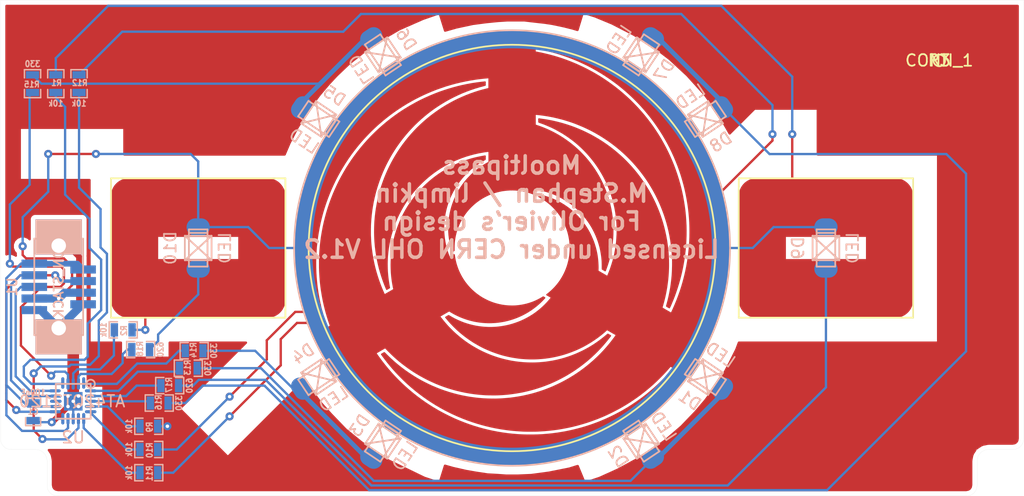
<source format=kicad_pcb>
(kicad_pcb (version 3) (host pcbnew "(2013-07-07 BZR 4022)-stable")

  (general
    (links 54)
    (no_connects 0)
    (area 144.2 126.794998 232.300001 169.505001)
    (thickness 1.6)
    (drawings 17)
    (tracks 345)
    (zones 0)
    (modules 31)
    (nets 31)
  )

  (page A3)
  (layers
    (15 Top.Cu signal)
    (0 Bottom.Cu signal hide)
    (16 Dessous.Adhes user)
    (17 Dessus.Adhes user)
    (18 Dessous.Pate user)
    (19 Dessus.Pate user)
    (20 Dessous.SilkS user)
    (21 Dessus.SilkS user)
    (22 Dessous.Masque user)
    (23 Dessus.Masque user)
    (24 Dessin.User user)
    (25 Cmts.User user)
    (26 Eco1.User user)
    (27 Eco2.User user)
    (28 Contours.Ci user)
  )

  (setup
    (last_trace_width 0.2)
    (user_trace_width 0.25)
    (user_trace_width 0.3)
    (user_trace_width 0.4)
    (user_trace_width 0.5)
    (user_trace_width 0.7)
    (user_trace_width 1)
    (user_trace_width 2)
    (trace_clearance 0.16)
    (zone_clearance 0.4)
    (zone_45_only no)
    (trace_min 0.2)
    (segment_width 0.2)
    (edge_width 0.1)
    (via_size 0.7)
    (via_drill 0.3)
    (via_min_size 0.7)
    (via_min_drill 0.3)
    (uvia_size 0.508)
    (uvia_drill 0.127)
    (uvias_allowed no)
    (uvia_min_size 0.508)
    (uvia_min_drill 0.127)
    (pcb_text_width 0.3)
    (pcb_text_size 1.5 1.5)
    (mod_edge_width 0.15)
    (mod_text_size 0.5 0.5)
    (mod_text_width 0.125)
    (pad_size 0.1 0.1)
    (pad_drill 0)
    (pad_to_mask_clearance 0.15)
    (solder_mask_min_width 0.2)
    (aux_axis_origin 0 0)
    (visible_elements 7FFE7FFF)
    (pcbplotparams
      (layerselection 1081345)
      (usegerberextensions true)
      (excludeedgelayer true)
      (linewidth 0.150000)
      (plotframeref false)
      (viasonmask false)
      (mode 1)
      (useauxorigin false)
      (hpglpennumber 1)
      (hpglpenspeed 20)
      (hpglpendiameter 15)
      (hpglpenoverlay 2)
      (psnegative false)
      (psa4output false)
      (plotreference false)
      (plotvalue false)
      (plotothertext false)
      (plotinvisibletext false)
      (padsonsilk false)
      (subtractmaskfromsilk false)
      (outputformat 1)
      (mirror false)
      (drillshape 0)
      (scaleselection 1)
      (outputdirectory gerbers/))
  )

  (net 0 "")
  (net 1 +5V)
  (net 2 /I2C_SCL)
  (net 3 /I2C_SDA)
  (net 4 /KEY10)
  (net 5 /KEY11)
  (net 6 /KEY3)
  (net 7 /KEY4)
  (net 8 /KEY5)
  (net 9 /KEY6)
  (net 10 /KEY7)
  (net 11 /KEY8)
  (net 12 /KEY9)
  (net 13 /LED_CAT)
  (net 14 /WHEEL0)
  (net 15 /WHEEL1)
  (net 16 /WHEEL2)
  (net 17 /nCHANGE)
  (net 18 GND)
  (net 19 N-000001)
  (net 20 N-0000014)
  (net 21 N-0000016)
  (net 22 N-0000017)
  (net 23 N-0000023)
  (net 24 N-0000024)
  (net 25 N-0000028)
  (net 26 N-0000029)
  (net 27 N-000003)
  (net 28 N-0000030)
  (net 29 N-000004)
  (net 30 N-000009)

  (net_class Default "This is the default net class."
    (clearance 0.16)
    (trace_width 0.2)
    (via_dia 0.7)
    (via_drill 0.3)
    (uvia_dia 0.508)
    (uvia_drill 0.127)
    (add_net "")
    (add_net +5V)
    (add_net /I2C_SCL)
    (add_net /I2C_SDA)
    (add_net /KEY10)
    (add_net /KEY11)
    (add_net /KEY3)
    (add_net /KEY4)
    (add_net /KEY5)
    (add_net /KEY6)
    (add_net /KEY7)
    (add_net /KEY8)
    (add_net /KEY9)
    (add_net /LED_CAT)
    (add_net /WHEEL0)
    (add_net /WHEEL1)
    (add_net /WHEEL2)
    (add_net /nCHANGE)
    (add_net GND)
    (add_net N-000001)
    (add_net N-0000014)
    (add_net N-0000016)
    (add_net N-0000017)
    (add_net N-0000023)
    (add_net N-0000024)
    (add_net N-0000028)
    (add_net N-0000029)
    (add_net N-000003)
    (add_net N-0000030)
    (add_net N-000004)
    (add_net N-000009)
  )

  (module soldermask_light (layer Top.Cu) (tedit 53695DD0) (tstamp 536C2A5E)
    (at 188.25 145.7)
    (fp_text reference VAL (at 0 0) (layer Dessus.SilkS) hide
      (effects (font (size 1.143 1.143) (thickness 0.1778)))
    )
    (fp_text value soldermask_light (at 0 0) (layer Dessus.SilkS) hide
      (effects (font (size 1.143 1.143) (thickness 0.1778)))
    )
    (fp_poly (pts (xy -7.41426 19.99996) (xy -7.42696 20.14728) (xy -7.5184 20.44446) (xy -7.65556 20.81784)
      (xy -7.81304 21.19122) (xy -7.95528 21.49856) (xy -8.05434 21.6535) (xy -8.18896 21.63826)
      (xy -8.49884 21.52904) (xy -8.92556 21.33854) (xy -9.42086 21.09978) (xy -10.09142 20.73656)
      (xy -10.83818 20.30476) (xy -11.53922 19.86788) (xy -11.85418 19.66214) (xy -12.54252 19.14652)
      (xy -13.32484 18.48612) (xy -14.15288 17.7292) (xy -14.98092 16.91132) (xy -15.76324 16.08582)
      (xy -16.45666 15.29842) (xy -17.01292 14.5923) (xy -17.17802 14.35354) (xy -17.57172 13.74648)
      (xy -17.98066 13.07592) (xy -18.3769 12.39012) (xy -18.72996 11.7475) (xy -19.00682 11.2014)
      (xy -19.16938 10.8331) (xy -19.2278 10.6553) (xy -19.21002 10.52068) (xy -19.07794 10.39876)
      (xy -18.80108 10.2616) (xy -18.34134 10.0711) (xy -18.22196 10.02538) (xy -17.59966 9.78154)
      (xy -17.15262 10.60196) (xy -16.5608 11.66368) (xy -16.03248 12.55522) (xy -15.53718 13.31722)
      (xy -15.04188 13.99794) (xy -14.51356 14.64564) (xy -13.91666 15.31366) (xy -13.68298 15.56004)
      (xy -12.20216 16.94434) (xy -10.54608 18.1864) (xy -8.75538 19.25574) (xy -8.44042 19.4183)
      (xy -7.99846 19.64436) (xy -7.65048 19.83994) (xy -7.4422 19.97202) (xy -7.41426 19.99996)
      (xy -7.41426 19.99996)) (layer Eco2.User) (width 0.00254))
    (fp_poly (pts (xy 19.2278 10.62228) (xy 19.18716 10.78484) (xy 19.17954 10.80262) (xy 18.98904 11.23442)
      (xy 18.70964 11.7983) (xy 18.37436 12.43076) (xy 18.02638 13.04798) (xy 17.79016 13.43406)
      (xy 16.78432 14.88948) (xy 15.58798 16.31696) (xy 14.26464 17.6657) (xy 12.87018 18.88744)
      (xy 11.44778 19.92376) (xy 11.39698 19.95678) (xy 10.86866 20.2819) (xy 10.28954 20.61972)
      (xy 9.7028 20.9423) (xy 9.1567 21.22678) (xy 8.6995 21.45284) (xy 8.36676 21.58746)
      (xy 8.23468 21.62048) (xy 8.08482 21.51634) (xy 7.88924 21.24202) (xy 7.74954 20.97786)
      (xy 7.58444 20.59686) (xy 7.4803 20.28698) (xy 7.44982 20.1549) (xy 7.5565 20.01774)
      (xy 7.84098 19.80692) (xy 8.27532 19.53768) (xy 8.57758 19.37258) (xy 9.93902 18.59788)
      (xy 11.14044 17.78) (xy 12.27328 16.86306) (xy 13.37818 15.8242) (xy 14.36878 14.77518)
      (xy 15.21714 13.7414) (xy 15.98168 12.6492) (xy 16.71828 11.4173) (xy 16.96212 10.96772)
      (xy 17.59966 9.78154) (xy 18.22196 10.02538) (xy 18.72488 10.22858) (xy 19.03222 10.37336)
      (xy 19.1897 10.49782) (xy 19.2278 10.62228) (xy 19.2278 10.62228)) (layer Eco2.User) (width 0.00254))
    (fp_poly (pts (xy -23.6982 3.29692) (xy -26.99512 3.29692) (xy -30.29458 3.29692) (xy -30.29458 2.44348)
      (xy -30.29458 1.59004) (xy -26.99512 1.59004) (xy -23.6982 1.59004) (xy -23.6982 2.44348)
      (xy -23.6982 3.29692) (xy -23.6982 3.29692)) (layer Eco2.User) (width 0.00254))
    (fp_poly (pts (xy 30.2895 3.29692) (xy 26.99258 3.29692) (xy 23.69312 3.29692) (xy 23.69312 2.44348)
      (xy 23.69312 1.59004) (xy 26.99258 1.59004) (xy 30.2895 1.59004) (xy 30.2895 2.44348)
      (xy 30.2895 3.29692) (xy 30.2895 3.29692)) (layer Eco2.User) (width 0.00254))
    (fp_poly (pts (xy -7.49046 -15.24) (xy -7.5565 -15.10792) (xy -7.73176 -14.9606) (xy -8.05688 -14.7701)
      (xy -8.509 -14.53388) (xy -9.65962 -13.9065) (xy -10.668 -13.26896) (xy -11.60272 -12.573)
      (xy -12.53236 -11.76274) (xy -13.37818 -10.94232) (xy -14.2875 -9.98982) (xy -15.0495 -9.09828)
      (xy -15.71752 -8.20166) (xy -16.33728 -7.22376) (xy -16.96974 -6.09346) (xy -16.97736 -6.07568)
      (xy -17.2339 -5.59816) (xy -17.44726 -5.21462) (xy -17.58442 -4.9657) (xy -17.63268 -4.89204)
      (xy -17.74698 -4.93522) (xy -18.0213 -5.05206) (xy -18.38452 -5.207) (xy -18.78076 -5.38226)
      (xy -19.08048 -5.52958) (xy -19.22018 -5.6134) (xy -19.21256 -5.76326) (xy -19.09826 -6.08584)
      (xy -18.8976 -6.54558) (xy -18.62328 -7.09422) (xy -18.29308 -7.70636) (xy -17.98574 -8.24484)
      (xy -17.07134 -9.61898) (xy -15.98422 -10.99312) (xy -14.76756 -12.30884) (xy -13.4747 -13.52296)
      (xy -12.1539 -14.57706) (xy -11.39698 -15.09776) (xy -10.8712 -15.41272) (xy -10.29716 -15.73784)
      (xy -9.71042 -16.04772) (xy -9.1567 -16.31696) (xy -8.68172 -16.53032) (xy -8.32612 -16.6624)
      (xy -8.13816 -16.69542) (xy -8.13562 -16.69034) (xy -7.96544 -16.53032) (xy -7.78002 -16.20774)
      (xy -7.60984 -15.79626) (xy -7.50062 -15.38986) (xy -7.49046 -15.24) (xy -7.49046 -15.24)) (layer Eco2.User) (width 0.00254))
    (fp_poly (pts (xy 19.1643 -5.7785) (xy 19.08048 -5.59816) (xy 18.86458 -5.45338) (xy 18.50898 -5.29082)
      (xy 18.41754 -5.25018) (xy 17.59966 -4.9022) (xy 16.96974 -6.0833) (xy 16.35506 -7.19328)
      (xy 15.76324 -8.13562) (xy 15.14602 -8.98906) (xy 14.44498 -9.81964) (xy 13.61694 -10.70356)
      (xy 13.38326 -10.93724) (xy 12.28598 -11.9761) (xy 11.23442 -12.84478) (xy 10.16508 -13.59916)
      (xy 9.0043 -14.28496) (xy 8.46836 -14.5669) (xy 8.02386 -14.80312) (xy 7.68096 -15.0241)
      (xy 7.4803 -15.18158) (xy 7.44982 -15.23238) (xy 7.493 -15.42288) (xy 7.6073 -15.75308)
      (xy 7.72414 -16.05788) (xy 7.92226 -16.47952) (xy 8.1026 -16.69034) (xy 8.23468 -16.73098)
      (xy 8.45312 -16.67256) (xy 8.83412 -16.50746) (xy 9.33704 -16.26616) (xy 9.90854 -15.96644)
      (xy 10.50544 -15.63624) (xy 11.08202 -15.29842) (xy 11.59002 -14.98092) (xy 11.84656 -14.8082)
      (xy 13.64742 -13.40104) (xy 15.27302 -11.8364) (xy 16.7132 -10.12952) (xy 17.95272 -8.29564)
      (xy 18.67408 -6.985) (xy 18.95348 -6.4262) (xy 19.11858 -6.04012) (xy 19.1643 -5.7785)
      (xy 19.1643 -5.7785)) (layer Eco2.User) (width 0.00254))
  )

  (module SM0603_Capa (layer Bottom.Cu) (tedit 5051B1EC) (tstamp 5329D092)
    (at 147.05 162.25 270)
    (path /5329CD0C)
    (attr smd)
    (fp_text reference C1 (at 0 0 540) (layer Dessous.SilkS)
      (effects (font (size 0.508 0.4572) (thickness 0.1143)) (justify mirror))
    )
    (fp_text value 100nF (at -1.651 0 540) (layer Dessous.SilkS)
      (effects (font (size 0.508 0.4572) (thickness 0.1143)) (justify mirror))
    )
    (fp_line (start 0.50038 -0.65024) (end 1.19888 -0.65024) (layer Dessous.SilkS) (width 0.11938))
    (fp_line (start -0.50038 -0.65024) (end -1.19888 -0.65024) (layer Dessous.SilkS) (width 0.11938))
    (fp_line (start 0.50038 0.65024) (end 1.19888 0.65024) (layer Dessous.SilkS) (width 0.11938))
    (fp_line (start -1.19888 0.65024) (end -0.50038 0.65024) (layer Dessous.SilkS) (width 0.11938))
    (fp_line (start 1.19888 0.635) (end 1.19888 -0.635) (layer Dessous.SilkS) (width 0.11938))
    (fp_line (start -1.19888 -0.635) (end -1.19888 0.635) (layer Dessous.SilkS) (width 0.11938))
    (pad 1 smd rect (at -0.762 0 270) (size 0.635 1.143)
      (layers Bottom.Cu Dessous.Pate Dessous.Masque)
      (net 1 +5V)
    )
    (pad 2 smd rect (at 0.762 0 270) (size 0.635 1.143)
      (layers Bottom.Cu Dessous.Pate Dessous.Masque)
      (net 18 GND)
    )
    (model smd\capacitors\C0603.wrl
      (at (xyz 0 0 0.001))
      (scale (xyz 0.5 0.5 0.5))
      (rotate (xyz 0 0 0))
    )
  )

  (module CON_STACK9_DB9_9S_1V (layer Bottom.Cu) (tedit 5369344C) (tstamp 5329FE37)
    (at 149.25 151.5 90)
    (path /5329CC35)
    (fp_text reference U1 (at 0 -4 90) (layer Dessous.SilkS)
      (effects (font (size 0.8 0.8) (thickness 0.15)) (justify mirror))
    )
    (fp_text value CON_STACK_9 (at 0 0 90) (layer Dessous.SilkS)
      (effects (font (size 0.8 0.8) (thickness 0.15)) (justify mirror))
    )
    (fp_line (start -4.15 2.1) (end 4.15 2.1) (layer Dessous.SilkS) (width 0.15))
    (fp_line (start 4.15 2.1) (end 4.15 -2.1) (layer Dessous.SilkS) (width 0.15))
    (fp_line (start 4.15 -2.1) (end -4.15 -2.1) (layer Dessous.SilkS) (width 0.15))
    (fp_line (start -4.15 -2.1) (end -4.15 2.1) (layer Dessous.SilkS) (width 0.15))
    (pad 1 smd rect (at -2 -2.1 90) (size 0.7 2.2)
      (layers Bottom.Cu Dessous.Pate Dessous.Masque)
      (net 18 GND)
    )
    (pad 3 smd rect (at -1 -2.1 90) (size 0.7 2.2)
      (layers Bottom.Cu Dessous.Pate Dessous.Masque)
      (net 13 /LED_CAT)
    )
    (pad 5 smd rect (at 0 -2.1 90) (size 0.7 2.2)
      (layers Bottom.Cu Dessous.Pate Dessous.Masque)
      (net 17 /nCHANGE)
    )
    (pad 7 smd rect (at 1 -2.1 90) (size 0.7 2.2)
      (layers Bottom.Cu Dessous.Pate Dessous.Masque)
      (net 2 /I2C_SCL)
    )
    (pad 9 smd rect (at 2 -2.1 90) (size 0.7 2.2)
      (layers Bottom.Cu Dessous.Pate Dessous.Masque)
      (net 1 +5V)
    )
    (pad 4 smd rect (at -0.5 2.1 90) (size 0.7 2.2)
      (layers Bottom.Cu Dessous.Pate Dessous.Masque)
      (net 13 /LED_CAT)
    )
    (pad 6 smd rect (at 0.5 2.1 90) (size 0.7 2.2)
      (layers Bottom.Cu Dessous.Pate Dessous.Masque)
      (net 3 /I2C_SDA)
    )
    (pad 2 smd rect (at -1.5 2.1 90) (size 0.7 2.2)
      (layers Bottom.Cu Dessous.Pate Dessous.Masque)
      (net 18 GND)
    )
    (pad 8 smd rect (at 1.5 2.1 90) (size 0.7 2.2)
      (layers Bottom.Cu Dessous.Pate Dessous.Masque)
      (net 1 +5V)
    )
    (pad FIX1 thru_hole rect (at -3.55 0 90) (size 3 4) (drill 1.25 (offset -0.75 0))
      (layers *.Cu *.Mask Dessous.SilkS)
      (net 18 GND)
    )
    (pad FIX2 thru_hole rect (at 3.55 0 270) (size 3 4) (drill 1.25 (offset -0.75 0))
      (layers *.Cu *.Mask Dessous.SilkS)
      (net 18 GND)
    )
  )

  (module cap_touchwheel (layer Top.Cu) (tedit 532ACF4E) (tstamp 5369BE81)
    (at 188.25 148.15)
    (path /5329D16A)
    (fp_text reference K1 (at 0 0) (layer Dessus.SilkS) hide
      (effects (font (size 1.143 1.143) (thickness 0.1778)))
    )
    (fp_text value CONN_3 (at -0.1 1.3) (layer Dessus.SilkS) hide
      (effects (font (size 1.143 1.143) (thickness 0.1778)))
    )
    (fp_circle (center 0 0) (end 17.5 0) (layer Dessus.SilkS) (width 0.15))
    (fp_poly (pts (xy 13.86332 10.65784) (xy 13.7668 10.7823) (xy 13.48486 11.13536) (xy 13.19276 11.47826)
      (xy 12.89304 11.81608) (xy 12.5857 12.14374) (xy 12.2682 12.46378) (xy 11.94562 12.7762)
      (xy 11.61288 13.081) (xy 11.27252 13.37564) (xy 10.92454 13.66012) (xy 10.56894 13.93698)
      (xy 10.20572 14.20622) (xy 9.83742 14.4653) (xy 9.68502 14.5669) (xy 9.30656 14.81074)
      (xy 8.92302 15.04696) (xy 8.53186 15.27302) (xy 8.13562 15.48638) (xy 7.73684 15.69212)
      (xy 7.33298 15.88516) (xy 6.9215 16.06804) (xy 6.51002 16.24076) (xy 6.09092 16.40332)
      (xy 5.66928 16.55318) (xy 5.24256 16.69288) (xy 4.8133 16.82242) (xy 4.3815 16.93926)
      (xy 3.94462 17.04848) (xy 3.5052 17.14246) (xy 3.0607 17.22882) (xy 2.6162 17.30248)
      (xy 2.16916 17.36344) (xy 1.71704 17.41424) (xy 1.43002 17.44218) (xy 1.13284 17.4625)
      (xy 0.83058 17.48028) (xy 0.52832 17.49044) (xy 0.22352 17.49806) (xy -0.0762 17.5006)
      (xy -0.37084 17.49806) (xy -0.50292 17.49298) (xy -0.9525 17.4752) (xy -1.40208 17.44472)
      (xy -1.84912 17.40408) (xy -2.29616 17.35074) (xy -2.74066 17.2847) (xy -3.18262 17.2085)
      (xy -3.62204 17.12214) (xy -4.05892 17.02562) (xy -4.49326 16.91386) (xy -4.92506 16.79448)
      (xy -5.35432 16.6624) (xy -5.7785 16.52016) (xy -6.20014 16.36776) (xy -6.6167 16.20266)
      (xy -7.03072 16.0274) (xy -7.43966 15.84198) (xy -7.84352 15.6464) (xy -8.2423 15.43812)
      (xy -8.45312 15.32636) (xy -8.84428 15.10284) (xy -9.23036 14.8717) (xy -9.60882 14.62786)
      (xy -9.97966 14.37894) (xy -10.34288 14.11732) (xy -10.70102 13.84808) (xy -11.05154 13.57122)
      (xy -11.39444 13.2842) (xy -11.72972 12.98956) (xy -12.05738 12.68476) (xy -12.37742 12.37488)
      (xy -12.6873 12.05484) (xy -12.9921 11.72718) (xy -13.28674 11.3919) (xy -13.57122 11.049)
      (xy -13.84808 10.69848) (xy -14.11732 10.34288) (xy -14.3764 9.97712) (xy -14.62786 9.60628)
      (xy -14.86916 9.23036) (xy -15.1003 8.84428) (xy -15.32128 8.45312) (xy -15.37462 8.3566)
      (xy -15.47368 8.17372) (xy -15.56512 7.99846) (xy -15.65148 7.82574) (xy -15.73784 7.65302)
      (xy -15.82166 7.47522) (xy -15.90548 7.29488) (xy -15.98422 7.12216) (xy -16.05788 6.95198)
      (xy -16.05026 6.92912) (xy -16.04772 6.9215) (xy -16.04518 6.91642) (xy -16.0401 6.9088)
      (xy -16.03248 6.90372) (xy -16.01978 6.89356) (xy -16.00454 6.8834) (xy -15.98168 6.8707)
      (xy -15.95374 6.85292) (xy -15.91564 6.8326) (xy -15.86992 6.80466) (xy -15.8623 6.79958)
      (xy -15.68196 6.69544) (xy -15.71244 6.604) (xy -15.83436 6.25094) (xy -15.94612 5.88772)
      (xy -16.0528 5.51942) (xy -16.14932 5.14604) (xy -16.23822 4.77012) (xy -16.31696 4.3942)
      (xy -16.38554 4.01574) (xy -16.4465 3.63982) (xy -16.44904 3.61696) (xy -16.47444 3.44678)
      (xy -16.49476 3.28168) (xy -16.51508 3.11912) (xy -16.53286 2.95656) (xy -16.5481 2.79146)
      (xy -16.5608 2.62382) (xy -16.5735 2.4511) (xy -16.5862 2.27076) (xy -16.59636 2.0828)
      (xy -16.60398 1.94818) (xy -16.60398 1.90754) (xy -16.60652 1.8542) (xy -16.60652 1.79324)
      (xy -16.60906 1.72466) (xy -16.60906 1.64846) (xy -16.60906 1.56972) (xy -16.60906 1.4859)
      (xy -16.60906 1.39954) (xy -16.60906 1.31318) (xy -16.60906 1.22936) (xy -16.60906 1.14554)
      (xy -16.60906 1.06426) (xy -16.60906 0.98806) (xy -16.60652 0.91948) (xy -16.60652 0.85852)
      (xy -16.60398 0.80518) (xy -16.60398 0.76708) (xy -16.58874 0.47752) (xy -16.57096 0.19812)
      (xy -16.5481 -0.07366) (xy -16.5227 -0.34036) (xy -16.49222 -0.60452) (xy -16.45666 -0.86868)
      (xy -16.41602 -1.13284) (xy -16.3703 -1.39954) (xy -16.29156 -1.81864) (xy -16.20012 -2.2352)
      (xy -16.09598 -2.64922) (xy -15.98422 -3.05816) (xy -15.85976 -3.46456) (xy -15.72514 -3.86588)
      (xy -15.57782 -4.26466) (xy -15.42288 -4.65836) (xy -15.25524 -5.04698) (xy -15.07744 -5.43052)
      (xy -14.89202 -5.81152) (xy -14.6939 -6.1849) (xy -14.48562 -6.5532) (xy -14.26972 -6.91896)
      (xy -14.04112 -7.27456) (xy -13.8049 -7.62762) (xy -13.55852 -7.97306) (xy -13.30452 -8.31088)
      (xy -13.03782 -8.64362) (xy -12.7635 -8.96874) (xy -12.48156 -9.28624) (xy -12.18946 -9.59866)
      (xy -12.0523 -9.73836) (xy -11.74496 -10.04062) (xy -11.43 -10.33272) (xy -11.10742 -10.6172)
      (xy -10.77976 -10.89152) (xy -10.44448 -11.15568) (xy -10.10158 -11.41222) (xy -9.7536 -11.6586)
      (xy -9.398 -11.89482) (xy -9.03478 -12.12088) (xy -8.66648 -12.33678) (xy -8.2931 -12.54506)
      (xy -7.9121 -12.74318) (xy -7.52602 -12.9286) (xy -7.13232 -13.1064) (xy -7.04342 -13.1445)
      (xy -6.65988 -13.30452) (xy -6.2738 -13.45184) (xy -5.8801 -13.589) (xy -5.48386 -13.716)
      (xy -5.08254 -13.83538) (xy -4.68122 -13.94206) (xy -4.27736 -14.03858) (xy -3.87096 -14.1224)
      (xy -3.46202 -14.1986) (xy -3.05562 -14.25956) (xy -2.64922 -14.3129) (xy -2.49428 -14.32814)
      (xy -2.45364 -14.33322) (xy -2.41554 -14.3383) (xy -2.37998 -14.34084) (xy -2.35458 -14.34338)
      (xy -2.33426 -14.34592) (xy -2.32664 -14.34592) (xy -2.3114 -14.34846) (xy -2.2987 -14.34084)
      (xy -2.286 -14.33322) (xy -2.26314 -14.3129) (xy -2.26314 -14.15796) (xy -2.26314 -14.00302)
      (xy -2.27838 -13.98524) (xy -2.286 -13.98016) (xy -2.29108 -13.97508) (xy -2.30124 -13.97)
      (xy -2.31648 -13.96492) (xy -2.3368 -13.9573) (xy -2.3622 -13.95222) (xy -2.39776 -13.94206)
      (xy -2.44348 -13.92936) (xy -2.45364 -13.92682) (xy -2.82194 -13.82776) (xy -3.19024 -13.716)
      (xy -3.55092 -13.59408) (xy -3.90906 -13.462) (xy -4.26212 -13.31976) (xy -4.61264 -13.16482)
      (xy -4.95554 -13.00226) (xy -5.2959 -12.82954) (xy -5.62864 -12.64412) (xy -5.9563 -12.45108)
      (xy -6.27888 -12.24788) (xy -6.59638 -12.03706) (xy -6.90626 -11.81608) (xy -7.21106 -11.58494)
      (xy -7.5057 -11.34364) (xy -7.79526 -11.09726) (xy -8.07974 -10.83818) (xy -8.35406 -10.57402)
      (xy -8.62076 -10.2997) (xy -8.87984 -10.01776) (xy -9.1313 -9.72566) (xy -9.37514 -9.42848)
      (xy -9.45642 -9.32434) (xy -9.67994 -9.02462) (xy -9.89838 -8.71728) (xy -10.10412 -8.40486)
      (xy -10.30478 -8.08482) (xy -10.49274 -7.7597) (xy -10.67054 -7.43204) (xy -10.83818 -7.10184)
      (xy -10.94486 -6.87832) (xy -11.10488 -6.52018) (xy -11.2522 -6.16204) (xy -11.38682 -5.80136)
      (xy -11.51128 -5.43814) (xy -11.62558 -5.07238) (xy -11.72718 -4.70408) (xy -11.81862 -4.3307)
      (xy -11.8999 -3.95732) (xy -11.96848 -3.57886) (xy -12.0269 -3.19786) (xy -12.07262 -2.81178)
      (xy -12.10818 -2.42316) (xy -12.13104 -2.08788) (xy -12.13358 -2.032) (xy -12.13612 -1.96342)
      (xy -12.13866 -1.88722) (xy -12.13866 -1.80594) (xy -12.1412 -1.71958) (xy -12.14374 -1.62814)
      (xy -12.14374 -1.5367) (xy -12.14374 -1.44526) (xy -12.14374 -1.35636) (xy -12.14374 -1.27254)
      (xy -12.14374 -1.19126) (xy -12.1412 -1.12014) (xy -12.1412 -1.05664) (xy -12.13866 -1.0287)
      (xy -12.12088 -0.635) (xy -12.0904 -0.24638) (xy -12.04722 0.14224) (xy -11.99388 0.52578)
      (xy -11.93038 0.90424) (xy -11.85418 1.2827) (xy -11.76782 1.65862) (xy -11.66876 2.02946)
      (xy -11.55954 2.39776) (xy -11.44016 2.76352) (xy -11.30808 3.12674) (xy -11.28268 3.19024)
      (xy -11.26236 3.24612) (xy -11.23696 3.30454) (xy -11.2141 3.3655) (xy -11.1887 3.429)
      (xy -11.16076 3.4925) (xy -11.13536 3.55346) (xy -11.10996 3.61696) (xy -11.08456 3.67538)
      (xy -11.05916 3.73126) (xy -11.0363 3.7846) (xy -11.01598 3.83032) (xy -10.9982 3.8735)
      (xy -10.98042 3.90652) (xy -10.96772 3.93446) (xy -10.95756 3.95224) (xy -10.95248 3.9624)
      (xy -10.94994 3.9624) (xy -10.94486 3.95986) (xy -10.92962 3.95224) (xy -10.90676 3.937)
      (xy -10.87628 3.92176) (xy -10.83818 3.90144) (xy -10.79754 3.87604) (xy -10.75182 3.85064)
      (xy -10.70356 3.8227) (xy -10.65276 3.79222) (xy -10.59942 3.76174) (xy -10.54608 3.7338)
      (xy -10.49528 3.70332) (xy -10.44702 3.67538) (xy -10.39876 3.64744) (xy -10.35558 3.62204)
      (xy -10.31748 3.59918) (xy -10.28446 3.5814) (xy -10.25906 3.56616) (xy -10.24128 3.556)
      (xy -10.23366 3.54838) (xy -10.23112 3.54838) (xy -10.22858 3.54584) (xy -10.22858 3.53822)
      (xy -10.22858 3.52806) (xy -10.23112 3.51028) (xy -10.2362 3.48488) (xy -10.24128 3.45186)
      (xy -10.2489 3.42646) (xy -10.30986 3.10388) (xy -10.36066 2.77876) (xy -10.4013 2.4511)
      (xy -10.42924 2.1209) (xy -10.44448 1.7907) (xy -10.4521 1.4605) (xy -10.44448 1.1303)
      (xy -10.4267 0.8001) (xy -10.4267 0.78994) (xy -10.39876 0.45974) (xy -10.35812 0.12954)
      (xy -10.30478 -0.19558) (xy -10.24128 -0.5207) (xy -10.16762 -0.84074) (xy -10.0838 -1.15824)
      (xy -9.98728 -1.4732) (xy -9.8806 -1.78308) (xy -9.76376 -2.09042) (xy -9.63676 -2.39014)
      (xy -9.4996 -2.68732) (xy -9.35228 -2.97942) (xy -9.19226 -3.26898) (xy -9.02716 -3.54838)
      (xy -8.84936 -3.82524) (xy -8.6614 -4.09448) (xy -8.46582 -4.35864) (xy -8.26008 -4.61772)
      (xy -8.04418 -4.86664) (xy -7.82066 -5.11048) (xy -7.61746 -5.31622) (xy -7.57936 -5.35432)
      (xy -7.54126 -5.39242) (xy -7.50062 -5.43052) (xy -7.46506 -5.46608) (xy -7.43204 -5.49656)
      (xy -7.4041 -5.52196) (xy -7.39648 -5.52958) (xy -7.14502 -5.75564) (xy -6.88848 -5.969)
      (xy -6.62432 -6.17474) (xy -6.35508 -6.37032) (xy -6.07822 -6.5532) (xy -5.79628 -6.731)
      (xy -5.50672 -6.8961) (xy -5.21208 -7.05104) (xy -4.91236 -7.19582) (xy -4.60502 -7.33044)
      (xy -4.29514 -7.4549) (xy -4.08432 -7.53364) (xy -3.81762 -7.62254) (xy -3.54584 -7.70636)
      (xy -3.26898 -7.78002) (xy -2.99212 -7.8486) (xy -2.71272 -7.90448) (xy -2.4384 -7.95528)
      (xy -2.42316 -7.95782) (xy -2.30378 -7.9756) (xy -2.28346 -7.95528) (xy -2.26314 -7.9375)
      (xy -2.26314 -7.77494) (xy -2.26314 -7.72668) (xy -2.26314 -7.68604) (xy -2.26314 -7.65556)
      (xy -2.26568 -7.6327) (xy -2.27076 -7.61492) (xy -2.27584 -7.59968) (xy -2.286 -7.58952)
      (xy -2.29616 -7.57936) (xy -2.3114 -7.57174) (xy -2.33172 -7.56158) (xy -2.3368 -7.55904)
      (xy -2.58318 -7.41934) (xy -2.82194 -7.26948) (xy -3.05308 -7.11454) (xy -3.27406 -6.94944)
      (xy -3.48996 -6.77672) (xy -3.6957 -6.59384) (xy -3.89382 -6.40334) (xy -4.08686 -6.20268)
      (xy -4.26974 -5.9944) (xy -4.30022 -5.95884) (xy -4.4704 -5.74294) (xy -4.63296 -5.52196)
      (xy -4.78536 -5.29336) (xy -4.93014 -5.05968) (xy -5.06222 -4.81838) (xy -5.18668 -4.572)
      (xy -5.30098 -4.32054) (xy -5.40512 -4.064) (xy -5.4102 -4.04876) (xy -5.50164 -3.78968)
      (xy -5.58292 -3.52552) (xy -5.6515 -3.26136) (xy -5.70992 -2.99466) (xy -5.75818 -2.72542)
      (xy -5.79374 -2.45364) (xy -5.81914 -2.18186) (xy -5.83184 -1.91008) (xy -5.83438 -1.6383)
      (xy -5.82676 -1.36652) (xy -5.80644 -1.09474) (xy -5.77596 -0.82296) (xy -5.73532 -0.55372)
      (xy -5.68198 -0.28702) (xy -5.61594 -0.02032) (xy -5.53974 0.24384) (xy -5.49656 0.37592)
      (xy -5.48386 0.4191) (xy -5.46608 0.46736) (xy -5.45084 0.51562) (xy -5.43306 0.56388)
      (xy -5.41528 0.60706) (xy -5.40004 0.6477) (xy -5.38734 0.68326) (xy -5.37718 0.70866)
      (xy -5.37464 0.71628) (xy -5.36448 0.73914) (xy -5.17398 0.62992) (xy -4.98602 0.5207)
      (xy -4.95808 0.5334) (xy -4.94792 0.53848) (xy -4.9403 0.54356) (xy -4.93268 0.55118)
      (xy -4.9276 0.56134) (xy -4.92506 0.57658) (xy -4.92252 0.5969) (xy -4.91744 0.62738)
      (xy -4.9149 0.65278) (xy -4.88442 0.85344) (xy -4.84378 1.05664) (xy -4.79552 1.26238)
      (xy -4.7371 1.46558) (xy -4.67106 1.6637) (xy -4.60248 1.84912) (xy -4.50596 2.07264)
      (xy -4.39928 2.28854) (xy -4.28498 2.49682) (xy -4.16052 2.70002) (xy -4.0259 2.89814)
      (xy -3.88112 3.0861) (xy -3.72872 3.26898) (xy -3.5687 3.44424) (xy -3.39852 3.61188)
      (xy -3.22072 3.76936) (xy -3.03276 3.92176) (xy -2.83972 4.064) (xy -2.63652 4.19862)
      (xy -2.6035 4.21894) (xy -2.40792 4.33324) (xy -2.20218 4.43992) (xy -1.9939 4.53898)
      (xy -1.778 4.62534) (xy -1.55702 4.70408) (xy -1.3335 4.77012) (xy -1.10744 4.82854)
      (xy -0.87884 4.87426) (xy -0.65024 4.90982) (xy -0.51308 4.92506) (xy -0.42418 4.93268)
      (xy -0.32766 4.9403) (xy -0.22606 4.94538) (xy -0.12446 4.94792) (xy -0.02286 4.95046)
      (xy 0.0762 4.95046) (xy 0.17018 4.94792) (xy 0.25654 4.94538) (xy 0.30734 4.94284)
      (xy 0.54356 4.91998) (xy 0.77216 4.88696) (xy 0.99568 4.84632) (xy 1.21666 4.79552)
      (xy 1.43256 4.73456) (xy 1.64846 4.66344) (xy 1.86182 4.58216) (xy 1.9304 4.55168)
      (xy 2.01168 4.51612) (xy 2.10058 4.47548) (xy 2.18948 4.4323) (xy 2.28092 4.38404)
      (xy 2.37236 4.33578) (xy 2.45618 4.28752) (xy 2.53746 4.2418) (xy 2.59334 4.20624)
      (xy 2.62636 4.18592) (xy 2.65176 4.17322) (xy 2.67208 4.1656) (xy 2.68986 4.1656)
      (xy 2.71018 4.17068) (xy 2.73558 4.18338) (xy 2.76606 4.20116) (xy 2.77114 4.2037)
      (xy 2.79654 4.21894) (xy 2.8194 4.23164) (xy 2.83464 4.2418) (xy 2.8448 4.24942)
      (xy 2.8448 4.24942) (xy 2.84988 4.25958) (xy 2.85496 4.27482) (xy 2.85496 4.28244)
      (xy 2.86004 4.31038) (xy 2.8194 4.3561) (xy 2.64922 4.53898) (xy 2.46888 4.71678)
      (xy 2.27838 4.8895) (xy 2.0828 5.0546) (xy 1.87706 5.21208) (xy 1.66878 5.36194)
      (xy 1.60782 5.40258) (xy 1.37668 5.5499) (xy 1.14046 5.68706) (xy 0.89916 5.81406)
      (xy 0.65278 5.92836) (xy 0.40132 6.0325) (xy 0.14732 6.12648) (xy -0.11176 6.2103)
      (xy -0.37592 6.28396) (xy -0.64008 6.34492) (xy -0.90424 6.39318) (xy -1.17602 6.43128)
      (xy -1.4478 6.45922) (xy -1.72212 6.47446) (xy -1.9939 6.47954) (xy -2.26568 6.47192)
      (xy -2.53746 6.4516) (xy -2.80924 6.42112) (xy -3.07848 6.38048) (xy -3.34518 6.32714)
      (xy -3.61188 6.2611) (xy -3.75412 6.22046) (xy -3.96748 6.15442) (xy -4.18084 6.07822)
      (xy -4.3942 5.99694) (xy -4.60502 5.9055) (xy -4.81076 5.80644) (xy -5.01142 5.70484)
      (xy -5.20192 5.59562) (xy -5.32638 5.51942) (xy -5.35432 5.50164) (xy -5.37718 5.48894)
      (xy -5.39496 5.47624) (xy -5.40766 5.47116) (xy -5.4102 5.47116) (xy -5.41782 5.4737)
      (xy -5.43052 5.48132) (xy -5.45338 5.49402) (xy -5.48386 5.5118) (xy -5.52196 5.53212)
      (xy -5.5626 5.55498) (xy -5.60832 5.58038) (xy -5.65658 5.60832) (xy -5.70992 5.6388)
      (xy -5.76072 5.66674) (xy -5.81406 5.69722) (xy -5.8674 5.7277) (xy -5.9182 5.75818)
      (xy -5.96646 5.78612) (xy -6.01218 5.81152) (xy -6.05028 5.83438) (xy -6.08584 5.8547)
      (xy -6.11378 5.86994) (xy -6.1341 5.88264) (xy -6.14172 5.88772) (xy -6.1595 5.89788)
      (xy -6.09854 5.9817) (xy -5.9055 6.22554) (xy -5.70484 6.46684) (xy -5.49402 6.7056)
      (xy -5.27304 6.9342) (xy -5.04698 7.16026) (xy -4.81076 7.37616) (xy -4.7244 7.45236)
      (xy -4.46786 7.66826) (xy -4.20624 7.87654) (xy -3.937 8.07212) (xy -3.66014 8.26008)
      (xy -3.38074 8.43788) (xy -3.09372 8.60298) (xy -2.80416 8.76046) (xy -2.50698 8.90778)
      (xy -2.20726 9.04494) (xy -1.90246 9.17194) (xy -1.59512 9.28878) (xy -1.2827 9.39292)
      (xy -0.96774 9.48944) (xy -0.6477 9.57326) (xy -0.32766 9.64692) (xy -0.00254 9.71042)
      (xy 0.32258 9.76122) (xy 0.65024 9.80186) (xy 0.98044 9.83234) (xy 1.31318 9.85012)
      (xy 1.64592 9.85774) (xy 1.97866 9.8552) (xy 2.3114 9.83996) (xy 2.64668 9.81202)
      (xy 2.8448 9.7917) (xy 3.16992 9.74598) (xy 3.4925 9.69264) (xy 3.81508 9.6266)
      (xy 4.13512 9.5504) (xy 4.45516 9.4615) (xy 4.77266 9.3599) (xy 4.84378 9.33704)
      (xy 5.15874 9.22528) (xy 5.46862 9.10082) (xy 5.77342 8.9662) (xy 6.07568 8.82396)
      (xy 6.37032 8.66902) (xy 6.65988 8.50392) (xy 6.9469 8.32866) (xy 7.22376 8.14324)
      (xy 7.49808 7.9502) (xy 7.76224 7.747) (xy 8.02132 7.53618) (xy 8.1153 7.4549)
      (xy 8.14578 7.42696) (xy 8.17118 7.40664) (xy 8.18896 7.3914) (xy 8.20166 7.38378)
      (xy 8.21182 7.37616) (xy 8.21944 7.37362) (xy 8.2296 7.37362) (xy 8.23214 7.37362)
      (xy 8.2423 7.37362) (xy 8.25246 7.37616) (xy 8.2677 7.38378) (xy 8.28802 7.3914)
      (xy 8.31342 7.40664) (xy 8.34644 7.42442) (xy 8.38454 7.44474) (xy 8.41756 7.46506)
      (xy 8.45058 7.48284) (xy 8.47598 7.50062) (xy 8.4963 7.51332) (xy 8.509 7.52094)
      (xy 8.51408 7.52602) (xy 8.51662 7.53618) (xy 8.51916 7.54634) (xy 8.51916 7.5565)
      (xy 8.51916 7.56666) (xy 8.51408 7.57936) (xy 8.50646 7.5946) (xy 8.49376 7.61238)
      (xy 8.47598 7.63524) (xy 8.45312 7.66572) (xy 8.42518 7.70382) (xy 8.4074 7.72668)
      (xy 8.16864 8.0264) (xy 7.92226 8.32104) (xy 7.66826 8.60806) (xy 7.4041 8.88492)
      (xy 7.13232 9.1567) (xy 6.85292 9.41832) (xy 6.56336 9.67232) (xy 6.26872 9.91616)
      (xy 6.22808 9.94664) (xy 5.92582 10.18032) (xy 5.61848 10.40384) (xy 5.30352 10.6172)
      (xy 4.98094 10.8204) (xy 4.65582 11.01598) (xy 4.32308 11.19886) (xy 3.98526 11.37412)
      (xy 3.6449 11.53668) (xy 3.29692 11.68908) (xy 2.9464 11.83132) (xy 2.5908 11.96594)
      (xy 2.23266 12.08532) (xy 1.86944 12.19708) (xy 1.50368 12.29614) (xy 1.13284 12.38504)
      (xy 0.762 12.46378) (xy 0.38608 12.52982) (xy 0.01016 12.5857) (xy -0.37084 12.63142)
      (xy -0.75184 12.66444) (xy -0.762 12.66444) (xy -0.8763 12.67206) (xy -0.98552 12.67714)
      (xy -1.0922 12.68222) (xy -1.19888 12.6873) (xy -1.3081 12.68984) (xy -1.41732 12.69238)
      (xy -1.5367 12.69238) (xy -1.66116 12.69238) (xy -1.73736 12.69238) (xy -1.8288 12.68984)
      (xy -1.91262 12.68984) (xy -1.98628 12.68984) (xy -2.05232 12.6873) (xy -2.11328 12.68476)
      (xy -2.17424 12.68476) (xy -2.23266 12.68222) (xy -2.29108 12.67968) (xy -2.3495 12.6746)
      (xy -2.41554 12.67206) (xy -2.48412 12.66698) (xy -2.52222 12.66444) (xy -2.90576 12.63142)
      (xy -3.28422 12.58824) (xy -3.66268 12.53236) (xy -4.0386 12.46632) (xy -4.40944 12.38758)
      (xy -4.78028 12.29868) (xy -5.14604 12.19962) (xy -5.50926 12.08786) (xy -5.8674 11.96848)
      (xy -6.223 11.8364) (xy -6.57352 11.69416) (xy -6.9215 11.53922) (xy -7.2644 11.37666)
      (xy -7.59968 11.20394) (xy -7.93242 11.01852) (xy -8.26008 10.82548) (xy -8.58012 10.62228)
      (xy -8.89762 10.40638) (xy -9.20496 10.18286) (xy -9.50976 9.95172) (xy -9.78662 9.72566)
      (xy -9.85266 9.66724) (xy -9.92632 9.60628) (xy -9.99998 9.54024) (xy -10.07364 9.47674)
      (xy -10.14476 9.41324) (xy -10.2108 9.35228) (xy -10.25906 9.30656) (xy -10.287 9.28116)
      (xy -10.32256 9.2456) (xy -10.3632 9.2075) (xy -10.40638 9.16432) (xy -10.4521 9.1186)
      (xy -10.50036 9.07288) (xy -10.54862 9.02462) (xy -10.59434 8.9789) (xy -10.64006 8.93572)
      (xy -10.67816 8.89508) (xy -10.71372 8.85952) (xy -10.74166 8.83158) (xy -10.75182 8.82142)
      (xy -10.77722 8.79348) (xy -10.81024 8.76046) (xy -10.83818 8.72998) (xy -10.86612 8.70458)
      (xy -10.86612 8.70204) (xy -10.91946 8.64616) (xy -11.27506 8.84936) (xy -11.33348 8.88492)
      (xy -11.38936 8.91794) (xy -11.4427 8.94842) (xy -11.49096 8.97636) (xy -11.53414 8.99922)
      (xy -11.5697 9.02208) (xy -11.59764 9.03986) (xy -11.6205 9.05256) (xy -11.6332 9.06018)
      (xy -11.63574 9.06272) (xy -11.63574 9.06526) (xy -11.6332 9.07542) (xy -11.62558 9.08812)
      (xy -11.61542 9.10844) (xy -11.59764 9.13384) (xy -11.57732 9.16686) (xy -11.54938 9.2075)
      (xy -11.51636 9.25322) (xy -11.47572 9.3091) (xy -11.43508 9.36752) (xy -11.18108 9.71296)
      (xy -10.91946 10.04824) (xy -10.64768 10.37844) (xy -10.36828 10.70102) (xy -10.07872 11.01852)
      (xy -9.78154 11.32586) (xy -9.47674 11.62558) (xy -9.16178 11.91768) (xy -8.84174 12.19962)
      (xy -8.51408 12.47394) (xy -8.1788 12.74064) (xy -7.83844 12.99464) (xy -7.72922 13.07338)
      (xy -7.5692 13.18514) (xy -7.41426 13.29436) (xy -7.25678 13.3985) (xy -7.0993 13.50264)
      (xy -6.93928 13.60424) (xy -6.77672 13.70584) (xy -6.604 13.80744) (xy -6.42366 13.91412)
      (xy -6.3754 13.94206) (xy -6.23316 14.02334) (xy -6.08076 14.10716) (xy -5.92074 14.19352)
      (xy -5.75564 14.27988) (xy -5.588 14.3637) (xy -5.41782 14.45006) (xy -5.2451 14.53134)
      (xy -5.07746 14.61008) (xy -4.90982 14.68628) (xy -4.89712 14.69136) (xy -4.50088 14.86154)
      (xy -4.09956 15.01902) (xy -3.69824 15.16634) (xy -3.29184 15.3035) (xy -2.88036 15.42796)
      (xy -2.46888 15.54226) (xy -2.05486 15.64386) (xy -1.63576 15.7353) (xy -1.21666 15.81658)
      (xy -0.79502 15.88516) (xy -0.37084 15.94358) (xy 0.05334 15.9893) (xy 0.47752 16.02486)
      (xy 0.90424 16.04772) (xy 1.3335 16.06042) (xy 1.76022 16.06042) (xy 2.18948 16.05026)
      (xy 2.61874 16.02994) (xy 3.04546 15.99438) (xy 3.47472 15.9512) (xy 3.89128 15.89532)
      (xy 4.318 15.82674) (xy 4.74218 15.748) (xy 5.16128 15.65656) (xy 5.58038 15.55496)
      (xy 5.9944 15.4432) (xy 6.40588 15.31874) (xy 6.81228 15.18412) (xy 7.21614 15.03934)
      (xy 7.61492 14.88186) (xy 8.00862 14.71422) (xy 8.39978 14.53642) (xy 8.78586 14.34846)
      (xy 9.16686 14.15034) (xy 9.54278 13.93952) (xy 9.91616 13.72108) (xy 10.28192 13.48994)
      (xy 10.6426 13.24864) (xy 10.89152 13.07338) (xy 11.2268 12.82954) (xy 11.557 12.573)
      (xy 11.87958 12.3063) (xy 12.19962 12.03198) (xy 12.5095 11.7475) (xy 12.8143 11.4554)
      (xy 13.10894 11.15822) (xy 13.39596 10.85088) (xy 13.56614 10.66038) (xy 13.6017 10.61974)
      (xy 13.63218 10.58926) (xy 13.65504 10.56386) (xy 13.67282 10.54608) (xy 13.6906 10.53592)
      (xy 13.70584 10.53084) (xy 13.72108 10.53084) (xy 13.73632 10.53592) (xy 13.7541 10.54354)
      (xy 13.77696 10.55624) (xy 13.78966 10.56386) (xy 13.85316 10.60196) (xy 13.85824 10.6299)
      (xy 13.86332 10.65784) (xy 13.86332 10.65784)) (layer Top.Cu) (width 0.00254))
    (fp_poly (pts (xy 17.5006 0.09144) (xy 17.49044 0.53848) (xy 17.47266 0.98552) (xy 17.44218 1.43002)
      (xy 17.399 1.87706) (xy 17.34566 2.31902) (xy 17.27962 2.76098) (xy 17.20342 3.20294)
      (xy 17.11706 3.63982) (xy 17.018 4.0767) (xy 16.90878 4.51104) (xy 16.78686 4.94284)
      (xy 16.65478 5.3721) (xy 16.52778 5.74548) (xy 16.37284 6.1722) (xy 16.21028 6.5913)
      (xy 16.03502 7.00532) (xy 15.8496 7.41426) (xy 15.65402 7.81812) (xy 15.44828 8.2169)
      (xy 15.23238 8.6106) (xy 15.00632 8.99668) (xy 14.76756 9.38022) (xy 14.52118 9.75868)
      (xy 14.2621 10.13206) (xy 14.15034 10.28954) (xy 14.11986 10.33018) (xy 14.09446 10.3632)
      (xy 14.07668 10.3886) (xy 14.0589 10.40638) (xy 14.0462 10.41908) (xy 14.03604 10.42924)
      (xy 14.02588 10.43432) (xy 14.01572 10.43432) (xy 14.0081 10.43686) (xy 13.99794 10.43178)
      (xy 13.98016 10.42416) (xy 13.95476 10.41146) (xy 13.9192 10.39368) (xy 13.8811 10.37082)
      (xy 13.83538 10.34542) (xy 13.81506 10.33272) (xy 13.63726 10.23112) (xy 13.62456 10.24382)
      (xy 13.6144 10.25652) (xy 13.59662 10.27684) (xy 13.57376 10.30478) (xy 13.54582 10.3378)
      (xy 13.51534 10.37082) (xy 13.48232 10.40892) (xy 13.4493 10.44702) (xy 13.41628 10.48512)
      (xy 13.38326 10.52068) (xy 13.35532 10.5537) (xy 13.32992 10.58418) (xy 13.31468 10.59942)
      (xy 13.19784 10.72896) (xy 13.07338 10.86104) (xy 12.9413 10.9982) (xy 12.80668 11.13536)
      (xy 12.66952 11.27252) (xy 12.53236 11.40714) (xy 12.39774 11.53668) (xy 12.26312 11.66114)
      (xy 12.13358 11.78052) (xy 12.09802 11.811) (xy 11.7729 12.09294) (xy 11.44016 12.36726)
      (xy 11.10234 12.63142) (xy 10.7569 12.88542) (xy 10.40638 13.12672) (xy 10.04824 13.36294)
      (xy 9.68502 13.58646) (xy 9.31672 13.79982) (xy 8.9408 14.00302) (xy 8.5598 14.1986)
      (xy 8.17626 14.38148) (xy 7.7851 14.5542) (xy 7.38886 14.71676) (xy 6.98754 14.86916)
      (xy 6.58114 15.0114) (xy 6.1722 15.14094) (xy 6.13156 15.15364) (xy 5.72008 15.27048)
      (xy 5.3086 15.37716) (xy 4.89204 15.47368) (xy 4.47548 15.55496) (xy 4.05638 15.62862)
      (xy 3.6322 15.68958) (xy 3.20802 15.73784) (xy 2.77876 15.77594) (xy 2.34696 15.80388)
      (xy 2.08026 15.81404) (xy 2.0447 15.81404) (xy 2.00152 15.81658) (xy 1.95072 15.81658)
      (xy 1.8923 15.81658) (xy 1.82626 15.81658) (xy 1.75768 15.81912) (xy 1.68656 15.81912)
      (xy 1.61544 15.81912) (xy 1.54178 15.81912) (xy 1.47066 15.81912) (xy 1.40462 15.81912)
      (xy 1.34112 15.81912) (xy 1.2827 15.81912) (xy 1.2319 15.81658) (xy 1.19126 15.81658)
      (xy 1.16078 15.81658) (xy 1.15824 15.81658) (xy 0.88392 15.80642) (xy 0.61976 15.79118)
      (xy 0.36322 15.7734) (xy 0.11684 15.75308) (xy -0.11684 15.73022) (xy -0.5461 15.67688)
      (xy -0.97028 15.61338) (xy -1.39446 15.53718) (xy -1.81356 15.45082) (xy -2.23012 15.35176)
      (xy -2.6416 15.24254) (xy -3.05308 15.12316) (xy -3.45948 14.99108) (xy -3.86334 14.84884)
      (xy -4.26466 14.6939) (xy -4.66344 14.5288) (xy -5.05714 14.351) (xy -5.06984 14.34592)
      (xy -5.12572 14.32052) (xy -5.18922 14.29004) (xy -5.2578 14.25702) (xy -5.334 14.21892)
      (xy -5.41274 14.18082) (xy -5.49148 14.14018) (xy -5.56768 14.10208) (xy -5.64388 14.06398)
      (xy -5.715 14.02842) (xy -5.7785 13.9954) (xy -5.83438 13.96492) (xy -5.842 13.95984)
      (xy -6.22046 13.75156) (xy -6.5913 13.53312) (xy -6.95452 13.30452) (xy -7.31266 13.0683)
      (xy -7.66318 12.82192) (xy -8.00354 12.56792) (xy -8.33882 12.30376) (xy -8.66902 12.02944)
      (xy -8.98906 11.7475) (xy -9.30402 11.4554) (xy -9.49198 11.26998) (xy -9.76376 10.99566)
      (xy -10.02538 10.7188) (xy -10.27938 10.43686) (xy -10.52322 10.14984) (xy -10.76452 9.8552)
      (xy -10.9982 9.5504) (xy -11.17092 9.31926) (xy -11.2776 9.17194) (xy -11.27252 9.14654)
      (xy -11.26998 9.12876) (xy -11.2649 9.11606) (xy -11.26236 9.11352) (xy -11.25474 9.10844)
      (xy -11.2395 9.09828) (xy -11.21664 9.08558) (xy -11.1887 9.0678) (xy -11.15568 9.05002)
      (xy -11.13028 9.03478) (xy -11.08964 9.01192) (xy -11.05916 8.99414) (xy -11.0363 8.98144)
      (xy -11.01852 8.97128) (xy -11.00582 8.9662) (xy -10.99566 8.96366) (xy -10.98804 8.96366)
      (xy -10.98042 8.96366) (xy -10.97534 8.9662) (xy -10.97026 8.96874) (xy -10.9601 8.97382)
      (xy -10.94994 8.98398) (xy -10.9347 8.99668) (xy -10.91692 9.01446) (xy -10.89406 9.03478)
      (xy -10.86612 9.06272) (xy -10.83056 9.09828) (xy -10.78992 9.13892) (xy -10.74166 9.18718)
      (xy -10.7315 9.1948) (xy -10.54354 9.38022) (xy -10.35812 9.55548) (xy -10.1727 9.72312)
      (xy -9.98474 9.88568) (xy -9.7917 10.04824) (xy -9.77646 10.06094) (xy -9.4742 10.2997)
      (xy -9.16432 10.53084) (xy -8.84936 10.74928) (xy -8.52932 10.9601) (xy -8.2042 11.16076)
      (xy -7.874 11.35126) (xy -7.53872 11.52906) (xy -7.19836 11.69924) (xy -6.85292 11.85926)
      (xy -6.50494 12.00658) (xy -6.15188 12.14628) (xy -5.79374 12.27328) (xy -5.43306 12.39012)
      (xy -5.06984 12.4968) (xy -4.70408 12.59332) (xy -4.33578 12.67968) (xy -3.9624 12.75334)
      (xy -3.58902 12.81684) (xy -3.2131 12.86764) (xy -2.83718 12.91082) (xy -2.45618 12.9413)
      (xy -2.07772 12.95908) (xy -1.69672 12.9667) (xy -1.31318 12.96416) (xy -0.92964 12.94892)
      (xy -0.54864 12.92098) (xy -0.1651 12.88542) (xy 0.21844 12.83462) (xy 0.24892 12.82954)
      (xy 0.62992 12.76858) (xy 1.00838 12.69492) (xy 1.3843 12.6111) (xy 1.75514 12.51712)
      (xy 2.12344 12.41044) (xy 2.48666 12.2936) (xy 2.84734 12.1666) (xy 3.2004 12.02944)
      (xy 3.55346 11.88212) (xy 3.8989 11.7221) (xy 4.23926 11.55446) (xy 4.57708 11.37666)
      (xy 4.90728 11.1887) (xy 5.2324 10.99058) (xy 5.5499 10.78484) (xy 5.86232 10.56894)
      (xy 6.16966 10.34288) (xy 6.46938 10.10666) (xy 6.76148 9.86282) (xy 7.0485 9.61136)
      (xy 7.3279 9.34974) (xy 7.59968 9.0805) (xy 7.86384 8.8011) (xy 8.11784 8.51408)
      (xy 8.36676 8.21944) (xy 8.39216 8.18642) (xy 8.4328 8.13562) (xy 8.47598 8.08228)
      (xy 8.51916 8.0264) (xy 8.56488 7.96798) (xy 8.60806 7.9121) (xy 8.65124 7.85622)
      (xy 8.69188 7.80034) (xy 8.72998 7.74954) (xy 8.76808 7.69874) (xy 8.8011 7.65302)
      (xy 8.83158 7.61238) (xy 8.85698 7.57682) (xy 8.8773 7.54634) (xy 8.89254 7.52348)
      (xy 8.90016 7.50824) (xy 8.9027 7.50062) (xy 8.9027 7.50062) (xy 8.89762 7.49808)
      (xy 8.88238 7.48792) (xy 8.85952 7.47522) (xy 8.82904 7.45744) (xy 8.79094 7.43458)
      (xy 8.74522 7.40918) (xy 8.69696 7.38124) (xy 8.64362 7.35076) (xy 8.5852 7.31774)
      (xy 8.53694 7.2898) (xy 8.17626 7.08152) (xy 8.15848 7.09676) (xy 7.92988 7.3025)
      (xy 7.69112 7.49808) (xy 7.4422 7.69112) (xy 7.1882 7.874) (xy 6.92658 8.04926)
      (xy 6.65734 8.21944) (xy 6.38556 8.37692) (xy 6.1087 8.52932) (xy 5.82676 8.66902)
      (xy 5.54228 8.79856) (xy 5.4483 8.8392) (xy 5.13588 8.96366) (xy 4.82346 9.07796)
      (xy 4.50596 9.1821) (xy 4.18592 9.27354) (xy 3.86334 9.35228) (xy 3.54076 9.42086)
      (xy 3.2131 9.47928) (xy 2.8829 9.525) (xy 2.5527 9.56056) (xy 2.21996 9.58342)
      (xy 1.88722 9.59612) (xy 1.55194 9.59612) (xy 1.21412 9.58342) (xy 1.12014 9.57834)
      (xy 0.82042 9.55548) (xy 0.5207 9.52246) (xy 0.21844 9.47674) (xy -0.08382 9.42594)
      (xy -0.38354 9.36244) (xy -0.67818 9.29132) (xy -0.86106 9.24306) (xy -1.1811 9.14654)
      (xy -1.4986 9.03732) (xy -1.81102 8.92048) (xy -2.11836 8.79094) (xy -2.42062 8.65378)
      (xy -2.7178 8.50392) (xy -3.00736 8.3439) (xy -3.29438 8.17626) (xy -3.57378 7.99592)
      (xy -3.8481 7.80542) (xy -4.1148 7.6073) (xy -4.37642 7.39648) (xy -4.49326 7.29996)
      (xy -4.58216 7.22122) (xy -4.66852 7.14502) (xy -4.75488 7.06882) (xy -4.8387 6.98754)
      (xy -4.9276 6.90118) (xy -5.02158 6.80974) (xy -5.03428 6.79704) (xy -5.13588 6.6929)
      (xy -5.22986 6.59384) (xy -5.3213 6.49986) (xy -5.40766 6.40334) (xy -5.49402 6.30682)
      (xy -5.58038 6.20268) (xy -5.67182 6.096) (xy -5.67182 6.09346) (xy -5.75818 5.98932)
      (xy -5.75564 5.96138) (xy -5.75056 5.94614) (xy -5.74802 5.93344) (xy -5.74802 5.9309)
      (xy -5.74294 5.92836) (xy -5.7277 5.9182) (xy -5.70738 5.9055) (xy -5.67944 5.89026)
      (xy -5.64642 5.86994) (xy -5.61086 5.84962) (xy -5.61086 5.84962) (xy -5.56006 5.81914)
      (xy -5.51942 5.79882) (xy -5.48894 5.78104) (xy -5.46862 5.77342) (xy -5.45592 5.76834)
      (xy -5.45592 5.76834) (xy -5.44322 5.77342) (xy -5.42036 5.78358) (xy -5.39242 5.79882)
      (xy -5.3721 5.81152) (xy -5.13588 5.95122) (xy -4.89458 6.08076) (xy -4.6482 6.1976)
      (xy -4.39928 6.30682) (xy -4.14528 6.40588) (xy -3.8862 6.49224) (xy -3.62458 6.56844)
      (xy -3.36042 6.63448) (xy -3.09372 6.69036) (xy -2.82448 6.73354) (xy -2.55524 6.76656)
      (xy -2.28346 6.78688) (xy -2.01168 6.79958) (xy -1.73736 6.79958) (xy -1.46304 6.78688)
      (xy -1.19126 6.76402) (xy -0.91948 6.72846) (xy -0.78994 6.70814) (xy -0.51562 6.65734)
      (xy -0.24384 6.59384) (xy 0.02286 6.52018) (xy 0.28448 6.43382) (xy 0.54356 6.33984)
      (xy 0.79756 6.23316) (xy 1.04394 6.11886) (xy 1.28778 5.99186) (xy 1.52654 5.85724)
      (xy 1.75768 5.71246) (xy 1.9812 5.55752) (xy 2.20218 5.39242) (xy 2.413 5.2197)
      (xy 2.61874 5.03682) (xy 2.81686 4.84378) (xy 3.0099 4.64312) (xy 3.19278 4.43484)
      (xy 3.22072 4.40182) (xy 3.24358 4.37134) (xy 3.26644 4.34594) (xy 3.28422 4.32308)
      (xy 3.29946 4.3053) (xy 3.30708 4.2926) (xy 3.30708 4.2926) (xy 3.31978 4.27736)
      (xy 3.13944 4.17322) (xy 3.09626 4.15036) (xy 3.05816 4.1275) (xy 3.0226 4.10718)
      (xy 2.99212 4.0894) (xy 2.96926 4.0767) (xy 2.95402 4.06654) (xy 2.94894 4.064)
      (xy 2.94386 4.05384) (xy 2.93878 4.0386) (xy 2.93624 4.02844) (xy 2.9337 3.99796)
      (xy 2.9972 3.9497) (xy 3.17246 3.80746) (xy 3.34264 3.66014) (xy 3.50266 3.5052)
      (xy 3.6576 3.34518) (xy 3.79984 3.18262) (xy 3.83032 3.14706) (xy 3.97764 2.9591)
      (xy 4.1148 2.76606) (xy 4.23926 2.5654) (xy 4.3561 2.3622) (xy 4.46278 2.15646)
      (xy 4.5593 1.9431) (xy 4.64312 1.72974) (xy 4.71932 1.5113) (xy 4.78282 1.28778)
      (xy 4.8387 1.06426) (xy 4.88188 0.84074) (xy 4.9149 0.61214) (xy 4.93776 0.38354)
      (xy 4.95046 0.15494) (xy 4.95046 -0.0762) (xy 4.94284 -0.3048) (xy 4.92252 -0.53594)
      (xy 4.89204 -0.76454) (xy 4.84886 -0.99314) (xy 4.79806 -1.2192) (xy 4.73456 -1.44272)
      (xy 4.65836 -1.66624) (xy 4.57454 -1.88468) (xy 4.47802 -2.10312) (xy 4.4323 -2.19202)
      (xy 4.32308 -2.4003) (xy 4.20624 -2.60096) (xy 4.08178 -2.794) (xy 3.94716 -2.97942)
      (xy 3.80238 -3.15722) (xy 3.64998 -3.33248) (xy 3.50266 -3.48488) (xy 3.3401 -3.64236)
      (xy 3.16992 -3.78968) (xy 2.9972 -3.92684) (xy 2.81686 -4.05892) (xy 2.62636 -4.18338)
      (xy 2.42824 -4.30022) (xy 2.32156 -4.35864) (xy 2.2987 -4.37388) (xy 2.27838 -4.38658)
      (xy 2.26568 -4.39674) (xy 2.2606 -4.40182) (xy 2.25806 -4.40944) (xy 2.25552 -4.4196)
      (xy 2.25298 -4.43738) (xy 2.25298 -4.46024) (xy 2.25044 -4.4958) (xy 2.25044 -4.50596)
      (xy 2.25044 -4.59486) (xy 2.2733 -4.61264) (xy 2.2987 -4.63042) (xy 2.41554 -4.60502)
      (xy 2.68224 -4.53898) (xy 2.9464 -4.46278) (xy 3.20294 -4.37642) (xy 3.45694 -4.2799)
      (xy 3.70586 -4.17068) (xy 3.9497 -4.0513) (xy 4.18846 -3.9243) (xy 4.42214 -3.7846)
      (xy 4.65074 -3.63474) (xy 4.87172 -3.47726) (xy 5.08762 -3.30708) (xy 5.13588 -3.26644)
      (xy 5.26542 -3.15468) (xy 5.40004 -3.03276) (xy 5.52958 -2.90576) (xy 5.65912 -2.77622)
      (xy 5.78358 -2.64414) (xy 5.90042 -2.51206) (xy 5.96138 -2.4384) (xy 6.13156 -2.22504)
      (xy 6.29158 -2.00406) (xy 6.44144 -1.778) (xy 6.58368 -1.54432) (xy 6.71322 -1.3081)
      (xy 6.8326 -1.06426) (xy 6.94182 -0.81788) (xy 7.04342 -0.56896) (xy 7.12978 -0.31242)
      (xy 7.20852 -0.05588) (xy 7.27456 0.20574) (xy 7.33044 0.4699) (xy 7.3533 0.59436)
      (xy 7.3787 0.76454) (xy 7.39902 0.94234) (xy 7.4168 1.12014) (xy 7.4295 1.29794)
      (xy 7.43712 1.4732) (xy 7.4422 1.64338) (xy 7.43966 1.80594) (xy 7.43966 1.81102)
      (xy 7.43458 1.95326) (xy 7.80542 2.16916) (xy 7.86638 2.20218) (xy 7.92226 2.2352)
      (xy 7.9756 2.26822) (xy 8.0264 2.29616) (xy 8.06958 2.32156) (xy 8.10514 2.34188)
      (xy 8.13816 2.35966) (xy 8.16102 2.37236) (xy 8.17372 2.37998) (xy 8.1788 2.38506)
      (xy 8.18388 2.37998) (xy 8.18896 2.36474) (xy 8.20166 2.34188) (xy 8.21436 2.3114)
      (xy 8.2296 2.2733) (xy 8.24738 2.23012) (xy 8.2677 2.1844) (xy 8.28802 2.13106)
      (xy 8.30834 2.07772) (xy 8.3312 2.02438) (xy 8.35152 1.9685) (xy 8.37184 1.91516)
      (xy 8.39216 1.86182) (xy 8.40994 1.81356) (xy 8.41248 1.80848) (xy 8.51916 1.49098)
      (xy 8.61822 1.1684) (xy 8.70458 0.84582) (xy 8.78078 0.51816) (xy 8.84428 0.18796)
      (xy 8.89508 -0.14224) (xy 8.93826 -0.47498) (xy 8.9662 -0.80772) (xy 8.98652 -1.143)
      (xy 8.9916 -1.47828) (xy 8.98906 -1.81356) (xy 8.97128 -2.15138) (xy 8.94334 -2.48666)
      (xy 8.92556 -2.667) (xy 8.87984 -2.9972) (xy 8.82396 -3.3274) (xy 8.75538 -3.65506)
      (xy 8.67664 -3.98018) (xy 8.58774 -4.30022) (xy 8.48614 -4.62026) (xy 8.37438 -4.93522)
      (xy 8.25246 -5.2451) (xy 8.12038 -5.55244) (xy 7.9756 -5.85216) (xy 7.8232 -6.14934)
      (xy 7.6581 -6.44144) (xy 7.48538 -6.72846) (xy 7.3025 -7.00786) (xy 7.10946 -7.28218)
      (xy 7.0485 -7.36346) (xy 6.84022 -7.63016) (xy 6.62432 -7.88924) (xy 6.4008 -8.1407)
      (xy 6.16966 -8.38454) (xy 5.9309 -8.61822) (xy 5.68198 -8.84428) (xy 5.42798 -9.06272)
      (xy 5.16382 -9.271) (xy 4.89458 -9.46912) (xy 4.61772 -9.65962) (xy 4.33578 -9.83996)
      (xy 4.04368 -10.01014) (xy 3.74904 -10.1727) (xy 3.44678 -10.3251) (xy 3.37566 -10.35812)
      (xy 3.24104 -10.41908) (xy 3.10134 -10.48004) (xy 2.95656 -10.541) (xy 2.80924 -10.60196)
      (xy 2.66446 -10.65784) (xy 2.52222 -10.71118) (xy 2.3876 -10.7569) (xy 2.37998 -10.75944)
      (xy 2.34442 -10.77214) (xy 2.31648 -10.7823) (xy 2.29362 -10.78992) (xy 2.27838 -10.80008)
      (xy 2.26568 -10.81278) (xy 2.25806 -10.82802) (xy 2.25552 -10.85088) (xy 2.25298 -10.87882)
      (xy 2.25044 -10.91438) (xy 2.25044 -10.9601) (xy 2.25044 -10.98042) (xy 2.2479 -11.13028)
      (xy 2.27076 -11.1506) (xy 2.29362 -11.16838) (xy 2.46634 -11.14552) (xy 2.8448 -11.09218)
      (xy 3.22072 -11.02614) (xy 3.5941 -10.94994) (xy 3.96494 -10.86104) (xy 4.3307 -10.76198)
      (xy 4.69138 -10.65276) (xy 5.05206 -10.53338) (xy 5.40512 -10.40384) (xy 5.75564 -10.2616)
      (xy 6.10108 -10.11174) (xy 6.44144 -9.94918) (xy 6.77672 -9.779) (xy 7.10438 -9.59866)
      (xy 7.4295 -9.40816) (xy 7.74954 -9.2075) (xy 8.06196 -8.99668) (xy 8.36676 -8.77824)
      (xy 8.66902 -8.54964) (xy 8.96112 -8.31088) (xy 9.24814 -8.0645) (xy 9.52754 -7.8105)
      (xy 9.79932 -7.54634) (xy 10.06348 -7.27202) (xy 10.32002 -6.99262) (xy 10.56894 -6.70306)
      (xy 10.7442 -6.48716) (xy 10.98042 -6.18236) (xy 11.20394 -5.87502) (xy 11.41984 -5.55752)
      (xy 11.62304 -5.23748) (xy 11.81862 -4.90982) (xy 12.00404 -4.57708) (xy 12.17676 -4.2418)
      (xy 12.34186 -3.8989) (xy 12.49426 -3.55092) (xy 12.63904 -3.2004) (xy 12.77112 -2.8448)
      (xy 12.89304 -2.48666) (xy 13.0048 -2.12344) (xy 13.10386 -1.75768) (xy 13.19276 -1.38938)
      (xy 13.2715 -1.01854) (xy 13.34008 -0.64262) (xy 13.39342 -0.2667) (xy 13.43914 0.11176)
      (xy 13.47216 0.49276) (xy 13.4747 0.53086) (xy 13.47978 0.60706) (xy 13.48486 0.67818)
      (xy 13.4874 0.74168) (xy 13.48994 0.80264) (xy 13.49248 0.86106) (xy 13.49502 0.92202)
      (xy 13.49756 0.98298) (xy 13.5001 1.04902) (xy 13.5001 1.12014) (xy 13.5001 1.19888)
      (xy 13.50264 1.28778) (xy 13.50264 1.30048) (xy 13.50264 1.44018) (xy 13.50264 1.56972)
      (xy 13.5001 1.69418) (xy 13.49756 1.8161) (xy 13.49248 1.93548) (xy 13.4874 2.05486)
      (xy 13.47978 2.17932) (xy 13.4747 2.26568) (xy 13.44422 2.64414) (xy 13.3985 3.0226)
      (xy 13.34516 3.39852) (xy 13.27912 3.77444) (xy 13.20292 4.14782) (xy 13.11402 4.51612)
      (xy 13.01496 4.88188) (xy 12.98956 4.96824) (xy 12.97432 5.02158) (xy 12.96162 5.0673)
      (xy 12.954 5.10032) (xy 12.94892 5.12064) (xy 12.94892 5.13334) (xy 12.94892 5.13334)
      (xy 12.954 5.13842) (xy 12.96924 5.14604) (xy 12.9921 5.16128) (xy 13.02512 5.17906)
      (xy 13.06322 5.20192) (xy 13.1064 5.22732) (xy 13.1572 5.25526) (xy 13.21054 5.28828)
      (xy 13.26642 5.3213) (xy 13.31214 5.3467) (xy 13.67028 5.55244) (xy 13.71092 5.47116)
      (xy 13.73632 5.41528) (xy 13.7668 5.34924) (xy 13.79982 5.28066) (xy 13.83284 5.20446)
      (xy 13.86586 5.12826) (xy 13.90142 5.05206) (xy 13.9319 4.9784) (xy 13.96238 4.91236)
      (xy 13.96492 4.9022) (xy 14.13002 4.50596) (xy 14.28242 4.1021) (xy 14.4272 3.69824)
      (xy 14.55674 3.2893) (xy 14.67612 2.87782) (xy 14.78534 2.4638) (xy 14.8844 2.0447)
      (xy 14.97076 1.6256) (xy 15.04442 1.2065) (xy 15.11046 0.78232) (xy 15.16126 0.35814)
      (xy 15.20444 -0.06604) (xy 15.23238 -0.49276) (xy 15.2527 -0.92202) (xy 15.25778 -1.35128)
      (xy 15.25524 -1.778) (xy 15.24 -2.20726) (xy 15.21206 -2.63652) (xy 15.17142 -3.06578)
      (xy 15.12316 -3.4925) (xy 15.09014 -3.71856) (xy 15.02156 -4.14274) (xy 14.94282 -4.56438)
      (xy 14.85392 -4.98348) (xy 14.75232 -5.40004) (xy 14.63802 -5.81406) (xy 14.5161 -6.223)
      (xy 14.38148 -6.6294) (xy 14.2367 -7.03326) (xy 14.07922 -7.4295) (xy 13.91412 -7.8232)
      (xy 13.73632 -8.21182) (xy 13.5509 -8.5979) (xy 13.35278 -8.97636) (xy 13.1445 -9.34974)
      (xy 12.9286 -9.71804) (xy 12.7 -10.08126) (xy 12.46378 -10.43686) (xy 12.2174 -10.78738)
      (xy 11.96086 -11.13282) (xy 11.69416 -11.47064) (xy 11.6459 -11.52906) (xy 11.3792 -11.84656)
      (xy 11.10488 -12.15898) (xy 10.8204 -12.46124) (xy 10.5283 -12.75842) (xy 10.23112 -13.04798)
      (xy 9.92632 -13.32738) (xy 9.70026 -13.5255) (xy 9.37006 -13.80236) (xy 9.03224 -14.0716)
      (xy 8.6868 -14.32814) (xy 8.33628 -14.57706) (xy 7.97814 -14.81582) (xy 7.61492 -15.04442)
      (xy 7.24662 -15.26286) (xy 6.87324 -15.47368) (xy 6.49478 -15.6718) (xy 6.1087 -15.85976)
      (xy 5.72008 -16.03756) (xy 5.32638 -16.2052) (xy 4.9276 -16.36268) (xy 4.52374 -16.50746)
      (xy 4.11734 -16.64462) (xy 3.70586 -16.76908) (xy 3.29184 -16.88338) (xy 2.87274 -16.98498)
      (xy 2.4511 -17.07642) (xy 2.39268 -17.08912) (xy 2.35458 -17.09674) (xy 2.32664 -17.10182)
      (xy 2.30632 -17.1069) (xy 2.29108 -17.11198) (xy 2.28092 -17.11706) (xy 2.2733 -17.12214)
      (xy 2.26822 -17.12722) (xy 2.26822 -17.12976) (xy 2.2606 -17.13738) (xy 2.25806 -17.145)
      (xy 2.25552 -17.15516) (xy 2.25298 -17.16786) (xy 2.25298 -17.18818) (xy 2.25298 -17.21866)
      (xy 2.25298 -17.22374) (xy 2.25298 -17.29994) (xy 2.2733 -17.31772) (xy 2.29616 -17.3355)
      (xy 2.43586 -17.31518) (xy 2.88036 -17.2466) (xy 3.32232 -17.16786) (xy 3.76174 -17.07896)
      (xy 4.19862 -16.97482) (xy 4.6355 -16.86306) (xy 5.0673 -16.7386) (xy 5.49402 -16.60398)
      (xy 5.9182 -16.45666) (xy 6.33984 -16.29918) (xy 6.7564 -16.13154) (xy 7.16788 -15.95374)
      (xy 7.57682 -15.76578) (xy 7.97814 -15.56512) (xy 8.34136 -15.37462) (xy 8.73506 -15.15618)
      (xy 9.12114 -14.92504) (xy 9.50214 -14.68628) (xy 9.87806 -14.43736) (xy 10.24636 -14.17828)
      (xy 10.60704 -13.91158) (xy 10.9601 -13.63472) (xy 11.30554 -13.35024) (xy 11.6459 -13.0556)
      (xy 11.97864 -12.75334) (xy 12.30122 -12.44092) (xy 12.61618 -12.12088) (xy 12.92352 -11.79322)
      (xy 13.22324 -11.45794) (xy 13.51534 -11.11504) (xy 13.5509 -11.06932) (xy 13.83284 -10.71626)
      (xy 14.10208 -10.35812) (xy 14.3637 -9.99236) (xy 14.61516 -9.62152) (xy 14.85646 -9.24306)
      (xy 15.09014 -8.85952) (xy 15.31112 -8.4709) (xy 15.52194 -8.0772) (xy 15.72514 -7.67588)
      (xy 15.91564 -7.27202) (xy 16.09852 -6.86308) (xy 16.2687 -6.44906) (xy 16.42872 -6.02996)
      (xy 16.57604 -5.60578) (xy 16.71574 -5.17906) (xy 16.84274 -4.7498) (xy 16.95958 -4.31546)
      (xy 17.06626 -3.87858) (xy 17.15262 -3.46964) (xy 17.23644 -3.02768) (xy 17.30756 -2.58572)
      (xy 17.36852 -2.14122) (xy 17.41678 -1.69418) (xy 17.45488 -1.24968) (xy 17.48282 -0.80264)
      (xy 17.49552 -0.3556) (xy 17.5006 0.09144) (xy 17.5006 0.09144)) (layer Top.Cu) (width 0.00254))
    (fp_poly (pts (xy 15.01394 -1.5367) (xy 15.0114 -1.11252) (xy 14.9987 -0.68834) (xy 14.9733 -0.26416)
      (xy 14.93774 0.15748) (xy 14.88948 0.58166) (xy 14.83106 1.00076) (xy 14.75994 1.41986)
      (xy 14.67866 1.83642) (xy 14.58468 2.25298) (xy 14.48054 2.667) (xy 14.3637 3.07848)
      (xy 14.2367 3.48488) (xy 14.09954 3.89128) (xy 14.06398 3.99034) (xy 14.01826 4.11734)
      (xy 13.96746 4.24942) (xy 13.91412 4.38658) (xy 13.85824 4.52628) (xy 13.79982 4.66344)
      (xy 13.74394 4.79806) (xy 13.6906 4.9276) (xy 13.63726 5.04698) (xy 13.6144 5.0927)
      (xy 13.59916 5.12572) (xy 13.589 5.15112) (xy 13.57884 5.16636) (xy 13.57122 5.17652)
      (xy 13.56614 5.18414) (xy 13.55852 5.18922) (xy 13.55598 5.18922) (xy 13.5382 5.1943)
      (xy 13.5255 5.19684) (xy 13.5255 5.19684) (xy 13.51534 5.1943) (xy 13.5001 5.18668)
      (xy 13.47724 5.17398) (xy 13.44676 5.15874) (xy 13.41374 5.13842) (xy 13.38326 5.12318)
      (xy 13.34516 5.10032) (xy 13.31468 5.08254) (xy 13.29182 5.0673) (xy 13.27404 5.05714)
      (xy 13.26388 5.04698) (xy 13.25626 5.0419) (xy 13.25118 5.03428) (xy 13.24864 5.02666)
      (xy 13.24864 5.02412) (xy 13.2461 5.01904) (xy 13.24356 5.01142) (xy 13.24356 5.00126)
      (xy 13.2461 4.9911) (xy 13.24864 4.97332) (xy 13.25372 4.953) (xy 13.26134 4.92506)
      (xy 13.2715 4.88696) (xy 13.2842 4.84124) (xy 13.28674 4.83362) (xy 13.38072 4.4831)
      (xy 13.462 4.13004) (xy 13.53566 3.77444) (xy 13.59916 3.41884) (xy 13.64996 3.06324)
      (xy 13.69314 2.70764) (xy 13.72616 2.35458) (xy 13.74394 2.08534) (xy 13.74902 1.96088)
      (xy 13.7541 1.83134) (xy 13.75664 1.69418) (xy 13.75918 1.55448) (xy 13.76172 1.41478)
      (xy 13.76172 1.27762) (xy 13.76172 1.143) (xy 13.75918 1.01854) (xy 13.7541 0.89916)
      (xy 13.7541 0.89662) (xy 13.73378 0.51054) (xy 13.7033 0.127) (xy 13.66012 -0.254)
      (xy 13.60678 -0.63246) (xy 13.54328 -1.00838) (xy 13.46708 -1.38176) (xy 13.38072 -1.7526)
      (xy 13.2842 -2.11836) (xy 13.17498 -2.48158) (xy 13.05814 -2.83972) (xy 12.9286 -3.19532)
      (xy 12.7889 -3.54584) (xy 12.64158 -3.89382) (xy 12.48156 -4.23418) (xy 12.31392 -4.572)
      (xy 12.13612 -4.9022) (xy 11.94816 -5.22732) (xy 11.75004 -5.5499) (xy 11.5443 -5.86486)
      (xy 11.3284 -6.1722) (xy 11.10234 -6.47446) (xy 10.86866 -6.77164) (xy 10.62482 -7.0612)
      (xy 10.37336 -7.34314) (xy 10.11428 -7.62) (xy 9.84504 -7.8867) (xy 9.56564 -8.14832)
      (xy 9.28116 -8.40232) (xy 8.98652 -8.64616) (xy 8.68426 -8.88492) (xy 8.37438 -9.11352)
      (xy 8.128 -9.2837) (xy 7.80542 -9.49706) (xy 7.47776 -9.70026) (xy 7.14248 -9.8933)
      (xy 6.80212 -10.07618) (xy 6.45922 -10.24636) (xy 6.1087 -10.40892) (xy 5.7531 -10.55878)
      (xy 5.39496 -10.70102) (xy 5.03428 -10.83056) (xy 4.66598 -10.9474) (xy 4.29768 -11.05662)
      (xy 3.92176 -11.15314) (xy 3.54584 -11.2395) (xy 3.16484 -11.31316) (xy 2.88544 -11.36142)
      (xy 2.81686 -11.37158) (xy 2.74828 -11.38174) (xy 2.67716 -11.3919) (xy 2.60604 -11.40206)
      (xy 2.53492 -11.40968) (xy 2.4638 -11.41984) (xy 2.39776 -11.42746) (xy 2.33172 -11.43508)
      (xy 2.27076 -11.4427) (xy 2.21488 -11.44778) (xy 2.16662 -11.45286) (xy 2.12344 -11.45794)
      (xy 2.08788 -11.46048) (xy 2.05994 -11.46302) (xy 2.0447 -11.46048) (xy 2.03708 -11.46048)
      (xy 2.03708 -11.45286) (xy 2.03708 -11.43508) (xy 2.03708 -11.40968) (xy 2.03708 -11.37158)
      (xy 2.03708 -11.3284) (xy 2.03708 -11.2776) (xy 2.03708 -11.22172) (xy 2.03708 -11.15822)
      (xy 2.03708 -11.09218) (xy 2.03708 -11.03884) (xy 2.03962 -10.62228) (xy 2.17678 -10.57656)
      (xy 2.37998 -10.50544) (xy 2.57556 -10.43432) (xy 2.76606 -10.35812) (xy 2.95656 -10.27938)
      (xy 3.14452 -10.19556) (xy 3.33756 -10.10412) (xy 3.38074 -10.0838) (xy 3.53822 -10.00506)
      (xy 3.68808 -9.92632) (xy 3.83286 -9.84758) (xy 3.9751 -9.7663) (xy 4.11734 -9.68248)
      (xy 4.26212 -9.59104) (xy 4.32816 -9.5504) (xy 4.60248 -9.36752) (xy 4.87172 -9.17448)
      (xy 5.13334 -8.97382) (xy 5.38734 -8.763) (xy 5.63372 -8.54456) (xy 5.87248 -8.3185)
      (xy 6.10108 -8.08228) (xy 6.3246 -7.84098) (xy 6.53796 -7.59206) (xy 6.7437 -7.33298)
      (xy 6.93928 -7.06882) (xy 7.12724 -6.79958) (xy 7.3025 -6.52272) (xy 7.47268 -6.23824)
      (xy 7.63016 -5.95122) (xy 7.77748 -5.65658) (xy 7.91718 -5.35686) (xy 7.96036 -5.25526)
      (xy 8.08482 -4.94538) (xy 8.19912 -4.63042) (xy 8.30326 -4.31292) (xy 8.39724 -3.99288)
      (xy 8.47598 -3.6703) (xy 8.5471 -3.34518) (xy 8.60552 -3.01752) (xy 8.65124 -2.68732)
      (xy 8.6868 -2.35458) (xy 8.6995 -2.18694) (xy 8.71474 -1.93548) (xy 8.72236 -1.67894)
      (xy 8.72236 -1.41986) (xy 8.71728 -1.16332) (xy 8.70458 -0.90932) (xy 8.69442 -0.762)
      (xy 8.6614 -0.4318) (xy 8.61822 -0.1016) (xy 8.56488 0.22606) (xy 8.49884 0.55118)
      (xy 8.4201 0.87376) (xy 8.3312 1.19634) (xy 8.23214 1.5113) (xy 8.12038 1.82626)
      (xy 8.09498 1.89484) (xy 8.05688 1.99136) (xy 8.03148 2.00406) (xy 8.00354 2.01422)
      (xy 7.86384 1.93548) (xy 7.81812 1.90754) (xy 7.78002 1.88468) (xy 7.75208 1.8669)
      (xy 7.73176 1.8542) (xy 7.7216 1.84404) (xy 7.71906 1.83896) (xy 7.71652 1.83134)
      (xy 7.71398 1.81356) (xy 7.71398 1.78562) (xy 7.71144 1.74752) (xy 7.71144 1.69926)
      (xy 7.71144 1.6383) (xy 7.71144 1.57734) (xy 7.71144 1.46304) (xy 7.7089 1.3589)
      (xy 7.70636 1.26238) (xy 7.70382 1.17094) (xy 7.69874 1.08204) (xy 7.69112 0.99314)
      (xy 7.6835 0.90424) (xy 7.67334 0.81026) (xy 7.6708 0.7874) (xy 7.6327 0.51562)
      (xy 7.58444 0.24384) (xy 7.52602 -0.0254) (xy 7.4549 -0.28956) (xy 7.37362 -0.55372)
      (xy 7.27964 -0.81026) (xy 7.17804 -1.06426) (xy 7.06374 -1.31572) (xy 6.93928 -1.55956)
      (xy 6.8072 -1.80086) (xy 6.66242 -2.03454) (xy 6.51002 -2.2606) (xy 6.34746 -2.48412)
      (xy 6.3246 -2.51206) (xy 6.2484 -2.61112) (xy 6.1722 -2.70256) (xy 6.09854 -2.78892)
      (xy 6.02234 -2.87528) (xy 5.9436 -2.96164) (xy 5.85724 -3.05054) (xy 5.77342 -3.1369)
      (xy 5.62864 -3.2766) (xy 5.4864 -3.40868) (xy 5.34416 -3.53314) (xy 5.19938 -3.64998)
      (xy 5.05206 -3.76428) (xy 4.89966 -3.8735) (xy 4.74218 -3.98272) (xy 4.71932 -3.99796)
      (xy 4.48056 -4.14528) (xy 4.23926 -4.28244) (xy 3.99288 -4.40944) (xy 3.74396 -4.52628)
      (xy 3.48742 -4.63296) (xy 3.23088 -4.72694) (xy 2.96672 -4.81076) (xy 2.70002 -4.88188)
      (xy 2.43078 -4.94284) (xy 2.3876 -4.953) (xy 2.34188 -4.96062) (xy 2.29616 -4.97078)
      (xy 2.2479 -4.9784) (xy 2.20218 -4.98602) (xy 2.159 -4.99364) (xy 2.1209 -5.00126)
      (xy 2.08788 -5.00634) (xy 2.06502 -5.00888) (xy 2.04978 -5.01142) (xy 2.04978 -5.01142)
      (xy 2.03454 -5.01142) (xy 2.03708 -4.79298) (xy 2.03708 -4.57708) (xy 2.01168 -4.55676)
      (xy 1.98628 -4.53898) (xy 1.91516 -4.56946) (xy 1.6891 -4.65582) (xy 1.4605 -4.73456)
      (xy 1.22936 -4.8006) (xy 0.99822 -4.85394) (xy 0.762 -4.89712) (xy 0.52832 -4.9276)
      (xy 0.28956 -4.94792) (xy 0.05334 -4.95554) (xy -0.18542 -4.953) (xy -0.42164 -4.93776)
      (xy -0.6604 -4.91236) (xy -0.89916 -4.87426) (xy -1.07696 -4.8387) (xy -1.3081 -4.78028)
      (xy -1.5367 -4.71424) (xy -1.76022 -4.63296) (xy -1.9812 -4.54406) (xy -2.1971 -4.44246)
      (xy -2.40792 -4.33324) (xy -2.61366 -4.21132) (xy -2.81432 -4.07924) (xy -3.0099 -3.937)
      (xy -3.01244 -3.93446) (xy -3.175 -3.80492) (xy -3.33502 -3.66522) (xy -3.48996 -3.5179)
      (xy -3.63982 -3.36296) (xy -3.77952 -3.20548) (xy -3.90652 -3.048) (xy -4.0513 -2.85242)
      (xy -4.18338 -2.65176) (xy -4.30784 -2.44602) (xy -4.4196 -2.2352) (xy -4.5212 -2.02184)
      (xy -4.61264 -1.8034) (xy -4.69392 -1.57988) (xy -4.7625 -1.35382) (xy -4.82092 -1.12268)
      (xy -4.86918 -0.89154) (xy -4.90474 -0.65532) (xy -4.93014 -0.41656) (xy -4.94284 -0.1778)
      (xy -4.94538 0.04572) (xy -4.94538 0.1016) (xy -4.94538 0.14478) (xy -4.94538 0.1778)
      (xy -4.94538 0.20574) (xy -4.94792 0.22352) (xy -4.95046 0.23622) (xy -4.95046 0.2413)
      (xy -4.95808 0.25146) (xy -4.96824 0.26162) (xy -4.98348 0.27178) (xy -5.00634 0.28702)
      (xy -5.03174 0.30226) (xy -5.05968 0.3175) (xy -5.08254 0.3302) (xy -5.10032 0.33782)
      (xy -5.11048 0.3429) (xy -5.11302 0.34544) (xy -5.12064 0.3429) (xy -5.13588 0.33782)
      (xy -5.15112 0.3302) (xy -5.16382 0.32512) (xy -5.16636 0.32512) (xy -5.1689 0.3175)
      (xy -5.17652 0.30226) (xy -5.18414 0.27686) (xy -5.1943 0.24638) (xy -5.20446 0.20828)
      (xy -5.21716 0.16764) (xy -5.22986 0.127) (xy -5.24256 0.08382) (xy -5.25526 0.04064)
      (xy -5.26542 0) (xy -5.27304 -0.02794) (xy -5.33908 -0.2921) (xy -5.39496 -0.55626)
      (xy -5.43814 -0.8255) (xy -5.47116 -1.09474) (xy -5.49148 -1.36398) (xy -5.4991 -1.63576)
      (xy -5.49656 -1.905) (xy -5.48386 -2.17678) (xy -5.45846 -2.44856) (xy -5.45338 -2.48412)
      (xy -5.41528 -2.7559) (xy -5.36448 -3.0226) (xy -5.30352 -3.28676) (xy -5.2324 -3.54838)
      (xy -5.14858 -3.80746) (xy -5.0546 -4.06146) (xy -4.95046 -4.31038) (xy -4.83616 -4.55676)
      (xy -4.7117 -4.79552) (xy -4.57708 -5.03174) (xy -4.4323 -5.26034) (xy -4.27736 -5.48386)
      (xy -4.11226 -5.7023) (xy -3.99034 -5.84962) (xy -3.88112 -5.97916) (xy -3.76174 -6.10616)
      (xy -3.63728 -6.2357) (xy -3.51028 -6.36016) (xy -3.38074 -6.48208) (xy -3.2639 -6.58622)
      (xy -3.10134 -6.7183) (xy -2.93116 -6.85038) (xy -2.7559 -6.97738) (xy -2.57556 -7.0993)
      (xy -2.39268 -7.2136) (xy -2.21234 -7.32028) (xy -2.13868 -7.35838) (xy -2.02946 -7.4168)
      (xy -2.02946 -7.84606) (xy -2.02946 -7.92734) (xy -2.02946 -7.99846) (xy -2.02946 -8.05942)
      (xy -2.02946 -8.11022) (xy -2.02946 -8.1534) (xy -2.032 -8.18642) (xy -2.032 -8.21436)
      (xy -2.032 -8.23468) (xy -2.032 -8.25246) (xy -2.03454 -8.26262) (xy -2.03454 -8.27024)
      (xy -2.03708 -8.27532) (xy -2.03962 -8.27786) (xy -2.03962 -8.27786) (xy -2.0574 -8.27532)
      (xy -2.0828 -8.27278) (xy -2.11836 -8.27024) (xy -2.16154 -8.26516) (xy -2.2098 -8.25754)
      (xy -2.26314 -8.24992) (xy -2.32156 -8.2423) (xy -2.37998 -8.23214) (xy -2.4384 -8.22452)
      (xy -2.49682 -8.21436) (xy -2.5527 -8.2042) (xy -2.6035 -8.19658) (xy -2.6289 -8.1915)
      (xy -2.9591 -8.128) (xy -3.28676 -8.0518) (xy -3.60934 -7.96544) (xy -3.93192 -7.86892)
      (xy -4.24688 -7.7597) (xy -4.5593 -7.64032) (xy -4.86918 -7.51078) (xy -5.17144 -7.37108)
      (xy -5.47116 -7.22122) (xy -5.76326 -7.0612) (xy -6.05282 -6.89102) (xy -6.33476 -6.71068)
      (xy -6.61162 -6.52018) (xy -6.88086 -6.31952) (xy -7.14502 -6.1087) (xy -7.17804 -6.08076)
      (xy -7.43204 -5.86232) (xy -7.67842 -5.63372) (xy -7.91718 -5.3975) (xy -8.14832 -5.15366)
      (xy -8.3693 -4.9022) (xy -8.58266 -4.64566) (xy -8.78586 -4.37896) (xy -8.98144 -4.10718)
      (xy -9.16432 -3.82778) (xy -9.19226 -3.7846) (xy -9.36752 -3.49504) (xy -9.53262 -3.2004)
      (xy -9.68756 -2.90068) (xy -9.83234 -2.59842) (xy -9.96442 -2.28854) (xy -10.08634 -1.97612)
      (xy -10.1981 -1.66116) (xy -10.29716 -1.34112) (xy -10.3886 -1.01854) (xy -10.46734 -0.69088)
      (xy -10.53338 -0.36068) (xy -10.58926 -0.03048) (xy -10.63498 0.3048) (xy -10.668 0.64262)
      (xy -10.67816 0.7747) (xy -10.68832 0.97028) (xy -10.69594 1.17602) (xy -10.69848 1.3843)
      (xy -10.69594 1.59512) (xy -10.69086 1.8034) (xy -10.68324 2.00914) (xy -10.668 2.2098)
      (xy -10.66038 2.30378) (xy -10.62736 2.60604) (xy -10.58672 2.90576) (xy -10.53846 3.19786)
      (xy -10.52068 3.29184) (xy -10.51306 3.33502) (xy -10.50544 3.3655) (xy -10.5029 3.3909)
      (xy -10.50036 3.40868) (xy -10.49782 3.42138) (xy -10.50036 3.429) (xy -10.50036 3.43662)
      (xy -10.5029 3.44424) (xy -10.50544 3.44424) (xy -10.50798 3.45186) (xy -10.5156 3.45948)
      (xy -10.52576 3.46964) (xy -10.541 3.4798) (xy -10.56386 3.4925) (xy -10.59434 3.51282)
      (xy -10.63244 3.53314) (xy -10.64006 3.53822) (xy -10.67562 3.55854) (xy -10.7061 3.57632)
      (xy -10.7315 3.5941) (xy -10.75182 3.60426) (xy -10.76452 3.61188) (xy -10.7696 3.61442)
      (xy -10.77722 3.61442) (xy -10.78992 3.60934) (xy -10.80008 3.6068) (xy -10.81532 3.59918)
      (xy -10.82802 3.59156) (xy -10.83564 3.57378) (xy -10.83818 3.57124) (xy -10.9855 3.21056)
      (xy -11.12266 2.84988) (xy -11.24712 2.48666) (xy -11.35888 2.1209) (xy -11.46302 1.75514)
      (xy -11.55192 1.38684) (xy -11.63066 1.016) (xy -11.69924 0.64262) (xy -11.75766 0.2667)
      (xy -11.80338 -0.11176) (xy -11.8364 -0.49276) (xy -11.84148 -0.56388) (xy -11.85672 -0.8128)
      (xy -11.86688 -1.07188) (xy -11.87196 -1.3335) (xy -11.86942 -1.6002) (xy -11.86434 -1.86436)
      (xy -11.85418 -2.12344) (xy -11.84148 -2.32664) (xy -11.80846 -2.70764) (xy -11.76528 -3.0861)
      (xy -11.7094 -3.46202) (xy -11.64336 -3.83794) (xy -11.56462 -4.21132) (xy -11.47572 -4.58216)
      (xy -11.37666 -4.95046) (xy -11.2649 -5.31622) (xy -11.14044 -5.6769) (xy -11.00836 -6.03504)
      (xy -10.86358 -6.3881) (xy -10.70864 -6.73862) (xy -10.59434 -6.97992) (xy -10.42162 -7.32028)
      (xy -10.23874 -7.65556) (xy -10.0457 -7.98576) (xy -9.84504 -8.30834) (xy -9.63422 -8.62584)
      (xy -9.41324 -8.93572) (xy -9.1821 -9.23798) (xy -8.94334 -9.53516) (xy -8.69696 -9.82218)
      (xy -8.44042 -10.10412) (xy -8.17626 -10.3759) (xy -7.90194 -10.6426) (xy -7.62254 -10.89914)
      (xy -7.33298 -11.14806) (xy -7.03834 -11.38682) (xy -6.73354 -11.61796) (xy -6.42366 -11.83894)
      (xy -6.10616 -12.0523) (xy -5.97916 -12.13358) (xy -5.65658 -12.3317) (xy -5.32892 -12.51712)
      (xy -4.99618 -12.69492) (xy -4.65582 -12.86256) (xy -4.31292 -13.02004) (xy -3.96494 -13.16736)
      (xy -3.61188 -13.30452) (xy -3.25628 -13.42898) (xy -2.89814 -13.54582) (xy -2.53492 -13.64996)
      (xy -2.17424 -13.7414) (xy -2.15138 -13.74648) (xy -2.03708 -13.77442) (xy -2.03708 -14.19352)
      (xy -2.03708 -14.61262) (xy -2.06756 -14.61008) (xy -2.0828 -14.60754) (xy -2.1082 -14.605)
      (xy -2.13868 -14.60246) (xy -2.17424 -14.59992) (xy -2.20472 -14.59738) (xy -2.35204 -14.58468)
      (xy -2.50698 -14.56944) (xy -2.667 -14.55166) (xy -2.82956 -14.53134) (xy -2.99212 -14.51102)
      (xy -3.1242 -14.49324) (xy -3.55092 -14.42466) (xy -3.9751 -14.34592) (xy -4.39674 -14.25702)
      (xy -4.81584 -14.15542) (xy -5.2324 -14.04366) (xy -5.64896 -13.9192) (xy -6.06044 -13.78204)
      (xy -6.46938 -13.63726) (xy -6.60908 -13.58392) (xy -6.94944 -13.44676) (xy -7.29488 -13.29944)
      (xy -7.63778 -13.1445) (xy -7.97814 -12.9794) (xy -8.31596 -12.80668) (xy -8.5979 -12.65428)
      (xy -8.97382 -12.44092) (xy -9.33958 -12.2174) (xy -9.7028 -11.98372) (xy -10.05586 -11.74242)
      (xy -10.40638 -11.48842) (xy -10.74928 -11.2268) (xy -11.08456 -10.95502) (xy -11.28014 -10.78738)
      (xy -11.5443 -10.55878) (xy -11.80338 -10.31748) (xy -12.06246 -10.0711) (xy -12.31392 -9.8171)
      (xy -12.5603 -9.55802) (xy -12.7508 -9.35228) (xy -13.03274 -9.03224) (xy -13.30452 -8.70204)
      (xy -13.56868 -8.36422) (xy -13.82522 -8.02132) (xy -14.0716 -7.6708) (xy -14.30782 -7.31266)
      (xy -14.53388 -6.94944) (xy -14.74978 -6.58114) (xy -14.95806 -6.20522) (xy -15.15618 -5.82676)
      (xy -15.3416 -5.44068) (xy -15.5194 -5.04952) (xy -15.6845 -4.65582) (xy -15.83944 -4.25704)
      (xy -15.98422 -3.85318) (xy -16.11884 -3.44424) (xy -16.11884 -3.44424) (xy -16.2433 -3.03022)
      (xy -16.35506 -2.61366) (xy -16.45666 -2.19456) (xy -16.54556 -1.77292) (xy -16.62176 -1.35128)
      (xy -16.69034 -0.9271) (xy -16.74368 -0.50038) (xy -16.7894 -0.07366) (xy -16.81988 0.35306)
      (xy -16.8402 0.78232) (xy -16.85036 1.21158) (xy -16.84782 1.64084) (xy -16.83512 2.0701)
      (xy -16.80972 2.49936) (xy -16.77162 2.92862) (xy -16.72336 3.35788) (xy -16.6624 3.78714)
      (xy -16.64208 3.91414) (xy -16.5735 4.3053) (xy -16.49476 4.69138) (xy -16.4084 5.07746)
      (xy -16.30934 5.461) (xy -16.20266 5.84708) (xy -16.08328 6.23316) (xy -16.05026 6.3373)
      (xy -16.02994 6.39826) (xy -16.01216 6.4516) (xy -15.99692 6.49478) (xy -15.98676 6.5278)
      (xy -15.98168 6.55574) (xy -15.9766 6.5786) (xy -15.9766 6.59638) (xy -15.97914 6.60908)
      (xy -15.98422 6.61924) (xy -15.99184 6.6294) (xy -16.00454 6.63702) (xy -16.01978 6.64464)
      (xy -16.03756 6.6548) (xy -16.03756 6.65734) (xy -16.06042 6.67004) (xy -16.08074 6.68274)
      (xy -16.09598 6.69036) (xy -16.1036 6.69544) (xy -16.11376 6.69798) (xy -16.12646 6.69544)
      (xy -16.13916 6.6929) (xy -16.1544 6.68528) (xy -16.1671 6.6802) (xy -16.1671 6.67766)
      (xy -16.17218 6.67004) (xy -16.1798 6.65226) (xy -16.18996 6.62686) (xy -16.20266 6.59638)
      (xy -16.22044 6.55574) (xy -16.23822 6.51256) (xy -16.256 6.4643) (xy -16.27632 6.4135)
      (xy -16.29664 6.3627) (xy -16.31696 6.30936) (xy -16.33728 6.25856) (xy -16.35506 6.2103)
      (xy -16.3576 6.20776) (xy -16.51254 5.78358) (xy -16.65732 5.35686) (xy -16.7894 4.92506)
      (xy -16.91132 4.49326) (xy -17.02054 4.05892) (xy -17.1196 3.6195) (xy -17.20596 3.18008)
      (xy -17.28216 2.73812) (xy -17.3482 2.29616) (xy -17.40154 1.85166) (xy -17.44218 1.40462)
      (xy -17.47266 0.95758) (xy -17.49298 0.51054) (xy -17.5006 0.06096) (xy -17.49552 -0.38862)
      (xy -17.48028 -0.8382) (xy -17.45488 -1.28778) (xy -17.41424 -1.73736) (xy -17.36852 -2.15138)
      (xy -17.30756 -2.59842) (xy -17.23644 -3.04038) (xy -17.15262 -3.48234) (xy -17.05864 -3.91922)
      (xy -16.95196 -4.35356) (xy -16.83512 -4.78536) (xy -16.70812 -5.21462) (xy -16.57096 -5.6388)
      (xy -16.4211 -6.0579) (xy -16.26108 -6.47446) (xy -16.0909 -6.88594) (xy -15.91056 -7.29488)
      (xy -15.72006 -7.69874) (xy -15.5194 -8.09498) (xy -15.30604 -8.48868) (xy -15.08506 -8.87476)
      (xy -14.85392 -9.2583) (xy -14.61262 -9.63422) (xy -14.3637 -10.00506) (xy -14.10208 -10.36828)
      (xy -13.83284 -10.72642) (xy -13.55344 -11.07694) (xy -13.26388 -11.41984) (xy -13.12926 -11.57732)
      (xy -12.90828 -11.81862) (xy -12.68222 -12.06246) (xy -12.446 -12.30376) (xy -12.20724 -12.54252)
      (xy -11.96848 -12.77112) (xy -11.74496 -12.97686) (xy -11.40968 -13.27404) (xy -11.06424 -13.56106)
      (xy -10.71118 -13.843) (xy -10.35304 -14.11224) (xy -9.98728 -14.37386) (xy -9.6139 -14.62532)
      (xy -9.23544 -14.86662) (xy -8.8519 -15.09776) (xy -8.46074 -15.32128) (xy -8.29564 -15.41018)
      (xy -8.2296 -15.44574) (xy -8.15594 -15.48384) (xy -8.07974 -15.52448) (xy -7.99846 -15.56512)
      (xy -7.91718 -15.60576) (xy -7.8359 -15.64894) (xy -7.75462 -15.68704) (xy -7.67842 -15.72768)
      (xy -7.60476 -15.76324) (xy -7.53618 -15.79372) (xy -7.47776 -15.8242) (xy -7.4422 -15.83944)
      (xy -7.24154 -15.93088) (xy -7.0485 -16.01724) (xy -6.86308 -16.09852) (xy -6.6802 -16.17472)
      (xy -6.5024 -16.24584) (xy -6.32714 -16.31696) (xy -6.14934 -16.383) (xy -5.97154 -16.44904)
      (xy -5.78866 -16.51508) (xy -5.6007 -16.57858) (xy -5.55752 -16.59382) (xy -5.12572 -16.73098)
      (xy -4.69138 -16.85798) (xy -4.2545 -16.97228) (xy -3.81762 -17.07642) (xy -3.37566 -17.16786)
      (xy -2.9337 -17.24914) (xy -2.4892 -17.31772) (xy -2.0447 -17.37614) (xy -1.59766 -17.4244)
      (xy -1.15062 -17.45742) (xy -0.70104 -17.48028) (xy -0.25146 -17.49298) (xy 0.20066 -17.49298)
      (xy 0.65278 -17.48282) (xy 1.1049 -17.45742) (xy 1.30556 -17.44472) (xy 1.38938 -17.4371)
      (xy 1.47828 -17.42948) (xy 1.57226 -17.42186) (xy 1.66624 -17.4117) (xy 1.75768 -17.40408)
      (xy 1.8415 -17.39392) (xy 1.8669 -17.39138) (xy 2.00152 -17.37868) (xy 2.0193 -17.35836)
      (xy 2.03454 -17.34058) (xy 2.03454 -17.1323) (xy 2.03454 -16.92402) (xy 2.0574 -16.91894)
      (xy 2.11074 -16.90878) (xy 2.1717 -16.89862) (xy 2.24282 -16.88338) (xy 2.31648 -16.86814)
      (xy 2.39522 -16.8529) (xy 2.47396 -16.83766) (xy 2.55524 -16.81988) (xy 2.63144 -16.8021)
      (xy 2.7051 -16.78686) (xy 2.77114 -16.77162) (xy 2.80162 -16.764) (xy 3.21818 -16.6624)
      (xy 3.62966 -16.55064) (xy 4.03606 -16.42618) (xy 4.43992 -16.29156) (xy 4.8387 -16.14678)
      (xy 5.23494 -15.9893) (xy 5.62356 -15.8242) (xy 6.00964 -15.6464) (xy 6.39064 -15.46098)
      (xy 6.76402 -15.26286) (xy 7.13486 -15.05458) (xy 7.49808 -14.83868) (xy 7.85622 -14.61262)
      (xy 8.20674 -14.3764) (xy 8.55218 -14.13002) (xy 8.89254 -13.87602) (xy 9.22528 -13.61186)
      (xy 9.5504 -13.33754) (xy 9.8679 -13.0556) (xy 10.18032 -12.76604) (xy 10.48258 -12.46378)
      (xy 10.77722 -12.15644) (xy 10.80262 -12.13104) (xy 11.08964 -11.811) (xy 11.36904 -11.48842)
      (xy 11.63574 -11.15568) (xy 11.89482 -10.81532) (xy 12.14628 -10.47242) (xy 12.38504 -10.11936)
      (xy 12.61618 -9.76376) (xy 12.83716 -9.40054) (xy 13.04544 -9.0297) (xy 13.2461 -8.65632)
      (xy 13.4366 -8.27786) (xy 13.61694 -7.89178) (xy 13.78712 -7.50316) (xy 13.94714 -7.10946)
      (xy 14.09446 -6.71068) (xy 14.23162 -6.30682) (xy 14.35862 -5.90042) (xy 14.47546 -5.48894)
      (xy 14.58214 -5.07492) (xy 14.67612 -4.65836) (xy 14.70914 -4.49834) (xy 14.78534 -4.0767)
      (xy 14.85392 -3.65506) (xy 14.9098 -3.23342) (xy 14.95298 -2.80924) (xy 14.98346 -2.38506)
      (xy 15.00632 -1.96088) (xy 15.01394 -1.5367) (xy 15.01394 -1.5367)) (layer Top.Cu) (width 0.00254))
    (pad 1 smd circle (at 0 -16.5) (size 0.1 0.1)
      (layers Top.Cu Dessus.Pate Dessus.Masque)
      (net 16 /WHEEL2)
    )
    (pad 2 smd circle (at -14.3 8.3) (size 0.1 0.1)
      (layers Top.Cu Dessus.Pate Dessus.Masque)
      (net 15 /WHEEL1)
    )
    (pad 3 smd circle (at 14.5 7.8) (size 0.1 0.1)
      (layers Top.Cu Dessus.Pate Dessus.Masque)
      (net 14 /WHEEL0)
    )
  )

  (module SM0603_Resistor (layer Bottom.Cu) (tedit 5051B21B) (tstamp 5329F6CA)
    (at 151 134 90)
    (path /5329CE2D)
    (attr smd)
    (fp_text reference R12 (at 0.0635 0.0635 360) (layer Dessous.SilkS)
      (effects (font (size 0.50038 0.4572) (thickness 0.1143)) (justify mirror))
    )
    (fp_text value 10k (at -1.69926 0 360) (layer Dessous.SilkS)
      (effects (font (size 0.508 0.4572) (thickness 0.1143)) (justify mirror))
    )
    (fp_line (start -0.50038 0.6985) (end -1.2065 0.6985) (layer Dessous.SilkS) (width 0.127))
    (fp_line (start -1.2065 0.6985) (end -1.2065 -0.6985) (layer Dessous.SilkS) (width 0.127))
    (fp_line (start -1.2065 -0.6985) (end -0.50038 -0.6985) (layer Dessous.SilkS) (width 0.127))
    (fp_line (start 1.2065 0.6985) (end 0.50038 0.6985) (layer Dessous.SilkS) (width 0.127))
    (fp_line (start 1.2065 0.6985) (end 1.2065 -0.6985) (layer Dessous.SilkS) (width 0.127))
    (fp_line (start 1.2065 -0.6985) (end 0.50038 -0.6985) (layer Dessous.SilkS) (width 0.127))
    (pad 1 smd rect (at -0.762 0 90) (size 0.635 1.143)
      (layers Bottom.Cu Dessous.Pate Dessous.Masque)
      (net 24 N-0000024)
    )
    (pad 2 smd rect (at 0.762 0 90) (size 0.635 1.143)
      (layers Bottom.Cu Dessous.Pate Dessous.Masque)
      (net 14 /WHEEL0)
    )
    (model smd\resistors\R0603.wrl
      (at (xyz 0 0 0.001))
      (scale (xyz 0.5 0.5 0.5))
      (rotate (xyz 0 0 0))
    )
  )

  (module SM0603_Resistor (layer Bottom.Cu) (tedit 5051B21B) (tstamp 5329F6D6)
    (at 156.3 156.9 180)
    (path /5329F24A)
    (attr smd)
    (fp_text reference R18 (at 0.0635 0.0635 450) (layer Dessous.SilkS)
      (effects (font (size 0.50038 0.4572) (thickness 0.1143)) (justify mirror))
    )
    (fp_text value 620 (at -1.69926 0 450) (layer Dessous.SilkS)
      (effects (font (size 0.508 0.4572) (thickness 0.1143)) (justify mirror))
    )
    (fp_line (start -0.50038 0.6985) (end -1.2065 0.6985) (layer Dessous.SilkS) (width 0.127))
    (fp_line (start -1.2065 0.6985) (end -1.2065 -0.6985) (layer Dessous.SilkS) (width 0.127))
    (fp_line (start -1.2065 -0.6985) (end -0.50038 -0.6985) (layer Dessous.SilkS) (width 0.127))
    (fp_line (start 1.2065 0.6985) (end 0.50038 0.6985) (layer Dessous.SilkS) (width 0.127))
    (fp_line (start 1.2065 0.6985) (end 1.2065 -0.6985) (layer Dessous.SilkS) (width 0.127))
    (fp_line (start 1.2065 -0.6985) (end 0.50038 -0.6985) (layer Dessous.SilkS) (width 0.127))
    (pad 1 smd rect (at -0.762 0 180) (size 0.635 1.143)
      (layers Bottom.Cu Dessous.Pate Dessous.Masque)
      (net 22 N-0000017)
    )
    (pad 2 smd rect (at 0.762 0 180) (size 0.635 1.143)
      (layers Bottom.Cu Dessous.Pate Dessous.Masque)
      (net 11 /KEY8)
    )
    (model smd\resistors\R0603.wrl
      (at (xyz 0 0 0.001))
      (scale (xyz 0.5 0.5 0.5))
      (rotate (xyz 0 0 0))
    )
  )

  (module SM0603_Resistor (layer Bottom.Cu) (tedit 5051B21B) (tstamp 5329F6E2)
    (at 158.8 160 180)
    (path /5329F244)
    (attr smd)
    (fp_text reference R17 (at 0.0635 0.0635 450) (layer Dessous.SilkS)
      (effects (font (size 0.50038 0.4572) (thickness 0.1143)) (justify mirror))
    )
    (fp_text value 620 (at -1.69926 0 450) (layer Dessous.SilkS)
      (effects (font (size 0.508 0.4572) (thickness 0.1143)) (justify mirror))
    )
    (fp_line (start -0.50038 0.6985) (end -1.2065 0.6985) (layer Dessous.SilkS) (width 0.127))
    (fp_line (start -1.2065 0.6985) (end -1.2065 -0.6985) (layer Dessous.SilkS) (width 0.127))
    (fp_line (start -1.2065 -0.6985) (end -0.50038 -0.6985) (layer Dessous.SilkS) (width 0.127))
    (fp_line (start 1.2065 0.6985) (end 0.50038 0.6985) (layer Dessous.SilkS) (width 0.127))
    (fp_line (start 1.2065 0.6985) (end 1.2065 -0.6985) (layer Dessous.SilkS) (width 0.127))
    (fp_line (start 1.2065 -0.6985) (end 0.50038 -0.6985) (layer Dessous.SilkS) (width 0.127))
    (pad 1 smd rect (at -0.762 0 180) (size 0.635 1.143)
      (layers Bottom.Cu Dessous.Pate Dessous.Masque)
      (net 21 N-0000016)
    )
    (pad 2 smd rect (at 0.762 0 180) (size 0.635 1.143)
      (layers Bottom.Cu Dessous.Pate Dessous.Masque)
      (net 8 /KEY5)
    )
    (model smd\resistors\R0603.wrl
      (at (xyz 0 0 0.001))
      (scale (xyz 0.5 0.5 0.5))
      (rotate (xyz 0 0 0))
    )
  )

  (module SM0603_Resistor (layer Bottom.Cu) (tedit 5051B21B) (tstamp 5329F6EE)
    (at 157.9 161.5 180)
    (path /5329F227)
    (attr smd)
    (fp_text reference R16 (at 0.0635 0.0635 450) (layer Dessous.SilkS)
      (effects (font (size 0.50038 0.4572) (thickness 0.1143)) (justify mirror))
    )
    (fp_text value 330 (at -1.69926 0 450) (layer Dessous.SilkS)
      (effects (font (size 0.508 0.4572) (thickness 0.1143)) (justify mirror))
    )
    (fp_line (start -0.50038 0.6985) (end -1.2065 0.6985) (layer Dessous.SilkS) (width 0.127))
    (fp_line (start -1.2065 0.6985) (end -1.2065 -0.6985) (layer Dessous.SilkS) (width 0.127))
    (fp_line (start -1.2065 -0.6985) (end -0.50038 -0.6985) (layer Dessous.SilkS) (width 0.127))
    (fp_line (start 1.2065 0.6985) (end 0.50038 0.6985) (layer Dessous.SilkS) (width 0.127))
    (fp_line (start 1.2065 0.6985) (end 1.2065 -0.6985) (layer Dessous.SilkS) (width 0.127))
    (fp_line (start 1.2065 -0.6985) (end 0.50038 -0.6985) (layer Dessous.SilkS) (width 0.127))
    (pad 1 smd rect (at -0.762 0 180) (size 0.635 1.143)
      (layers Bottom.Cu Dessous.Pate Dessous.Masque)
      (net 29 N-000004)
    )
    (pad 2 smd rect (at 0.762 0 180) (size 0.635 1.143)
      (layers Bottom.Cu Dessous.Pate Dessous.Masque)
      (net 7 /KEY4)
    )
    (model smd\resistors\R0603.wrl
      (at (xyz 0 0 0.001))
      (scale (xyz 0.5 0.5 0.5))
      (rotate (xyz 0 0 0))
    )
  )

  (module SM0603_Resistor (layer Bottom.Cu) (tedit 5051B21B) (tstamp 5329F6FA)
    (at 147 134 270)
    (path /5329F210)
    (attr smd)
    (fp_text reference R15 (at 0.0635 0.0635 540) (layer Dessous.SilkS)
      (effects (font (size 0.50038 0.4572) (thickness 0.1143)) (justify mirror))
    )
    (fp_text value 330 (at -1.69926 0 540) (layer Dessous.SilkS)
      (effects (font (size 0.508 0.4572) (thickness 0.1143)) (justify mirror))
    )
    (fp_line (start -0.50038 0.6985) (end -1.2065 0.6985) (layer Dessous.SilkS) (width 0.127))
    (fp_line (start -1.2065 0.6985) (end -1.2065 -0.6985) (layer Dessous.SilkS) (width 0.127))
    (fp_line (start -1.2065 -0.6985) (end -0.50038 -0.6985) (layer Dessous.SilkS) (width 0.127))
    (fp_line (start 1.2065 0.6985) (end 0.50038 0.6985) (layer Dessous.SilkS) (width 0.127))
    (fp_line (start 1.2065 0.6985) (end 1.2065 -0.6985) (layer Dessous.SilkS) (width 0.127))
    (fp_line (start 1.2065 -0.6985) (end 0.50038 -0.6985) (layer Dessous.SilkS) (width 0.127))
    (pad 1 smd rect (at -0.762 0 270) (size 0.635 1.143)
      (layers Bottom.Cu Dessous.Pate Dessous.Masque)
      (net 27 N-000003)
    )
    (pad 2 smd rect (at 0.762 0 270) (size 0.635 1.143)
      (layers Bottom.Cu Dessous.Pate Dessous.Masque)
      (net 4 /KEY10)
    )
    (model smd\resistors\R0603.wrl
      (at (xyz 0 0 0.001))
      (scale (xyz 0.5 0.5 0.5))
      (rotate (xyz 0 0 0))
    )
  )

  (module SM0603_Resistor (layer Bottom.Cu) (tedit 5051B21B) (tstamp 5329F706)
    (at 160.9 157 180)
    (path /5329F1F9)
    (attr smd)
    (fp_text reference R14 (at 0.0635 0.0635 450) (layer Dessous.SilkS)
      (effects (font (size 0.50038 0.4572) (thickness 0.1143)) (justify mirror))
    )
    (fp_text value 330 (at -1.69926 0 450) (layer Dessous.SilkS)
      (effects (font (size 0.508 0.4572) (thickness 0.1143)) (justify mirror))
    )
    (fp_line (start -0.50038 0.6985) (end -1.2065 0.6985) (layer Dessous.SilkS) (width 0.127))
    (fp_line (start -1.2065 0.6985) (end -1.2065 -0.6985) (layer Dessous.SilkS) (width 0.127))
    (fp_line (start -1.2065 -0.6985) (end -0.50038 -0.6985) (layer Dessous.SilkS) (width 0.127))
    (fp_line (start 1.2065 0.6985) (end 0.50038 0.6985) (layer Dessous.SilkS) (width 0.127))
    (fp_line (start 1.2065 0.6985) (end 1.2065 -0.6985) (layer Dessous.SilkS) (width 0.127))
    (fp_line (start 1.2065 -0.6985) (end 0.50038 -0.6985) (layer Dessous.SilkS) (width 0.127))
    (pad 1 smd rect (at -0.762 0 180) (size 0.635 1.143)
      (layers Bottom.Cu Dessous.Pate Dessous.Masque)
      (net 19 N-000001)
    )
    (pad 2 smd rect (at 0.762 0 180) (size 0.635 1.143)
      (layers Bottom.Cu Dessous.Pate Dessous.Masque)
      (net 10 /KEY7)
    )
    (model smd\resistors\R0603.wrl
      (at (xyz 0 0 0.001))
      (scale (xyz 0.5 0.5 0.5))
      (rotate (xyz 0 0 0))
    )
  )

  (module SM0603_Resistor (layer Bottom.Cu) (tedit 5051B21B) (tstamp 5329F712)
    (at 160.4 158.5 180)
    (path /5329F136)
    (attr smd)
    (fp_text reference R13 (at 0.0635 0.0635 450) (layer Dessous.SilkS)
      (effects (font (size 0.50038 0.4572) (thickness 0.1143)) (justify mirror))
    )
    (fp_text value 330 (at -1.69926 0 450) (layer Dessous.SilkS)
      (effects (font (size 0.508 0.4572) (thickness 0.1143)) (justify mirror))
    )
    (fp_line (start -0.50038 0.6985) (end -1.2065 0.6985) (layer Dessous.SilkS) (width 0.127))
    (fp_line (start -1.2065 0.6985) (end -1.2065 -0.6985) (layer Dessous.SilkS) (width 0.127))
    (fp_line (start -1.2065 -0.6985) (end -0.50038 -0.6985) (layer Dessous.SilkS) (width 0.127))
    (fp_line (start 1.2065 0.6985) (end 0.50038 0.6985) (layer Dessous.SilkS) (width 0.127))
    (fp_line (start 1.2065 0.6985) (end 1.2065 -0.6985) (layer Dessous.SilkS) (width 0.127))
    (fp_line (start 1.2065 -0.6985) (end 0.50038 -0.6985) (layer Dessous.SilkS) (width 0.127))
    (pad 1 smd rect (at -0.762 0 180) (size 0.635 1.143)
      (layers Bottom.Cu Dessous.Pate Dessous.Masque)
      (net 30 N-000009)
    )
    (pad 2 smd rect (at 0.762 0 180) (size 0.635 1.143)
      (layers Bottom.Cu Dessous.Pate Dessous.Masque)
      (net 9 /KEY6)
    )
    (model smd\resistors\R0603.wrl
      (at (xyz 0 0 0.001))
      (scale (xyz 0.5 0.5 0.5))
      (rotate (xyz 0 0 0))
    )
  )

  (module SM0603_Resistor (layer Bottom.Cu) (tedit 5051B21B) (tstamp 5329F71E)
    (at 149 134 90)
    (path /5329CE8A)
    (attr smd)
    (fp_text reference R1 (at 0.0635 0.0635 360) (layer Dessous.SilkS)
      (effects (font (size 0.50038 0.4572) (thickness 0.1143)) (justify mirror))
    )
    (fp_text value 10k (at -1.69926 0 360) (layer Dessous.SilkS)
      (effects (font (size 0.508 0.4572) (thickness 0.1143)) (justify mirror))
    )
    (fp_line (start -0.50038 0.6985) (end -1.2065 0.6985) (layer Dessous.SilkS) (width 0.127))
    (fp_line (start -1.2065 0.6985) (end -1.2065 -0.6985) (layer Dessous.SilkS) (width 0.127))
    (fp_line (start -1.2065 -0.6985) (end -0.50038 -0.6985) (layer Dessous.SilkS) (width 0.127))
    (fp_line (start 1.2065 0.6985) (end 0.50038 0.6985) (layer Dessous.SilkS) (width 0.127))
    (fp_line (start 1.2065 0.6985) (end 1.2065 -0.6985) (layer Dessous.SilkS) (width 0.127))
    (fp_line (start 1.2065 -0.6985) (end 0.50038 -0.6985) (layer Dessous.SilkS) (width 0.127))
    (pad 1 smd rect (at -0.762 0 90) (size 0.635 1.143)
      (layers Bottom.Cu Dessous.Pate Dessous.Masque)
      (net 28 N-0000030)
    )
    (pad 2 smd rect (at 0.762 0 90) (size 0.635 1.143)
      (layers Bottom.Cu Dessous.Pate Dessous.Masque)
      (net 5 /KEY11)
    )
    (model smd\resistors\R0603.wrl
      (at (xyz 0 0 0.001))
      (scale (xyz 0.5 0.5 0.5))
      (rotate (xyz 0 0 0))
    )
  )

  (module SM0603_Resistor (layer Bottom.Cu) (tedit 5051B21B) (tstamp 5329F72A)
    (at 154.8 155.2)
    (path /532A288B)
    (attr smd)
    (fp_text reference R2 (at 0.0635 0.0635 270) (layer Dessous.SilkS)
      (effects (font (size 0.50038 0.4572) (thickness 0.1143)) (justify mirror))
    )
    (fp_text value 10k (at -1.69926 0 270) (layer Dessous.SilkS)
      (effects (font (size 0.508 0.4572) (thickness 0.1143)) (justify mirror))
    )
    (fp_line (start -0.50038 0.6985) (end -1.2065 0.6985) (layer Dessous.SilkS) (width 0.127))
    (fp_line (start -1.2065 0.6985) (end -1.2065 -0.6985) (layer Dessous.SilkS) (width 0.127))
    (fp_line (start -1.2065 -0.6985) (end -0.50038 -0.6985) (layer Dessous.SilkS) (width 0.127))
    (fp_line (start 1.2065 0.6985) (end 0.50038 0.6985) (layer Dessous.SilkS) (width 0.127))
    (fp_line (start 1.2065 0.6985) (end 1.2065 -0.6985) (layer Dessous.SilkS) (width 0.127))
    (fp_line (start 1.2065 -0.6985) (end 0.50038 -0.6985) (layer Dessous.SilkS) (width 0.127))
    (pad 1 smd rect (at -0.762 0) (size 0.635 1.143)
      (layers Bottom.Cu Dessous.Pate Dessous.Masque)
      (net 20 N-0000014)
    )
    (pad 2 smd rect (at 0.762 0) (size 0.635 1.143)
      (layers Bottom.Cu Dessous.Pate Dessous.Masque)
      (net 12 /KEY9)
    )
    (model smd\resistors\R0603.wrl
      (at (xyz 0 0 0.001))
      (scale (xyz 0.5 0.5 0.5))
      (rotate (xyz 0 0 0))
    )
  )

  (module SM0603_Resistor (layer Bottom.Cu) (tedit 5051B21B) (tstamp 5329F742)
    (at 157 167.5)
    (path /5329CE44)
    (attr smd)
    (fp_text reference R11 (at 0.0635 0.0635 270) (layer Dessous.SilkS)
      (effects (font (size 0.50038 0.4572) (thickness 0.1143)) (justify mirror))
    )
    (fp_text value 10k (at -1.69926 0 270) (layer Dessous.SilkS)
      (effects (font (size 0.508 0.4572) (thickness 0.1143)) (justify mirror))
    )
    (fp_line (start -0.50038 0.6985) (end -1.2065 0.6985) (layer Dessous.SilkS) (width 0.127))
    (fp_line (start -1.2065 0.6985) (end -1.2065 -0.6985) (layer Dessous.SilkS) (width 0.127))
    (fp_line (start -1.2065 -0.6985) (end -0.50038 -0.6985) (layer Dessous.SilkS) (width 0.127))
    (fp_line (start 1.2065 0.6985) (end 0.50038 0.6985) (layer Dessous.SilkS) (width 0.127))
    (fp_line (start 1.2065 0.6985) (end 1.2065 -0.6985) (layer Dessous.SilkS) (width 0.127))
    (fp_line (start 1.2065 -0.6985) (end 0.50038 -0.6985) (layer Dessous.SilkS) (width 0.127))
    (pad 1 smd rect (at -0.762 0) (size 0.635 1.143)
      (layers Bottom.Cu Dessous.Pate Dessous.Masque)
      (net 23 N-0000023)
    )
    (pad 2 smd rect (at 0.762 0) (size 0.635 1.143)
      (layers Bottom.Cu Dessous.Pate Dessous.Masque)
      (net 15 /WHEEL1)
    )
    (model smd\resistors\R0603.wrl
      (at (xyz 0 0 0.001))
      (scale (xyz 0.5 0.5 0.5))
      (rotate (xyz 0 0 0))
    )
  )

  (module SM0603_Resistor (layer Bottom.Cu) (tedit 5051B21B) (tstamp 5329F74E)
    (at 157 165.5)
    (path /5329CE4A)
    (attr smd)
    (fp_text reference R10 (at 0.0635 0.0635 270) (layer Dessous.SilkS)
      (effects (font (size 0.50038 0.4572) (thickness 0.1143)) (justify mirror))
    )
    (fp_text value 10k (at -1.69926 0 270) (layer Dessous.SilkS)
      (effects (font (size 0.508 0.4572) (thickness 0.1143)) (justify mirror))
    )
    (fp_line (start -0.50038 0.6985) (end -1.2065 0.6985) (layer Dessous.SilkS) (width 0.127))
    (fp_line (start -1.2065 0.6985) (end -1.2065 -0.6985) (layer Dessous.SilkS) (width 0.127))
    (fp_line (start -1.2065 -0.6985) (end -0.50038 -0.6985) (layer Dessous.SilkS) (width 0.127))
    (fp_line (start 1.2065 0.6985) (end 0.50038 0.6985) (layer Dessous.SilkS) (width 0.127))
    (fp_line (start 1.2065 0.6985) (end 1.2065 -0.6985) (layer Dessous.SilkS) (width 0.127))
    (fp_line (start 1.2065 -0.6985) (end 0.50038 -0.6985) (layer Dessous.SilkS) (width 0.127))
    (pad 1 smd rect (at -0.762 0) (size 0.635 1.143)
      (layers Bottom.Cu Dessous.Pate Dessous.Masque)
      (net 25 N-0000028)
    )
    (pad 2 smd rect (at 0.762 0) (size 0.635 1.143)
      (layers Bottom.Cu Dessous.Pate Dessous.Masque)
      (net 16 /WHEEL2)
    )
    (model smd\resistors\R0603.wrl
      (at (xyz 0 0 0.001))
      (scale (xyz 0.5 0.5 0.5))
      (rotate (xyz 0 0 0))
    )
  )

  (module SM0603_Resistor (layer Bottom.Cu) (tedit 5051B21B) (tstamp 5329F75A)
    (at 157 163.5)
    (path /5329CE50)
    (attr smd)
    (fp_text reference R9 (at 0.0635 0.0635 270) (layer Dessous.SilkS)
      (effects (font (size 0.50038 0.4572) (thickness 0.1143)) (justify mirror))
    )
    (fp_text value 10k (at -1.69926 0 270) (layer Dessous.SilkS)
      (effects (font (size 0.508 0.4572) (thickness 0.1143)) (justify mirror))
    )
    (fp_line (start -0.50038 0.6985) (end -1.2065 0.6985) (layer Dessous.SilkS) (width 0.127))
    (fp_line (start -1.2065 0.6985) (end -1.2065 -0.6985) (layer Dessous.SilkS) (width 0.127))
    (fp_line (start -1.2065 -0.6985) (end -0.50038 -0.6985) (layer Dessous.SilkS) (width 0.127))
    (fp_line (start 1.2065 0.6985) (end 0.50038 0.6985) (layer Dessous.SilkS) (width 0.127))
    (fp_line (start 1.2065 0.6985) (end 1.2065 -0.6985) (layer Dessous.SilkS) (width 0.127))
    (fp_line (start 1.2065 -0.6985) (end 0.50038 -0.6985) (layer Dessous.SilkS) (width 0.127))
    (pad 1 smd rect (at -0.762 0) (size 0.635 1.143)
      (layers Bottom.Cu Dessous.Pate Dessous.Masque)
      (net 26 N-0000029)
    )
    (pad 2 smd rect (at 0.762 0) (size 0.635 1.143)
      (layers Bottom.Cu Dessous.Pate Dessous.Masque)
      (net 6 /KEY3)
    )
    (model smd\resistors\R0603.wrl
      (at (xyz 0 0 0.001))
      (scale (xyz 0.5 0.5 0.5))
      (rotate (xyz 0 0 0))
    )
  )

  (module LTST-C230_LED (layer Bottom.Cu) (tedit 532A1FC2) (tstamp 5329F7A7)
    (at 204.88 159.26 146)
    (path /5329F129)
    (fp_text reference D1 (at 0 -2.4 146) (layer Dessous.SilkS)
      (effects (font (size 1 1) (thickness 0.15)) (justify mirror))
    )
    (fp_text value LED (at 0 2.3 146) (layer Dessous.SilkS)
      (effects (font (size 1 1) (thickness 0.15)) (justify mirror))
    )
    (fp_line (start 1.3 0.8) (end 1.3 -0.8) (layer Dessous.SilkS) (width 0.15))
    (fp_line (start -1.6 0.8) (end 1.6 0.8) (layer Dessous.SilkS) (width 0.15))
    (fp_line (start 1.6 0.8) (end 1.6 -0.8) (layer Dessous.SilkS) (width 0.15))
    (fp_line (start 1.6 -0.8) (end -1.6 -0.8) (layer Dessous.SilkS) (width 0.15))
    (fp_line (start -1.6 -0.8) (end -1.6 0.8) (layer Dessous.SilkS) (width 0.15))
    (fp_line (start -1.05 -1.15) (end 1.05 1.15) (layer Dessous.SilkS) (width 0.15))
    (fp_line (start -1.05 1.15) (end 1.05 -1.15) (layer Dessous.SilkS) (width 0.15))
    (fp_line (start -1.05 1.15) (end 1.05 1.15) (layer Dessous.SilkS) (width 0.15))
    (fp_line (start 1.05 1.15) (end 1.05 -1.15) (layer Dessous.SilkS) (width 0.15))
    (fp_line (start 1.05 -1.15) (end -1.05 -1.15) (layer Dessous.SilkS) (width 0.15))
    (fp_line (start -1.05 -1.15) (end -1.05 1.15) (layer Dessous.SilkS) (width 0.15))
    (pad 1 smd oval (at -1.8 0 146) (size 1.5 2)
      (layers Bottom.Cu Dessous.Pate Dessous.Masque)
      (net 30 N-000009)
    )
    (pad 2 smd oval (at 1.8 0 146) (size 1.5 2)
      (layers Bottom.Cu Dessous.Pate Dessous.Masque)
      (net 13 /LED_CAT)
    )
  )

  (module LTST-C230_LED (layer Bottom.Cu) (tedit 532A1FC2) (tstamp 5329F7B8)
    (at 199.36 164.78 123.8)
    (path /5329F16A)
    (fp_text reference D2 (at 0 -2.4 123.8) (layer Dessous.SilkS)
      (effects (font (size 1 1) (thickness 0.15)) (justify mirror))
    )
    (fp_text value LED (at 0 2.3 123.8) (layer Dessous.SilkS)
      (effects (font (size 1 1) (thickness 0.15)) (justify mirror))
    )
    (fp_line (start 1.3 0.8) (end 1.3 -0.8) (layer Dessous.SilkS) (width 0.15))
    (fp_line (start -1.6 0.8) (end 1.6 0.8) (layer Dessous.SilkS) (width 0.15))
    (fp_line (start 1.6 0.8) (end 1.6 -0.8) (layer Dessous.SilkS) (width 0.15))
    (fp_line (start 1.6 -0.8) (end -1.6 -0.8) (layer Dessous.SilkS) (width 0.15))
    (fp_line (start -1.6 -0.8) (end -1.6 0.8) (layer Dessous.SilkS) (width 0.15))
    (fp_line (start -1.05 -1.15) (end 1.05 1.15) (layer Dessous.SilkS) (width 0.15))
    (fp_line (start -1.05 1.15) (end 1.05 -1.15) (layer Dessous.SilkS) (width 0.15))
    (fp_line (start -1.05 1.15) (end 1.05 1.15) (layer Dessous.SilkS) (width 0.15))
    (fp_line (start 1.05 1.15) (end 1.05 -1.15) (layer Dessous.SilkS) (width 0.15))
    (fp_line (start 1.05 -1.15) (end -1.05 -1.15) (layer Dessous.SilkS) (width 0.15))
    (fp_line (start -1.05 -1.15) (end -1.05 1.15) (layer Dessous.SilkS) (width 0.15))
    (pad 1 smd oval (at -1.8 0 123.8) (size 1.5 2)
      (layers Bottom.Cu Dessous.Pate Dessous.Masque)
      (net 30 N-000009)
    )
    (pad 2 smd oval (at 1.8 0 123.8) (size 1.5 2)
      (layers Bottom.Cu Dessous.Pate Dessous.Masque)
      (net 13 /LED_CAT)
    )
  )

  (module LTST-C230_LED (layer Bottom.Cu) (tedit 532A1FC2) (tstamp 5329F7C9)
    (at 177.14 164.78 56.2)
    (path /5329F1F3)
    (fp_text reference D3 (at 0 -2.4 56.2) (layer Dessous.SilkS)
      (effects (font (size 1 1) (thickness 0.15)) (justify mirror))
    )
    (fp_text value LED (at 0 2.3 56.2) (layer Dessous.SilkS)
      (effects (font (size 1 1) (thickness 0.15)) (justify mirror))
    )
    (fp_line (start 1.3 0.8) (end 1.3 -0.8) (layer Dessous.SilkS) (width 0.15))
    (fp_line (start -1.6 0.8) (end 1.6 0.8) (layer Dessous.SilkS) (width 0.15))
    (fp_line (start 1.6 0.8) (end 1.6 -0.8) (layer Dessous.SilkS) (width 0.15))
    (fp_line (start 1.6 -0.8) (end -1.6 -0.8) (layer Dessous.SilkS) (width 0.15))
    (fp_line (start -1.6 -0.8) (end -1.6 0.8) (layer Dessous.SilkS) (width 0.15))
    (fp_line (start -1.05 -1.15) (end 1.05 1.15) (layer Dessous.SilkS) (width 0.15))
    (fp_line (start -1.05 1.15) (end 1.05 -1.15) (layer Dessous.SilkS) (width 0.15))
    (fp_line (start -1.05 1.15) (end 1.05 1.15) (layer Dessous.SilkS) (width 0.15))
    (fp_line (start 1.05 1.15) (end 1.05 -1.15) (layer Dessous.SilkS) (width 0.15))
    (fp_line (start 1.05 -1.15) (end -1.05 -1.15) (layer Dessous.SilkS) (width 0.15))
    (fp_line (start -1.05 -1.15) (end -1.05 1.15) (layer Dessous.SilkS) (width 0.15))
    (pad 1 smd oval (at -1.8 0 56.2) (size 1.5 2)
      (layers Bottom.Cu Dessous.Pate Dessous.Masque)
      (net 19 N-000001)
    )
    (pad 2 smd oval (at 1.8 0 56.2) (size 1.5 2)
      (layers Bottom.Cu Dessous.Pate Dessous.Masque)
      (net 13 /LED_CAT)
    )
  )

  (module LTST-C230_LED (layer Bottom.Cu) (tedit 532A1FC2) (tstamp 5329F7DA)
    (at 171.62 159.26 33.8)
    (path /5329F1FF)
    (fp_text reference D4 (at 0 -2.4 33.8) (layer Dessous.SilkS)
      (effects (font (size 1 1) (thickness 0.15)) (justify mirror))
    )
    (fp_text value LED (at 0 2.3 33.8) (layer Dessous.SilkS)
      (effects (font (size 1 1) (thickness 0.15)) (justify mirror))
    )
    (fp_line (start 1.3 0.8) (end 1.3 -0.8) (layer Dessous.SilkS) (width 0.15))
    (fp_line (start -1.6 0.8) (end 1.6 0.8) (layer Dessous.SilkS) (width 0.15))
    (fp_line (start 1.6 0.8) (end 1.6 -0.8) (layer Dessous.SilkS) (width 0.15))
    (fp_line (start 1.6 -0.8) (end -1.6 -0.8) (layer Dessous.SilkS) (width 0.15))
    (fp_line (start -1.6 -0.8) (end -1.6 0.8) (layer Dessous.SilkS) (width 0.15))
    (fp_line (start -1.05 -1.15) (end 1.05 1.15) (layer Dessous.SilkS) (width 0.15))
    (fp_line (start -1.05 1.15) (end 1.05 -1.15) (layer Dessous.SilkS) (width 0.15))
    (fp_line (start -1.05 1.15) (end 1.05 1.15) (layer Dessous.SilkS) (width 0.15))
    (fp_line (start 1.05 1.15) (end 1.05 -1.15) (layer Dessous.SilkS) (width 0.15))
    (fp_line (start 1.05 -1.15) (end -1.05 -1.15) (layer Dessous.SilkS) (width 0.15))
    (fp_line (start -1.05 -1.15) (end -1.05 1.15) (layer Dessous.SilkS) (width 0.15))
    (pad 1 smd oval (at -1.8 0 33.8) (size 1.5 2)
      (layers Bottom.Cu Dessous.Pate Dessous.Masque)
      (net 19 N-000001)
    )
    (pad 2 smd oval (at 1.8 0 33.8) (size 1.5 2)
      (layers Bottom.Cu Dessous.Pate Dessous.Masque)
      (net 13 /LED_CAT)
    )
  )

  (module LTST-C230_LED (layer Bottom.Cu) (tedit 532A1FC2) (tstamp 53694DC1)
    (at 171.62 137.04 326.2)
    (path /5329F20A)
    (fp_text reference D5 (at 0 -2.4 326.2) (layer Dessous.SilkS)
      (effects (font (size 1 1) (thickness 0.15)) (justify mirror))
    )
    (fp_text value LED (at 0 2.3 326.2) (layer Dessous.SilkS)
      (effects (font (size 1 1) (thickness 0.15)) (justify mirror))
    )
    (fp_line (start 1.3 0.8) (end 1.3 -0.8) (layer Dessous.SilkS) (width 0.15))
    (fp_line (start -1.6 0.8) (end 1.6 0.8) (layer Dessous.SilkS) (width 0.15))
    (fp_line (start 1.6 0.8) (end 1.6 -0.8) (layer Dessous.SilkS) (width 0.15))
    (fp_line (start 1.6 -0.8) (end -1.6 -0.8) (layer Dessous.SilkS) (width 0.15))
    (fp_line (start -1.6 -0.8) (end -1.6 0.8) (layer Dessous.SilkS) (width 0.15))
    (fp_line (start -1.05 -1.15) (end 1.05 1.15) (layer Dessous.SilkS) (width 0.15))
    (fp_line (start -1.05 1.15) (end 1.05 -1.15) (layer Dessous.SilkS) (width 0.15))
    (fp_line (start -1.05 1.15) (end 1.05 1.15) (layer Dessous.SilkS) (width 0.15))
    (fp_line (start 1.05 1.15) (end 1.05 -1.15) (layer Dessous.SilkS) (width 0.15))
    (fp_line (start 1.05 -1.15) (end -1.05 -1.15) (layer Dessous.SilkS) (width 0.15))
    (fp_line (start -1.05 -1.15) (end -1.05 1.15) (layer Dessous.SilkS) (width 0.15))
    (pad 1 smd oval (at -1.8 0 326.2) (size 1.5 2)
      (layers Bottom.Cu Dessous.Pate Dessous.Masque)
      (net 27 N-000003)
    )
    (pad 2 smd oval (at 1.8 0 326.2) (size 1.5 2)
      (layers Bottom.Cu Dessous.Pate Dessous.Masque)
      (net 13 /LED_CAT)
    )
  )

  (module LTST-C230_LED (layer Bottom.Cu) (tedit 532A1FC2) (tstamp 5329F7FC)
    (at 177.14 131.52 303.8)
    (path /5329F216)
    (fp_text reference D6 (at 0 -2.4 303.8) (layer Dessous.SilkS)
      (effects (font (size 1 1) (thickness 0.15)) (justify mirror))
    )
    (fp_text value LED (at 0 2.3 303.8) (layer Dessous.SilkS)
      (effects (font (size 1 1) (thickness 0.15)) (justify mirror))
    )
    (fp_line (start 1.3 0.8) (end 1.3 -0.8) (layer Dessous.SilkS) (width 0.15))
    (fp_line (start -1.6 0.8) (end 1.6 0.8) (layer Dessous.SilkS) (width 0.15))
    (fp_line (start 1.6 0.8) (end 1.6 -0.8) (layer Dessous.SilkS) (width 0.15))
    (fp_line (start 1.6 -0.8) (end -1.6 -0.8) (layer Dessous.SilkS) (width 0.15))
    (fp_line (start -1.6 -0.8) (end -1.6 0.8) (layer Dessous.SilkS) (width 0.15))
    (fp_line (start -1.05 -1.15) (end 1.05 1.15) (layer Dessous.SilkS) (width 0.15))
    (fp_line (start -1.05 1.15) (end 1.05 -1.15) (layer Dessous.SilkS) (width 0.15))
    (fp_line (start -1.05 1.15) (end 1.05 1.15) (layer Dessous.SilkS) (width 0.15))
    (fp_line (start 1.05 1.15) (end 1.05 -1.15) (layer Dessous.SilkS) (width 0.15))
    (fp_line (start 1.05 -1.15) (end -1.05 -1.15) (layer Dessous.SilkS) (width 0.15))
    (fp_line (start -1.05 -1.15) (end -1.05 1.15) (layer Dessous.SilkS) (width 0.15))
    (pad 1 smd oval (at -1.8 0 303.8) (size 1.5 2)
      (layers Bottom.Cu Dessous.Pate Dessous.Masque)
      (net 27 N-000003)
    )
    (pad 2 smd oval (at 1.8 0 303.8) (size 1.5 2)
      (layers Bottom.Cu Dessous.Pate Dessous.Masque)
      (net 13 /LED_CAT)
    )
  )

  (module LTST-C230_LED (layer Bottom.Cu) (tedit 532A1FC2) (tstamp 5329F80D)
    (at 199.36 131.52 236.2)
    (path /5329F221)
    (fp_text reference D7 (at 0 -2.4 236.2) (layer Dessous.SilkS)
      (effects (font (size 1 1) (thickness 0.15)) (justify mirror))
    )
    (fp_text value LED (at 0 2.3 236.2) (layer Dessous.SilkS)
      (effects (font (size 1 1) (thickness 0.15)) (justify mirror))
    )
    (fp_line (start 1.3 0.8) (end 1.3 -0.8) (layer Dessous.SilkS) (width 0.15))
    (fp_line (start -1.6 0.8) (end 1.6 0.8) (layer Dessous.SilkS) (width 0.15))
    (fp_line (start 1.6 0.8) (end 1.6 -0.8) (layer Dessous.SilkS) (width 0.15))
    (fp_line (start 1.6 -0.8) (end -1.6 -0.8) (layer Dessous.SilkS) (width 0.15))
    (fp_line (start -1.6 -0.8) (end -1.6 0.8) (layer Dessous.SilkS) (width 0.15))
    (fp_line (start -1.05 -1.15) (end 1.05 1.15) (layer Dessous.SilkS) (width 0.15))
    (fp_line (start -1.05 1.15) (end 1.05 -1.15) (layer Dessous.SilkS) (width 0.15))
    (fp_line (start -1.05 1.15) (end 1.05 1.15) (layer Dessous.SilkS) (width 0.15))
    (fp_line (start 1.05 1.15) (end 1.05 -1.15) (layer Dessous.SilkS) (width 0.15))
    (fp_line (start 1.05 -1.15) (end -1.05 -1.15) (layer Dessous.SilkS) (width 0.15))
    (fp_line (start -1.05 -1.15) (end -1.05 1.15) (layer Dessous.SilkS) (width 0.15))
    (pad 1 smd oval (at -1.8 0 236.2) (size 1.5 2)
      (layers Bottom.Cu Dessous.Pate Dessous.Masque)
      (net 29 N-000004)
    )
    (pad 2 smd oval (at 1.8 0 236.2) (size 1.5 2)
      (layers Bottom.Cu Dessous.Pate Dessous.Masque)
      (net 13 /LED_CAT)
    )
  )

  (module LTST-C230_LED (layer Bottom.Cu) (tedit 532A1FC2) (tstamp 5329F81E)
    (at 204.88 137.04 213.8)
    (path /5329F22D)
    (fp_text reference D8 (at 0 -2.4 213.8) (layer Dessous.SilkS)
      (effects (font (size 1 1) (thickness 0.15)) (justify mirror))
    )
    (fp_text value LED (at 0 2.3 213.8) (layer Dessous.SilkS)
      (effects (font (size 1 1) (thickness 0.15)) (justify mirror))
    )
    (fp_line (start 1.3 0.8) (end 1.3 -0.8) (layer Dessous.SilkS) (width 0.15))
    (fp_line (start -1.6 0.8) (end 1.6 0.8) (layer Dessous.SilkS) (width 0.15))
    (fp_line (start 1.6 0.8) (end 1.6 -0.8) (layer Dessous.SilkS) (width 0.15))
    (fp_line (start 1.6 -0.8) (end -1.6 -0.8) (layer Dessous.SilkS) (width 0.15))
    (fp_line (start -1.6 -0.8) (end -1.6 0.8) (layer Dessous.SilkS) (width 0.15))
    (fp_line (start -1.05 -1.15) (end 1.05 1.15) (layer Dessous.SilkS) (width 0.15))
    (fp_line (start -1.05 1.15) (end 1.05 -1.15) (layer Dessous.SilkS) (width 0.15))
    (fp_line (start -1.05 1.15) (end 1.05 1.15) (layer Dessous.SilkS) (width 0.15))
    (fp_line (start 1.05 1.15) (end 1.05 -1.15) (layer Dessous.SilkS) (width 0.15))
    (fp_line (start 1.05 -1.15) (end -1.05 -1.15) (layer Dessous.SilkS) (width 0.15))
    (fp_line (start -1.05 -1.15) (end -1.05 1.15) (layer Dessous.SilkS) (width 0.15))
    (pad 1 smd oval (at -1.8 0 213.8) (size 1.5 2)
      (layers Bottom.Cu Dessous.Pate Dessous.Masque)
      (net 29 N-000004)
    )
    (pad 2 smd oval (at 1.8 0 213.8) (size 1.5 2)
      (layers Bottom.Cu Dessous.Pate Dessous.Masque)
      (net 13 /LED_CAT)
    )
  )

  (module LTST-C230_LED (layer Bottom.Cu) (tedit 532A1FC2) (tstamp 5329F82F)
    (at 215.25 148.15 90)
    (path /5329F238)
    (fp_text reference D9 (at 0 -2.4 90) (layer Dessous.SilkS)
      (effects (font (size 1 1) (thickness 0.15)) (justify mirror))
    )
    (fp_text value LED (at 0 2.3 90) (layer Dessous.SilkS)
      (effects (font (size 1 1) (thickness 0.15)) (justify mirror))
    )
    (fp_line (start 1.3 0.8) (end 1.3 -0.8) (layer Dessous.SilkS) (width 0.15))
    (fp_line (start -1.6 0.8) (end 1.6 0.8) (layer Dessous.SilkS) (width 0.15))
    (fp_line (start 1.6 0.8) (end 1.6 -0.8) (layer Dessous.SilkS) (width 0.15))
    (fp_line (start 1.6 -0.8) (end -1.6 -0.8) (layer Dessous.SilkS) (width 0.15))
    (fp_line (start -1.6 -0.8) (end -1.6 0.8) (layer Dessous.SilkS) (width 0.15))
    (fp_line (start -1.05 -1.15) (end 1.05 1.15) (layer Dessous.SilkS) (width 0.15))
    (fp_line (start -1.05 1.15) (end 1.05 -1.15) (layer Dessous.SilkS) (width 0.15))
    (fp_line (start -1.05 1.15) (end 1.05 1.15) (layer Dessous.SilkS) (width 0.15))
    (fp_line (start 1.05 1.15) (end 1.05 -1.15) (layer Dessous.SilkS) (width 0.15))
    (fp_line (start 1.05 -1.15) (end -1.05 -1.15) (layer Dessous.SilkS) (width 0.15))
    (fp_line (start -1.05 -1.15) (end -1.05 1.15) (layer Dessous.SilkS) (width 0.15))
    (pad 1 smd oval (at -1.8 0 90) (size 1.5 2)
      (layers Bottom.Cu Dessous.Pate Dessous.Masque)
      (net 21 N-0000016)
    )
    (pad 2 smd oval (at 1.8 0 90) (size 1.5 2)
      (layers Bottom.Cu Dessous.Pate Dessous.Masque)
      (net 13 /LED_CAT)
    )
  )

  (module LTST-C230_LED (layer Bottom.Cu) (tedit 532A1FC2) (tstamp 5329F840)
    (at 161.25 148.15 90)
    (path /5329F23E)
    (fp_text reference D10 (at 0 -2.4 90) (layer Dessous.SilkS)
      (effects (font (size 1 1) (thickness 0.15)) (justify mirror))
    )
    (fp_text value LED (at 0 2.3 90) (layer Dessous.SilkS)
      (effects (font (size 1 1) (thickness 0.15)) (justify mirror))
    )
    (fp_line (start 1.3 0.8) (end 1.3 -0.8) (layer Dessous.SilkS) (width 0.15))
    (fp_line (start -1.6 0.8) (end 1.6 0.8) (layer Dessous.SilkS) (width 0.15))
    (fp_line (start 1.6 0.8) (end 1.6 -0.8) (layer Dessous.SilkS) (width 0.15))
    (fp_line (start 1.6 -0.8) (end -1.6 -0.8) (layer Dessous.SilkS) (width 0.15))
    (fp_line (start -1.6 -0.8) (end -1.6 0.8) (layer Dessous.SilkS) (width 0.15))
    (fp_line (start -1.05 -1.15) (end 1.05 1.15) (layer Dessous.SilkS) (width 0.15))
    (fp_line (start -1.05 1.15) (end 1.05 -1.15) (layer Dessous.SilkS) (width 0.15))
    (fp_line (start -1.05 1.15) (end 1.05 1.15) (layer Dessous.SilkS) (width 0.15))
    (fp_line (start 1.05 1.15) (end 1.05 -1.15) (layer Dessous.SilkS) (width 0.15))
    (fp_line (start 1.05 -1.15) (end -1.05 -1.15) (layer Dessous.SilkS) (width 0.15))
    (fp_line (start -1.05 -1.15) (end -1.05 1.15) (layer Dessous.SilkS) (width 0.15))
    (pad 1 smd oval (at -1.8 0 90) (size 1.5 2)
      (layers Bottom.Cu Dessous.Pate Dessous.Masque)
      (net 22 N-0000017)
    )
    (pad 2 smd oval (at 1.8 0 90) (size 1.5 2)
      (layers Bottom.Cu Dessous.Pate Dessous.Masque)
      (net 13 /LED_CAT)
    )
  )

  (module TP_1MM (layer Top.Cu) (tedit 5329F72C) (tstamp 5329F907)
    (at 225 132)
    (path /5329D22B)
    (fp_text reference P3 (at 0 0) (layer Dessus.SilkS)
      (effects (font (size 1 1) (thickness 0.15)))
    )
    (fp_text value CONN_1 (at 0 0) (layer Dessus.SilkS)
      (effects (font (size 1 1) (thickness 0.15)))
    )
    (fp_circle (center 0 0) (end 0.5 0) (layer Dessus.SilkS) (width 0.15))
    (pad 1 smd circle (at 0 0) (size 1 1)
      (layers Top.Cu Dessus.Pate Dessus.Masque)
      (net 6 /KEY3)
    )
  )

  (module cap_touchpad (layer Top.Cu) (tedit 532ACF59) (tstamp 5329F910)
    (at 215.25 148.15)
    (path /5329D24C)
    (fp_text reference P2 (at 0 0) (layer Dessus.SilkS) hide
      (effects (font (size 1.143 1.143) (thickness 0.1778)))
    )
    (fp_text value CONN_1 (at 0 0) (layer Dessus.SilkS) hide
      (effects (font (size 1.143 1.143) (thickness 0.1778)))
    )
    (fp_line (start -7.5 -6) (end 7.5 -6) (layer Dessus.SilkS) (width 0.15))
    (fp_line (start 7.5 -6) (end 7.5 6) (layer Dessus.SilkS) (width 0.15))
    (fp_line (start 7.5 6) (end -7.5 6) (layer Dessus.SilkS) (width 0.15))
    (fp_line (start -7.5 6) (end -7.5 -6) (layer Dessus.SilkS) (width 0.15))
    (fp_poly (pts (xy 7.49554 4.67106) (xy 7.47776 4.76758) (xy 7.43712 4.92252) (xy 7.38124 5.07238)
      (xy 7.31266 5.21462) (xy 7.23138 5.3467) (xy 7.1374 5.46862) (xy 7.03072 5.58038)
      (xy 6.91388 5.68198) (xy 6.78688 5.77342) (xy 6.64718 5.84962) (xy 6.5024 5.91312)
      (xy 6.34746 5.96392) (xy 6.26364 5.98424) (xy 6.17982 6.00456) (xy 3.44424 6.00456)
      (xy 3.44424 0.95504) (xy 3.44424 0) (xy 3.44424 -0.95504) (xy 0 -0.95504)
      (xy -3.44424 -0.95504) (xy -3.44424 0) (xy -3.44424 0.95504) (xy 0 0.95504)
      (xy 3.44424 0.95504) (xy 3.44424 6.00456) (xy 0.03048 6.00456) (xy -0.36322 6.00456)
      (xy -0.7366 6.00456) (xy -1.09728 6.00456) (xy -1.44018 6.00456) (xy -1.76784 6.00456)
      (xy -2.08026 6.00456) (xy -2.37998 6.00456) (xy -2.66446 6.00456) (xy -2.9337 6.00456)
      (xy -3.19024 6.00456) (xy -3.43154 6.00456) (xy -3.66268 6.00456) (xy -3.87858 6.00456)
      (xy -4.08432 6.00456) (xy -4.27736 6.00456) (xy -4.4577 6.00456) (xy -4.62788 6.00456)
      (xy -4.7879 6.00456) (xy -4.93522 6.00456) (xy -5.07238 6.00456) (xy -5.20192 6.00456)
      (xy -5.31876 6.00456) (xy -5.42798 6.00456) (xy -5.52958 6.00202) (xy -5.62102 6.00202)
      (xy -5.70484 6.00202) (xy -5.78104 6.00202) (xy -5.84708 6.00202) (xy -5.90804 6.00202)
      (xy -5.96392 5.99948) (xy -6.00964 5.99948) (xy -6.05282 5.99948) (xy -6.08584 5.99948)
      (xy -6.11632 5.99948) (xy -6.14172 5.99694) (xy -6.16204 5.99694) (xy -6.17728 5.99694)
      (xy -6.18744 5.99694) (xy -6.19506 5.9944) (xy -6.1976 5.9944) (xy -6.35254 5.96138)
      (xy -6.5024 5.91566) (xy -6.64464 5.85216) (xy -6.77926 5.7785) (xy -6.90626 5.6896)
      (xy -7.02056 5.59054) (xy -7.12724 5.47878) (xy -7.22122 5.35686) (xy -7.30504 5.22732)
      (xy -7.37616 5.08762) (xy -7.43204 4.9403) (xy -7.47268 4.78536) (xy -7.47776 4.76758)
      (xy -7.49554 4.67106) (xy -7.49554 0) (xy -7.49554 -4.67106) (xy -7.47776 -4.76758)
      (xy -7.43712 -4.92252) (xy -7.38124 -5.06984) (xy -7.31266 -5.21208) (xy -7.22884 -5.3467)
      (xy -7.13486 -5.47116) (xy -7.02564 -5.58546) (xy -6.99008 -5.62102) (xy -6.86308 -5.72008)
      (xy -6.72846 -5.80644) (xy -6.58622 -5.8801) (xy -6.43636 -5.93852) (xy -6.28142 -5.97916)
      (xy -6.25856 -5.98424) (xy -6.16458 -6.00456) (xy 0 -6.00456) (xy 6.16458 -6.00456)
      (xy 6.25856 -5.98424) (xy 6.4135 -5.94614) (xy 6.56336 -5.89026) (xy 6.70306 -5.82168)
      (xy 6.83514 -5.7404) (xy 6.9596 -5.64642) (xy 7.07136 -5.53974) (xy 7.17296 -5.4229)
      (xy 7.26186 -5.29844) (xy 7.3406 -5.16128) (xy 7.4041 -5.01904) (xy 7.45236 -4.86664)
      (xy 7.47776 -4.76758) (xy 7.49554 -4.67106) (xy 7.49554 0) (xy 7.49554 4.67106)
      (xy 7.49554 4.67106)) (layer Top.Cu) (width 0.00254))
    (pad 1 smd circle (at -7 0) (size 0.1 0.1)
      (layers Top.Cu Dessus.Pate Dessus.Masque)
      (net 5 /KEY11)
    )
  )

  (module cap_touchpad (layer Top.Cu) (tedit 532ACF59) (tstamp 532A06CA)
    (at 161.25 148.15 180)
    (path /5329D34B)
    (fp_text reference P1 (at 0 0 180) (layer Dessus.SilkS) hide
      (effects (font (size 1.143 1.143) (thickness 0.1778)))
    )
    (fp_text value CONN_1 (at 0 0 180) (layer Dessus.SilkS) hide
      (effects (font (size 1.143 1.143) (thickness 0.1778)))
    )
    (fp_line (start -7.5 -6) (end 7.5 -6) (layer Dessus.SilkS) (width 0.15))
    (fp_line (start 7.5 -6) (end 7.5 6) (layer Dessus.SilkS) (width 0.15))
    (fp_line (start 7.5 6) (end -7.5 6) (layer Dessus.SilkS) (width 0.15))
    (fp_line (start -7.5 6) (end -7.5 -6) (layer Dessus.SilkS) (width 0.15))
    (fp_poly (pts (xy 7.49554 4.67106) (xy 7.47776 4.76758) (xy 7.43712 4.92252) (xy 7.38124 5.07238)
      (xy 7.31266 5.21462) (xy 7.23138 5.3467) (xy 7.1374 5.46862) (xy 7.03072 5.58038)
      (xy 6.91388 5.68198) (xy 6.78688 5.77342) (xy 6.64718 5.84962) (xy 6.5024 5.91312)
      (xy 6.34746 5.96392) (xy 6.26364 5.98424) (xy 6.17982 6.00456) (xy 3.44424 6.00456)
      (xy 3.44424 0.95504) (xy 3.44424 0) (xy 3.44424 -0.95504) (xy 0 -0.95504)
      (xy -3.44424 -0.95504) (xy -3.44424 0) (xy -3.44424 0.95504) (xy 0 0.95504)
      (xy 3.44424 0.95504) (xy 3.44424 6.00456) (xy 0.03048 6.00456) (xy -0.36322 6.00456)
      (xy -0.7366 6.00456) (xy -1.09728 6.00456) (xy -1.44018 6.00456) (xy -1.76784 6.00456)
      (xy -2.08026 6.00456) (xy -2.37998 6.00456) (xy -2.66446 6.00456) (xy -2.9337 6.00456)
      (xy -3.19024 6.00456) (xy -3.43154 6.00456) (xy -3.66268 6.00456) (xy -3.87858 6.00456)
      (xy -4.08432 6.00456) (xy -4.27736 6.00456) (xy -4.4577 6.00456) (xy -4.62788 6.00456)
      (xy -4.7879 6.00456) (xy -4.93522 6.00456) (xy -5.07238 6.00456) (xy -5.20192 6.00456)
      (xy -5.31876 6.00456) (xy -5.42798 6.00456) (xy -5.52958 6.00202) (xy -5.62102 6.00202)
      (xy -5.70484 6.00202) (xy -5.78104 6.00202) (xy -5.84708 6.00202) (xy -5.90804 6.00202)
      (xy -5.96392 5.99948) (xy -6.00964 5.99948) (xy -6.05282 5.99948) (xy -6.08584 5.99948)
      (xy -6.11632 5.99948) (xy -6.14172 5.99694) (xy -6.16204 5.99694) (xy -6.17728 5.99694)
      (xy -6.18744 5.99694) (xy -6.19506 5.9944) (xy -6.1976 5.9944) (xy -6.35254 5.96138)
      (xy -6.5024 5.91566) (xy -6.64464 5.85216) (xy -6.77926 5.7785) (xy -6.90626 5.6896)
      (xy -7.02056 5.59054) (xy -7.12724 5.47878) (xy -7.22122 5.35686) (xy -7.30504 5.22732)
      (xy -7.37616 5.08762) (xy -7.43204 4.9403) (xy -7.47268 4.78536) (xy -7.47776 4.76758)
      (xy -7.49554 4.67106) (xy -7.49554 0) (xy -7.49554 -4.67106) (xy -7.47776 -4.76758)
      (xy -7.43712 -4.92252) (xy -7.38124 -5.06984) (xy -7.31266 -5.21208) (xy -7.22884 -5.3467)
      (xy -7.13486 -5.47116) (xy -7.02564 -5.58546) (xy -6.99008 -5.62102) (xy -6.86308 -5.72008)
      (xy -6.72846 -5.80644) (xy -6.58622 -5.8801) (xy -6.43636 -5.93852) (xy -6.28142 -5.97916)
      (xy -6.25856 -5.98424) (xy -6.16458 -6.00456) (xy 0 -6.00456) (xy 6.16458 -6.00456)
      (xy 6.25856 -5.98424) (xy 6.4135 -5.94614) (xy 6.56336 -5.89026) (xy 6.70306 -5.82168)
      (xy 6.83514 -5.7404) (xy 6.9596 -5.64642) (xy 7.07136 -5.53974) (xy 7.17296 -5.4229)
      (xy 7.26186 -5.29844) (xy 7.3406 -5.16128) (xy 7.4041 -5.01904) (xy 7.45236 -4.86664)
      (xy 7.47776 -4.76758) (xy 7.49554 -4.67106) (xy 7.49554 0) (xy 7.49554 4.67106)
      (xy 7.49554 4.67106)) (layer Top.Cu) (width 0.00254))
    (pad 1 smd circle (at -7 0 180) (size 0.1 0.1)
      (layers Top.Cu Dessus.Pate Dessus.Masque)
      (net 12 /KEY9)
    )
  )

  (module donut_led (layer Bottom.Cu) (tedit 532A1A4E) (tstamp 532A1A9E)
    (at 188.25 148.15)
    (path /532A1A7A)
    (fp_text reference P4 (at 0 0) (layer Dessous.SilkS) hide
      (effects (font (size 1.143 1.143) (thickness 0.1778)) (justify mirror))
    )
    (fp_text value CONN_1 (at 0 0) (layer Dessous.SilkS) hide
      (effects (font (size 1.143 1.143) (thickness 0.1778)) (justify mirror))
    )
    (fp_circle (center 0 0) (end 18.75 0) (layer Dessous.SilkS) (width 0.15))
    (fp_poly (pts (xy 18.7452 0.14224) (xy 18.7452 0.26924) (xy 18.7452 0.381) (xy 18.7452 0.4826)
      (xy 18.74266 0.5715) (xy 18.74266 0.65786) (xy 18.74012 0.73406) (xy 18.73758 0.81026)
      (xy 18.73504 0.88392) (xy 18.72996 0.96012) (xy 18.72742 1.03886) (xy 18.7198 1.12268)
      (xy 18.71472 1.21158) (xy 18.7071 1.31318) (xy 18.70456 1.36652) (xy 18.6563 1.93802)
      (xy 18.58772 2.50698) (xy 18.5039 3.0734) (xy 18.39976 3.63728) (xy 18.28038 4.19862)
      (xy 18.14322 4.75488) (xy 17.99082 5.3086) (xy 17.82064 5.8547) (xy 17.63268 6.39826)
      (xy 17.42948 6.9342) (xy 17.2085 7.46506) (xy 17.19834 7.48792) (xy 17.19834 0.254)
      (xy 17.19834 -0.30226) (xy 17.17802 -0.85598) (xy 17.14246 -1.41224) (xy 17.08912 -1.96342)
      (xy 17.03578 -2.37744) (xy 16.95196 -2.92354) (xy 16.85036 -3.46456) (xy 16.73352 -4.0005)
      (xy 16.59636 -4.53136) (xy 16.4465 -5.0546) (xy 16.27632 -5.5753) (xy 16.0909 -6.08838)
      (xy 15.89024 -6.59384) (xy 15.67434 -7.09168) (xy 15.44066 -7.58444) (xy 15.19428 -8.06958)
      (xy 14.93012 -8.54456) (xy 14.65326 -9.01446) (xy 14.35862 -9.47166) (xy 14.05128 -9.92124)
      (xy 13.73124 -10.3632) (xy 13.39342 -10.79246) (xy 13.0429 -11.2141) (xy 12.67968 -11.62304)
      (xy 12.30376 -12.02182) (xy 11.9126 -12.4079) (xy 11.50874 -12.78382) (xy 11.09218 -13.14704)
      (xy 10.74674 -13.43152) (xy 10.30478 -13.77188) (xy 9.8552 -14.09954) (xy 9.39546 -14.40942)
      (xy 8.9281 -14.70406) (xy 8.45312 -14.98346) (xy 7.97052 -15.24762) (xy 7.47776 -15.494)
      (xy 6.97992 -15.72514) (xy 6.47446 -15.94104) (xy 5.96392 -16.13916) (xy 5.44576 -16.3195)
      (xy 4.92252 -16.4846) (xy 4.3942 -16.63446) (xy 3.85826 -16.764) (xy 3.31978 -16.88084)
      (xy 2.77622 -16.97736) (xy 2.22758 -17.0561) (xy 1.67386 -17.1196) (xy 1.1176 -17.16532)
      (xy 0.99822 -17.17294) (xy 0.54102 -17.19072) (xy 0.07874 -17.19834) (xy -0.39116 -17.1958)
      (xy -0.85852 -17.17802) (xy -1.3208 -17.15008) (xy -1.4478 -17.13992) (xy -1.99898 -17.08658)
      (xy -2.54508 -17.01292) (xy -3.08864 -16.92402) (xy -3.62712 -16.81734) (xy -4.15798 -16.69288)
      (xy -4.6863 -16.55318) (xy -5.20954 -16.39824) (xy -5.72516 -16.22552) (xy -6.2357 -16.03502)
      (xy -6.73862 -15.82928) (xy -7.23646 -15.6083) (xy -7.72414 -15.37208) (xy -8.20674 -15.12062)
      (xy -8.67918 -14.85392) (xy -9.144 -14.57198) (xy -9.59866 -14.2748) (xy -10.0457 -13.96492)
      (xy -10.48258 -13.6398) (xy -10.91184 -13.29944) (xy -11.3284 -12.94384) (xy -11.7348 -12.57554)
      (xy -12.13104 -12.19454) (xy -12.51458 -11.80084) (xy -12.88796 -11.3919) (xy -13.24864 -10.97026)
      (xy -13.44676 -10.72642) (xy -13.78712 -10.287) (xy -14.1097 -9.83996) (xy -14.41958 -9.38276)
      (xy -14.71168 -8.91794) (xy -14.98854 -8.4455) (xy -15.25016 -7.9629) (xy -15.49654 -7.47522)
      (xy -15.72514 -6.97992) (xy -15.9385 -6.477) (xy -16.13662 -5.969) (xy -16.31696 -5.45592)
      (xy -16.48206 -4.93522) (xy -16.62938 -4.41198) (xy -16.75892 -3.88112) (xy -16.87322 -3.34772)
      (xy -16.97228 -2.81178) (xy -17.05102 -2.26822) (xy -17.11452 -1.72466) (xy -17.16024 -1.17856)
      (xy -17.19072 -0.62738) (xy -17.20088 -0.0762) (xy -17.19326 0.47752) (xy -17.1704 1.03378)
      (xy -17.13992 1.4478) (xy -17.08404 2.00152) (xy -17.01292 2.55016) (xy -16.92148 3.09626)
      (xy -16.8148 3.63728) (xy -16.69034 4.17576) (xy -16.5481 4.70662) (xy -16.39062 5.2324)
      (xy -16.21536 5.7531) (xy -16.02232 6.26872) (xy -15.81404 6.77672) (xy -15.58798 7.27964)
      (xy -15.34922 7.7724) (xy -15.09014 8.26008) (xy -14.81836 8.74014) (xy -14.5288 9.21258)
      (xy -14.224 9.67486) (xy -13.90396 10.12952) (xy -13.76934 10.30986) (xy -13.43152 10.74674)
      (xy -13.081 11.17092) (xy -12.71524 11.58494) (xy -12.33932 11.98372) (xy -11.9507 12.37234)
      (xy -11.54938 12.74572) (xy -11.1379 13.1064) (xy -10.71626 13.45438) (xy -10.28446 13.78966)
      (xy -9.83996 14.1097) (xy -9.38784 14.4145) (xy -8.92556 14.7066) (xy -8.45566 14.98092)
      (xy -7.9756 15.24254) (xy -7.48792 15.48892) (xy -6.99262 15.72006) (xy -6.49224 15.93342)
      (xy -5.9817 16.13154) (xy -5.46608 16.31442) (xy -4.94284 16.47952) (xy -4.52374 16.5989)
      (xy -3.99288 16.73352) (xy -3.45694 16.8529) (xy -2.91846 16.95196) (xy -2.37744 17.03578)
      (xy -1.83642 17.10436) (xy -1.29286 17.15262) (xy -0.7493 17.18564) (xy -0.20574 17.19834)
      (xy 0.33274 17.1958) (xy 0.4445 17.19326) (xy 0.99822 17.1704) (xy 1.54432 17.12976)
      (xy 2.08534 17.07388) (xy 2.61874 17.00276) (xy 3.14706 16.91386) (xy 3.6703 16.80718)
      (xy 4.191 16.68526) (xy 4.70916 16.5481) (xy 5.22478 16.39062) (xy 5.45846 16.31696)
      (xy 5.97916 16.13408) (xy 6.4897 15.93342) (xy 6.99516 15.71752) (xy 7.493 15.48638)
      (xy 7.98322 15.24) (xy 8.46328 14.97838) (xy 8.93572 14.70152) (xy 9.398 14.40942)
      (xy 9.85012 14.10208) (xy 10.29462 13.78204) (xy 10.72642 13.44676) (xy 11.1506 13.09878)
      (xy 11.55954 12.73556) (xy 11.96086 12.36218) (xy 12.34948 11.97356) (xy 12.7254 11.57478)
      (xy 13.08862 11.1633) (xy 13.43914 10.73658) (xy 13.77442 10.30224) (xy 14.09954 9.8552)
      (xy 14.3129 9.54024) (xy 14.61516 9.07288) (xy 14.90218 8.59536) (xy 15.17142 8.11022)
      (xy 15.42542 7.61746) (xy 15.66164 7.11962) (xy 15.88262 6.61416) (xy 16.08582 6.10108)
      (xy 16.27378 5.58292) (xy 16.44396 5.05968) (xy 16.59636 4.52882) (xy 16.73352 3.99542)
      (xy 16.8529 3.4544) (xy 16.9545 2.9083) (xy 17.03832 2.35712) (xy 17.0942 1.91008)
      (xy 17.14754 1.36144) (xy 17.18056 0.80772) (xy 17.19834 0.254) (xy 17.19834 7.48792)
      (xy 16.97228 7.9883) (xy 16.71828 8.50392) (xy 16.44904 9.01192) (xy 16.34998 9.18972)
      (xy 16.06042 9.68756) (xy 15.75308 10.17524) (xy 15.43304 10.6553) (xy 15.09776 11.1252)
      (xy 14.74724 11.58494) (xy 14.38148 12.03198) (xy 14.00556 12.46886) (xy 13.6144 12.89558)
      (xy 13.21054 13.3096) (xy 12.79652 13.70838) (xy 12.3825 14.0843) (xy 11.94054 14.46022)
      (xy 11.48588 14.82344) (xy 11.0236 15.17142) (xy 10.55116 15.5067) (xy 10.06856 15.8242)
      (xy 9.5758 16.12646) (xy 9.07542 16.41348) (xy 8.56742 16.68526) (xy 8.0518 16.9418)
      (xy 7.52602 17.18056) (xy 6.99262 17.40408) (xy 6.45414 17.61236) (xy 5.93852 17.7927)
      (xy 5.3975 17.96542) (xy 4.85394 18.11782) (xy 4.30784 18.25752) (xy 3.75666 18.3769)
      (xy 3.20294 18.48104) (xy 2.64414 18.5674) (xy 2.08026 18.63852) (xy 1.50876 18.6944)
      (xy 0.93218 18.72996) (xy 0.71374 18.74012) (xy 0.65786 18.74266) (xy 0.5842 18.7452)
      (xy 0.50038 18.7452) (xy 0.40386 18.74774) (xy 0.29718 18.74774) (xy 0.18542 18.74774)
      (xy 0.06858 18.74774) (xy -0.04826 18.74774) (xy -0.1651 18.74774) (xy -0.2794 18.74774)
      (xy -0.38862 18.74774) (xy -0.49022 18.7452) (xy -0.58166 18.7452) (xy -0.6604 18.74266)
      (xy -0.72644 18.74012) (xy -0.75184 18.74012) (xy -1.3335 18.7071) (xy -1.91516 18.6563)
      (xy -2.49174 18.59026) (xy -3.06324 18.5039) (xy -3.6322 18.4023) (xy -4.19608 18.28292)
      (xy -4.75488 18.14576) (xy -5.3086 17.99082) (xy -5.85724 17.82064) (xy -6.4008 17.63268)
      (xy -6.93674 17.42948) (xy -7.4676 17.2085) (xy -7.99338 16.96974) (xy -8.509 16.71574)
      (xy -9.01954 16.44396) (xy -9.52246 16.15694) (xy -9.61898 16.10106) (xy -10.11428 15.79372)
      (xy -10.59942 15.47114) (xy -11.07186 15.13586) (xy -11.53414 14.78534) (xy -11.98626 14.42212)
      (xy -12.42568 14.04366) (xy -12.85494 13.6525) (xy -13.2715 13.24864) (xy -13.6779 12.82954)
      (xy -14.0716 12.3952) (xy -14.23162 12.21232) (xy -14.60246 11.76528) (xy -14.9606 11.31062)
      (xy -15.30096 10.84326) (xy -15.62862 10.36828) (xy -15.94104 9.88314) (xy -16.23822 9.38784)
      (xy -16.52016 8.88492) (xy -16.78432 8.37184) (xy -17.03578 7.85114) (xy -17.26946 7.32536)
      (xy -17.48536 6.78942) (xy -17.68602 6.24586) (xy -17.7927 5.93852) (xy -17.96796 5.38734)
      (xy -18.12544 4.83108) (xy -18.26514 4.26974) (xy -18.38706 3.70332) (xy -18.49374 3.13436)
      (xy -18.5801 2.56286) (xy -18.65122 1.98882) (xy -18.70202 1.4097) (xy -18.72234 1.09728)
      (xy -18.73504 0.8636) (xy -18.74266 0.61468) (xy -18.74774 0.35814) (xy -18.75028 0.09652)
      (xy -18.75028 -0.16764) (xy -18.74774 -0.42926) (xy -18.74012 -0.6858) (xy -18.7325 -0.92964)
      (xy -18.72234 -1.09728) (xy -18.6817 -1.67386) (xy -18.62074 -2.25044) (xy -18.542 -2.82194)
      (xy -18.44802 -3.3909) (xy -18.33626 -3.95478) (xy -18.20672 -4.51612) (xy -18.0594 -5.07238)
      (xy -17.89684 -5.62356) (xy -17.7165 -6.16712) (xy -17.51838 -6.70814) (xy -17.30502 -7.24154)
      (xy -17.07388 -7.76732) (xy -16.8275 -8.28802) (xy -16.56334 -8.8011) (xy -16.28394 -9.30656)
      (xy -16.10106 -9.61898) (xy -15.79372 -10.11428) (xy -15.47368 -10.59688) (xy -15.13586 -11.07186)
      (xy -14.78788 -11.53414) (xy -14.42212 -11.98626) (xy -14.0462 -12.42568) (xy -13.6525 -12.85494)
      (xy -13.24864 -13.2715) (xy -12.82954 -13.67536) (xy -12.40028 -14.06906) (xy -12.03198 -14.38402)
      (xy -11.57986 -14.74978) (xy -11.12012 -15.10284) (xy -10.64768 -15.44066) (xy -10.16762 -15.7607)
      (xy -9.6774 -16.06804) (xy -9.17702 -16.3576) (xy -8.66902 -16.63446) (xy -8.1534 -16.89354)
      (xy -7.63016 -17.13484) (xy -7.09676 -17.36344) (xy -6.55828 -17.57426) (xy -6.00964 -17.76984)
      (xy -5.91312 -17.80286) (xy -5.36956 -17.97304) (xy -4.82092 -18.12798) (xy -4.26466 -18.26514)
      (xy -3.70586 -18.38706) (xy -3.14452 -18.4912) (xy -2.5781 -18.57756) (xy -2.01422 -18.64614)
      (xy -1.4478 -18.69948) (xy -1.36652 -18.70456) (xy -1.26238 -18.71218) (xy -1.16586 -18.71726)
      (xy -1.0795 -18.72488) (xy -0.99822 -18.72742) (xy -0.92202 -18.7325) (xy -0.84836 -18.73504)
      (xy -0.77216 -18.74012) (xy -0.69596 -18.74012) (xy -0.61468 -18.74266) (xy -0.52832 -18.74266)
      (xy -0.4318 -18.7452) (xy -0.32512 -18.7452) (xy -0.20574 -18.7452) (xy -0.07366 -18.7452)
      (xy 0 -18.7452) (xy 0.14224 -18.7452) (xy 0.26924 -18.7452) (xy 0.381 -18.7452)
      (xy 0.4826 -18.7452) (xy 0.5715 -18.74266) (xy 0.65786 -18.74266) (xy 0.73406 -18.74012)
      (xy 0.81026 -18.73758) (xy 0.88392 -18.73504) (xy 0.96012 -18.72996) (xy 1.03886 -18.72742)
      (xy 1.12268 -18.72234) (xy 1.21158 -18.71472) (xy 1.31318 -18.7071) (xy 1.36652 -18.70456)
      (xy 1.93802 -18.6563) (xy 2.50698 -18.58772) (xy 3.07594 -18.5039) (xy 3.63982 -18.4023)
      (xy 4.19862 -18.28038) (xy 4.75488 -18.14576) (xy 5.3086 -17.99082) (xy 5.8547 -17.82064)
      (xy 6.39572 -17.63268) (xy 6.93166 -17.42948) (xy 7.46252 -17.2085) (xy 7.98576 -16.97228)
      (xy 8.50138 -16.72082) (xy 9.00938 -16.45158) (xy 9.50976 -16.1671) (xy 9.7536 -16.01978)
      (xy 10.24382 -15.7099) (xy 10.72388 -15.38478) (xy 11.19378 -15.04696) (xy 11.65352 -14.6939)
      (xy 12.10056 -14.32814) (xy 12.5349 -13.94714) (xy 12.95908 -13.55344) (xy 13.37056 -13.14958)
      (xy 13.76934 -12.73048) (xy 14.15288 -12.30122) (xy 14.52626 -11.85926) (xy 14.8844 -11.40714)
      (xy 15.22984 -10.94232) (xy 15.56258 -10.46734) (xy 15.87754 -9.9822) (xy 16.13408 -9.5631)
      (xy 16.4211 -9.06272) (xy 16.69288 -8.55472) (xy 16.94942 -8.03656) (xy 17.18818 -7.51078)
      (xy 17.4117 -6.97738) (xy 17.61998 -6.43636) (xy 17.80032 -5.91312) (xy 17.97304 -5.36956)
      (xy 18.12798 -4.82092) (xy 18.26514 -4.26466) (xy 18.38706 -3.70586) (xy 18.4912 -3.14452)
      (xy 18.57756 -2.5781) (xy 18.64614 -2.01422) (xy 18.69948 -1.4478) (xy 18.70456 -1.36652)
      (xy 18.71218 -1.26238) (xy 18.71726 -1.16586) (xy 18.72488 -1.0795) (xy 18.72742 -0.99822)
      (xy 18.7325 -0.92202) (xy 18.73504 -0.84836) (xy 18.73758 -0.77216) (xy 18.74012 -0.69596)
      (xy 18.74266 -0.61468) (xy 18.74266 -0.52832) (xy 18.7452 -0.4318) (xy 18.7452 -0.32512)
      (xy 18.7452 -0.20574) (xy 18.7452 -0.07366) (xy 18.7452 0) (xy 18.7452 0.14224)
      (xy 18.7452 0.14224)) (layer Bottom.Cu) (width 0.00254))
    (pad 1 smd circle (at -18.05 0) (size 1 1)
      (layers Bottom.Cu Dessous.Pate Dessous.Masque)
      (net 13 /LED_CAT)
    )
  )

  (module VQFN20 (layer Bottom.Cu) (tedit 5329F3D0) (tstamp 534F5832)
    (at 150.5 161.35 180)
    (path /5329CC26)
    (fp_text reference U2 (at 0 -3.1 180) (layer Dessous.SilkS)
      (effects (font (size 1 1) (thickness 0.15)) (justify mirror))
    )
    (fp_text value AT42QT2120 (at 0.1 0 180) (layer Dessous.SilkS)
      (effects (font (size 1 1) (thickness 0.15)) (justify mirror))
    )
    (fp_circle (center -1.5 1.5) (end -1.2 1.3) (layer Dessous.SilkS) (width 0.15))
    (fp_line (start -1.5 1.5) (end 1.5 1.5) (layer Dessous.SilkS) (width 0.15))
    (fp_line (start 1.5 1.5) (end 1.5 -1.5) (layer Dessous.SilkS) (width 0.15))
    (fp_line (start 1.5 -1.5) (end -1.5 -1.5) (layer Dessous.SilkS) (width 0.15))
    (fp_line (start -1.5 -1.5) (end -1.5 1.5) (layer Dessous.SilkS) (width 0.15))
    (pad 1 smd oval (at -1.5 0.9 180) (size 1 0.27)
      (layers Bottom.Cu Dessous.Pate Dessous.Masque)
      (net 9 /KEY6)
    )
    (pad 2 smd oval (at -1.5 0.45 180) (size 1 0.27)
      (layers Bottom.Cu Dessous.Pate Dessous.Masque)
      (net 8 /KEY5)
    )
    (pad 3 smd oval (at -1.5 0 180) (size 1 0.27)
      (layers Bottom.Cu Dessous.Pate Dessous.Masque)
      (net 7 /KEY4)
    )
    (pad 4 smd oval (at -1.5 -0.45 180) (size 1 0.27)
      (layers Bottom.Cu Dessous.Pate Dessous.Masque)
      (net 26 N-0000029)
    )
    (pad 5 smd oval (at -1.5 -0.9 180) (size 1 0.27)
      (layers Bottom.Cu Dessous.Pate Dessous.Masque)
      (net 25 N-0000028)
    )
    (pad 6 smd oval (at -0.9 -1.5 90) (size 1 0.27)
      (layers Bottom.Cu Dessous.Pate Dessous.Masque)
      (net 23 N-0000023)
    )
    (pad 7 smd oval (at -0.45 -1.5 90) (size 1 0.27)
      (layers Bottom.Cu Dessous.Pate Dessous.Masque)
      (net 24 N-0000024)
    )
    (pad 8 smd oval (at 0 -1.5 90) (size 1 0.27)
      (layers Bottom.Cu Dessous.Pate Dessous.Masque)
      (net 18 GND)
    )
    (pad 9 smd oval (at 0.45 -1.5 90) (size 1 0.27)
      (layers Bottom.Cu Dessous.Pate Dessous.Masque)
      (net 1 +5V)
    )
    (pad 10 smd oval (at 0.9 -1.5 90) (size 1 0.27)
      (layers Bottom.Cu Dessous.Pate Dessous.Masque)
      (net 18 GND)
    )
    (pad 11 smd oval (at 1.5 -0.9 180) (size 1 0.27) (drill (offset 0.075 0))
      (layers Bottom.Cu Dessous.Pate Dessous.Masque)
      (net 3 /I2C_SDA)
    )
    (pad 12 smd oval (at 1.5 -0.45 180) (size 1 0.27)
      (layers Bottom.Cu Dessous.Pate Dessous.Masque)
      (net 1 +5V)
    )
    (pad 13 smd oval (at 1.5 0 180) (size 1 0.27)
      (layers Bottom.Cu Dessous.Pate Dessous.Masque)
    )
    (pad 14 smd oval (at 1.5 0.45 180) (size 1 0.27)
      (layers Bottom.Cu Dessous.Pate Dessous.Masque)
      (net 2 /I2C_SCL)
    )
    (pad 15 smd oval (at 1.5 0.9 180) (size 1 0.27) (drill (offset 0.075 0))
      (layers Bottom.Cu Dessous.Pate Dessous.Masque)
      (net 17 /nCHANGE)
    )
    (pad 16 smd oval (at 0.9 1.5 90) (size 1 0.27) (drill (offset 0.075 0))
      (layers Bottom.Cu Dessous.Pate Dessous.Masque)
      (net 28 N-0000030)
    )
    (pad 17 smd oval (at 0.45 1.5 90) (size 1 0.27)
      (layers Bottom.Cu Dessous.Pate Dessous.Masque)
      (net 4 /KEY10)
    )
    (pad 18 smd oval (at 0 1.5 90) (size 1 0.27)
      (layers Bottom.Cu Dessous.Pate Dessous.Masque)
      (net 20 N-0000014)
    )
    (pad 19 smd oval (at -0.45 1.5 90) (size 1 0.27)
      (layers Bottom.Cu Dessous.Pate Dessous.Masque)
      (net 11 /KEY8)
    )
    (pad 20 smd oval (at -0.9 1.5 90) (size 1 0.27) (drill (offset 0.075 0))
      (layers Bottom.Cu Dessous.Pate Dessous.Masque)
      (net 10 /KEY7)
    )
    (pad 21 smd rect (at 0 0 90) (size 1.6 1.6)
      (layers Bottom.Cu Dessous.Pate Dessous.Masque)
      (net 18 GND)
    )
  )

  (gr_text "Mooltipass\nM.Stephan / limpkin\nFor Olivier's design\nLicensed under CERN OHL V1.2" (at 188.2 144.65) (layer Dessous.SilkS)
    (effects (font (size 1.5 1.5) (thickness 0.3)) (justify mirror))
  )
  (gr_circle (center 188.25 148.15) (end 206.25 137.2) (layer Cmts.User) (width 0.2))
  (gr_circle (center 188.25 148.15) (end 207.75 148.15) (layer Cmts.User) (width 0.2))
  (gr_line (start 232.25 164.6) (end 232.25 126.799999) (angle 90) (layer Contours.Ci) (width 0.01))
  (gr_line (start 229.25 165.5) (end 231.349998 165.5) (angle 90) (layer Contours.Ci) (width 0.01))
  (gr_line (start 228.25 168.6) (end 228.25 166.5) (angle 90) (layer Contours.Ci) (width 0.01))
  (gr_line (start 149.150002 169.5) (end 227.349998 169.5) (angle 90) (layer Contours.Ci) (width 0.01))
  (gr_line (start 148.25 166.5) (end 148.25 168.6) (angle 90) (layer Contours.Ci) (width 0.01))
  (gr_line (start 145.150002 165.5) (end 147.25 165.5) (angle 90) (layer Contours.Ci) (width 0.01))
  (gr_line (start 144.25 126.799999) (end 144.25 164.6) (angle 90) (layer Contours.Ci) (width 0.01))
  (gr_line (start 232.25 126.799999) (end 144.25 126.799999) (angle 90) (layer Contours.Ci) (width 0.01))
  (gr_arc (start 231.349994 164.600004) (end 231.349998 165.5) (angle -89.9) (layer Contours.Ci) (width 0.01))
  (gr_arc (start 229.250007 166.499994) (end 229.25 165.5) (angle -89.9) (layer Contours.Ci) (width 0.01))
  (gr_arc (start 227.350001 168.6) (end 227.349998 169.5) (angle -90) (layer Contours.Ci) (width 0.01))
  (gr_arc (start 149.149995 168.599994) (end 148.25 168.6) (angle -89.9) (layer Contours.Ci) (width 0.01))
  (gr_arc (start 147.250001 166.499999) (end 148.25 166.5) (angle -90) (layer Contours.Ci) (width 0.01))
  (gr_arc (start 145.150002 164.599998) (end 144.25 164.6) (angle -89.9) (layer Contours.Ci) (width 0.01))

  (segment (start 144.75 162.55) (end 146.1 163.9) (width 0.2) (layer Bottom.Cu) (net 1))
  (segment (start 144.75 160.65) (end 144.75 162.55) (width 0.2) (layer Bottom.Cu) (net 1))
  (segment (start 144.75 159.95) (end 144.75 160.65) (width 0.2) (layer Bottom.Cu) (net 1) (tstamp 534F58FF))
  (segment (start 146.1 163.9) (end 149.8 163.9) (width 0.2) (layer Bottom.Cu) (net 1) (tstamp 534F597E))
  (segment (start 149.8 163.9) (end 150.05 163.65) (width 0.2) (layer Bottom.Cu) (net 1) (tstamp 532A0C27))
  (segment (start 150.05 163.65) (end 150.05 162.85) (width 0.2) (layer Bottom.Cu) (net 1) (tstamp 532A0C28) (status 20))
  (segment (start 149 161.8) (end 146.6 161.8) (width 0.2) (layer Bottom.Cu) (net 1))
  (segment (start 146.6 161.8) (end 144.75 159.95) (width 0.2) (layer Bottom.Cu) (net 1) (tstamp 534F58FB))
  (segment (start 147.15 149.5) (end 150.85 149.5) (width 0.5) (layer Bottom.Cu) (net 1))
  (segment (start 150.85 149.5) (end 151.35 150) (width 0.5) (layer Bottom.Cu) (net 1) (tstamp 532A0B42))
  (segment (start 147.15 149.5) (end 146 149.5) (width 0.2) (layer Bottom.Cu) (net 1))
  (segment (start 144.75 150.75) (end 144.75 159.95) (width 0.2) (layer Bottom.Cu) (net 1) (tstamp 532A0AE5))
  (segment (start 146 149.5) (end 144.75 150.75) (width 0.2) (layer Bottom.Cu) (net 1) (tstamp 532A0AE3))
  (segment (start 149 160.9) (end 146.5 160.9) (width 0.2) (layer Bottom.Cu) (net 2))
  (segment (start 146.5 160.9) (end 145.15 159.55) (width 0.2) (layer Bottom.Cu) (net 2) (tstamp 534F58F4))
  (segment (start 147.15 150.5) (end 145.95 150.5) (width 0.2) (layer Bottom.Cu) (net 2))
  (segment (start 145.15 151.3) (end 145.15 159.55) (width 0.2) (layer Bottom.Cu) (net 2) (tstamp 532A0AC2))
  (segment (start 145.95 150.5) (end 145.15 151.3) (width 0.2) (layer Bottom.Cu) (net 2) (tstamp 532A0AC0))
  (segment (start 149 162.25) (end 145.75 162.25) (width 0.2) (layer Bottom.Cu) (net 3))
  (segment (start 145.6 162.1) (end 144.75 161.25) (width 0.2) (layer Top.Cu) (net 3) (tstamp 534F591F))
  (via (at 145.6 162.1) (size 0.7) (layers Top.Cu Bottom.Cu) (net 3))
  (segment (start 145.75 162.25) (end 145.6 162.1) (width 0.2) (layer Bottom.Cu) (net 3) (tstamp 534F591D))
  (segment (start 148.95 150.5) (end 145.95 150.5) (width 0.2) (layer Top.Cu) (net 3))
  (segment (start 149.45 151) (end 148.95 150.5) (width 0.3) (layer Bottom.Cu) (net 3) (tstamp 532A2D41))
  (via (at 148.95 150.5) (size 0.7) (layers Top.Cu Bottom.Cu) (net 3))
  (segment (start 151.35 151) (end 149.45 151) (width 0.3) (layer Bottom.Cu) (net 3))
  (segment (start 145.95 150.5) (end 144.75 151.7) (width 0.2) (layer Top.Cu) (net 3) (tstamp 532A2D45))
  (segment (start 144.75 151.7) (end 144.75 161.25) (width 0.2) (layer Top.Cu) (net 3) (tstamp 532A2D48))
  (segment (start 150.05 159.85) (end 150.05 159.05) (width 0.2) (layer Bottom.Cu) (net 4))
  (segment (start 148.6 159.15) (end 146 156.55) (width 0.2) (layer Top.Cu) (net 4) (tstamp 534F58D3))
  (via (at 148.6 159.15) (size 0.7) (layers Top.Cu Bottom.Cu) (net 4))
  (segment (start 148.95 158.8) (end 148.6 159.15) (width 0.2) (layer Bottom.Cu) (net 4) (tstamp 534F58D1))
  (segment (start 149.8 158.8) (end 148.95 158.8) (width 0.2) (layer Bottom.Cu) (net 4) (tstamp 534F58D0))
  (segment (start 150.05 159.05) (end 149.8 158.8) (width 0.2) (layer Bottom.Cu) (net 4) (tstamp 534F58CF))
  (segment (start 147.75 151.5) (end 146 153.25) (width 0.2) (layer Top.Cu) (net 4))
  (segment (start 146 153.25) (end 146 156.55) (width 0.2) (layer Top.Cu) (net 4) (tstamp 532ABECD))
  (segment (start 145.05 149.5) (end 145.3 149.75) (width 0.2) (layer Top.Cu) (net 4))
  (segment (start 145.3 149.75) (end 149.45 149.75) (width 0.2) (layer Top.Cu) (net 4) (tstamp 532ABD8F))
  (segment (start 145.05 149.5) (end 145.05 144.4) (width 0.2) (layer Bottom.Cu) (net 4))
  (via (at 145.05 149.5) (size 0.7) (layers Top.Cu Bottom.Cu) (net 4))
  (segment (start 145.05 144.4) (end 146.75 142.7) (width 0.2) (layer Bottom.Cu) (net 4) (tstamp 532ABD3D))
  (segment (start 146.75 134.862) (end 146.75 142.7) (width 0.2) (layer Bottom.Cu) (net 4))
  (segment (start 149.4 151.5) (end 147.75 151.5) (width 0.2) (layer Top.Cu) (net 4) (tstamp 532A94F7))
  (segment (start 149.7 151.2) (end 149.4 151.5) (width 0.2) (layer Top.Cu) (net 4) (tstamp 532A94F6))
  (segment (start 149.7 150) (end 149.7 151.2) (width 0.2) (layer Top.Cu) (net 4) (tstamp 532A94F5))
  (segment (start 149.45 149.75) (end 149.7 150) (width 0.2) (layer Top.Cu) (net 4) (tstamp 532ABD95))
  (segment (start 208.25 148.15) (end 212.35 144.05) (width 0.2) (layer Top.Cu) (net 5))
  (segment (start 212.35 133.4) (end 206.25 127.3) (width 0.2) (layer Bottom.Cu) (net 5) (tstamp 534ED9C8))
  (segment (start 212.35 138.35) (end 212.35 133.4) (width 0.2) (layer Bottom.Cu) (net 5) (tstamp 534ED9C7))
  (via (at 212.35 138.35) (size 0.7) (layers Top.Cu Bottom.Cu) (net 5))
  (segment (start 212.35 144.05) (end 212.35 138.35) (width 0.2) (layer Top.Cu) (net 5) (tstamp 534ED9B4))
  (segment (start 149 133.238) (end 149 131.8) (width 0.2) (layer Bottom.Cu) (net 5))
  (segment (start 149 131.8) (end 153.5 127.3) (width 0.2) (layer Bottom.Cu) (net 5) (tstamp 532ABA87))
  (segment (start 206.25 127.3) (end 153.5 127.3) (width 0.2) (layer Bottom.Cu) (net 5) (tstamp 534ED9CD))
  (segment (start 157.762 163.5) (end 158.6 163.5) (width 0.2) (layer Bottom.Cu) (net 6))
  (via (at 158.6 163.5) (size 0.7) (layers Top.Cu Bottom.Cu) (net 6))
  (segment (start 152 161.35) (end 156.988 161.35) (width 0.2) (layer Bottom.Cu) (net 7))
  (segment (start 156.988 161.35) (end 157.138 161.5) (width 0.2) (layer Bottom.Cu) (net 7) (tstamp 534F58A8))
  (segment (start 152 160.9) (end 155.05 160.9) (width 0.2) (layer Bottom.Cu) (net 8))
  (segment (start 155.05 160.9) (end 155.95 160) (width 0.2) (layer Bottom.Cu) (net 8) (tstamp 534F589E))
  (segment (start 155.95 160) (end 158.038 160) (width 0.2) (layer Bottom.Cu) (net 8) (tstamp 534F58A2))
  (segment (start 152 160.45) (end 154.4 160.45) (width 0.2) (layer Bottom.Cu) (net 9))
  (segment (start 154.4 160.45) (end 156.05 158.8) (width 0.2) (layer Bottom.Cu) (net 9) (tstamp 534F5893))
  (segment (start 159.338 158.8) (end 159.638 158.5) (width 0.2) (layer Bottom.Cu) (net 9) (tstamp 532AD1A2))
  (segment (start 156.05 158.8) (end 159.338 158.8) (width 0.2) (layer Bottom.Cu) (net 9) (tstamp 534F5897))
  (segment (start 151.4 159.85) (end 154.25 159.85) (width 0.2) (layer Bottom.Cu) (net 10))
  (segment (start 154.25 159.85) (end 156 158.1) (width 0.2) (layer Bottom.Cu) (net 10) (tstamp 534F587F))
  (segment (start 159.6 157) (end 160.138 157) (width 0.2) (layer Bottom.Cu) (net 10) (tstamp 532AD1AB))
  (segment (start 158.5 158.1) (end 159.6 157) (width 0.2) (layer Bottom.Cu) (net 10) (tstamp 532AD1A9))
  (segment (start 156 158.1) (end 158.5 158.1) (width 0.2) (layer Bottom.Cu) (net 10) (tstamp 534F5883))
  (segment (start 150.95 159.85) (end 150.95 159.2) (width 0.2) (layer Bottom.Cu) (net 11) (status 10))
  (segment (start 155.15 156.9) (end 155.538 156.9) (width 0.2) (layer Bottom.Cu) (net 11) (tstamp 532A2FEA))
  (segment (start 154.75 157.3) (end 155.15 156.9) (width 0.2) (layer Bottom.Cu) (net 11) (tstamp 532A2FE9))
  (segment (start 154.75 158.05) (end 154.75 157.3) (width 0.2) (layer Bottom.Cu) (net 11) (tstamp 532A2FE8))
  (segment (start 153.8 159) (end 154.75 158.05) (width 0.2) (layer Bottom.Cu) (net 11) (tstamp 532A2FE6))
  (segment (start 151.15 159) (end 153.8 159) (width 0.2) (layer Bottom.Cu) (net 11) (tstamp 532A2FE5))
  (segment (start 150.95 159.2) (end 151.15 159) (width 0.2) (layer Bottom.Cu) (net 11) (tstamp 532A2FE4))
  (segment (start 168.25 148.15) (end 168.25 148.8) (width 0.2) (layer Top.Cu) (net 12))
  (segment (start 156.7 155.2) (end 155.562 155.2) (width 0.2) (layer Bottom.Cu) (net 12) (tstamp 532A2F0E))
  (via (at 156.7 155.2) (size 0.7) (layers Top.Cu Bottom.Cu) (net 12))
  (segment (start 156.7 153.15) (end 156.7 155.2) (width 0.2) (layer Top.Cu) (net 12) (tstamp 532A2F0C))
  (segment (start 157 152.85) (end 156.7 153.15) (width 0.2) (layer Top.Cu) (net 12) (tstamp 532A2F0B))
  (segment (start 164.2 152.85) (end 157 152.85) (width 0.2) (layer Top.Cu) (net 12) (tstamp 532A2F09))
  (segment (start 168.25 148.8) (end 164.2 152.85) (width 0.2) (layer Top.Cu) (net 12) (tstamp 532A2F08))
  (segment (start 173.115772 158.258668) (end 173.957104 159.1) (width 0.2) (layer Bottom.Cu) (net 13))
  (segment (start 173.957104 159.1) (end 174.15 159.1) (width 0.2) (layer Bottom.Cu) (net 13) (tstamp 53694EB4))
  (segment (start 178.141332 163.284228) (end 177.15 162.292896) (width 0.2) (layer Bottom.Cu) (net 13))
  (segment (start 177.15 162.292896) (end 177.15 162.1) (width 0.2) (layer Bottom.Cu) (net 13) (tstamp 53694EAF))
  (segment (start 198.358668 163.284228) (end 199.05 162.592896) (width 0.2) (layer Bottom.Cu) (net 13))
  (segment (start 199.05 162.592896) (end 199.05 162.5) (width 0.2) (layer Bottom.Cu) (net 13) (tstamp 53694EAA))
  (segment (start 173.115772 138.041332) (end 172.488846 138.668258) (width 0.2) (layer Bottom.Cu) (net 13))
  (segment (start 172.488846 138.668258) (end 172.488846 139.05) (width 0.2) (layer Bottom.Cu) (net 13) (tstamp 53694EA7))
  (segment (start 148.35 140.05) (end 148.35 143.3) (width 0.2) (layer Bottom.Cu) (net 13))
  (via (at 149.25 152.5) (size 0.7) (layers Top.Cu Bottom.Cu) (net 13))
  (via (at 148.35 140.05) (size 0.7) (layers Top.Cu Bottom.Cu) (net 13))
  (segment (start 161.25 146.35) (end 161.25 140.7) (width 0.2) (layer Bottom.Cu) (net 13))
  (via (at 152.45 140.05) (size 0.7) (layers Top.Cu Bottom.Cu) (net 13))
  (segment (start 160.6 140.05) (end 152.45 140.05) (width 0.2) (layer Bottom.Cu) (net 13) (tstamp 532ABCA0))
  (segment (start 161.25 140.7) (end 160.6 140.05) (width 0.2) (layer Bottom.Cu) (net 13) (tstamp 532ABC9B))
  (segment (start 148.35 140.05) (end 152.45 140.05) (width 0.2) (layer Top.Cu) (net 13))
  (segment (start 150.4 151.35) (end 149.25 152.5) (width 0.2) (layer Top.Cu) (net 13) (tstamp 532ABDB5))
  (segment (start 150.4 149.75) (end 150.4 151.35) (width 0.2) (layer Top.Cu) (net 13) (tstamp 532ABDB3))
  (segment (start 149.7 149.05) (end 150.4 149.75) (width 0.2) (layer Top.Cu) (net 13) (tstamp 532ABDB1))
  (segment (start 146.45 149.05) (end 149.7 149.05) (width 0.2) (layer Top.Cu) (net 13) (tstamp 532ABDAF))
  (segment (start 146.15 148.75) (end 146.45 149.05) (width 0.2) (layer Top.Cu) (net 13) (tstamp 532ABDAE))
  (segment (start 146.15 148) (end 146.15 148.75) (width 0.2) (layer Top.Cu) (net 13) (tstamp 532ABDAD))
  (via (at 146.15 148) (size 0.7) (layers Top.Cu Bottom.Cu) (net 13))
  (segment (start 146.15 145.5) (end 146.15 148) (width 0.2) (layer Bottom.Cu) (net 13) (tstamp 532ABDA2))
  (segment (start 148.35 143.3) (end 146.15 145.5) (width 0.2) (layer Bottom.Cu) (net 13) (tstamp 532ABD9C))
  (segment (start 151.35 152) (end 149.75 152) (width 0.7) (layer Bottom.Cu) (net 13))
  (segment (start 149.25 152.5) (end 147.15 152.5) (width 0.7) (layer Bottom.Cu) (net 13))
  (segment (start 149.75 152) (end 149.25 152.5) (width 0.7) (layer Bottom.Cu) (net 13) (tstamp 532ABC7D))
  (segment (start 170.2 148.15) (end 167.35 148.15) (width 0.2) (layer Bottom.Cu) (net 13))
  (segment (start 167.35 148.15) (end 165.55 146.35) (width 0.2) (layer Bottom.Cu) (net 13) (tstamp 532ABAFF))
  (segment (start 206.2 148.15) (end 208.95 148.15) (width 0.2) (layer Bottom.Cu) (net 13))
  (segment (start 210.75 146.35) (end 215.25 146.35) (width 0.2) (layer Bottom.Cu) (net 13) (tstamp 532ABAFB))
  (segment (start 208.95 148.15) (end 210.75 146.35) (width 0.2) (layer Bottom.Cu) (net 13) (tstamp 532ABAF9))
  (segment (start 161.1 146.35) (end 165.55 146.35) (width 0.2) (layer Bottom.Cu) (net 13))
  (segment (start 204.011154 139.05) (end 204.011154 140.361154) (width 0.2) (layer Bottom.Cu) (net 13))
  (segment (start 204.011154 156.038846) (end 204.011154 157.25) (width 0.2) (layer Bottom.Cu) (net 13) (tstamp 532A1B11))
  (segment (start 205.25 154.8) (end 204.011154 156.038846) (width 0.2) (layer Bottom.Cu) (net 13) (tstamp 532A1B10))
  (segment (start 205.25 152.6) (end 205.25 154.8) (width 0.2) (layer Bottom.Cu) (net 13) (tstamp 532A1B0E))
  (segment (start 206.2 151.65) (end 205.25 152.6) (width 0.2) (layer Bottom.Cu) (net 13) (tstamp 532A1B03))
  (segment (start 206.2 145.05) (end 206.2 146.35) (width 0.2) (layer Bottom.Cu) (net 13) (tstamp 532A1B01))
  (segment (start 206.2 146.35) (end 206.2 148.15) (width 0.2) (layer Bottom.Cu) (net 13) (tstamp 532A1B47))
  (segment (start 206.2 148.15) (end 206.2 151.65) (width 0.2) (layer Bottom.Cu) (net 13) (tstamp 532ABAF7))
  (segment (start 205.35 144.2) (end 206.2 145.05) (width 0.2) (layer Bottom.Cu) (net 13) (tstamp 532A1B00))
  (segment (start 205.35 141.7) (end 205.35 144.2) (width 0.2) (layer Bottom.Cu) (net 13) (tstamp 532A1AFE))
  (segment (start 204.011154 140.361154) (end 205.35 141.7) (width 0.2) (layer Bottom.Cu) (net 13) (tstamp 532A1AFB))
  (segment (start 197.35 132.388846) (end 197.588846 132.388846) (width 0.2) (layer Bottom.Cu) (net 13))
  (segment (start 204.011154 138.811154) (end 204.011154 139.05) (width 0.2) (layer Bottom.Cu) (net 13) (tstamp 532A1AF8))
  (segment (start 197.588846 132.388846) (end 204.011154 138.811154) (width 0.2) (layer Bottom.Cu) (net 13) (tstamp 532A1AF6))
  (segment (start 197.35 163.911154) (end 197.638846 163.911154) (width 0.2) (layer Bottom.Cu) (net 13))
  (segment (start 197.638846 163.911154) (end 199.05 162.5) (width 0.2) (layer Bottom.Cu) (net 13) (tstamp 532A1AEE))
  (segment (start 199.05 162.5) (end 204.011154 157.538846) (width 0.2) (layer Bottom.Cu) (net 13) (tstamp 53694EAD))
  (segment (start 204.011154 157.538846) (end 204.011154 157.25) (width 0.2) (layer Bottom.Cu) (net 13) (tstamp 532A1AEF))
  (segment (start 179.15 163.911154) (end 180.211154 163.911154) (width 0.2) (layer Bottom.Cu) (net 13))
  (segment (start 196.761154 164.5) (end 197.35 163.911154) (width 0.2) (layer Bottom.Cu) (net 13) (tstamp 532A1AEB))
  (segment (start 194.4 164.5) (end 196.761154 164.5) (width 0.2) (layer Bottom.Cu) (net 13) (tstamp 532A1AE9))
  (segment (start 192.95 165.95) (end 194.4 164.5) (width 0.2) (layer Bottom.Cu) (net 13) (tstamp 532A1AE7))
  (segment (start 184.2 165.95) (end 192.95 165.95) (width 0.2) (layer Bottom.Cu) (net 13) (tstamp 532A1AE5))
  (segment (start 183.25 165) (end 184.2 165.95) (width 0.2) (layer Bottom.Cu) (net 13) (tstamp 532A1AE4))
  (segment (start 181.3 165) (end 183.25 165) (width 0.2) (layer Bottom.Cu) (net 13) (tstamp 532A1AE2))
  (segment (start 180.211154 163.911154) (end 181.3 165) (width 0.2) (layer Bottom.Cu) (net 13) (tstamp 532A1AE1))
  (segment (start 172.487846 157.25) (end 172.487846 157.437846) (width 0.2) (layer Bottom.Cu) (net 13))
  (segment (start 178.961154 163.911154) (end 179.15 163.911154) (width 0.2) (layer Bottom.Cu) (net 13) (tstamp 532A1ADE))
  (segment (start 172.487846 157.437846) (end 174.15 159.1) (width 0.2) (layer Bottom.Cu) (net 13) (tstamp 532A1ADD))
  (segment (start 174.15 159.1) (end 177.15 162.1) (width 0.2) (layer Bottom.Cu) (net 13) (tstamp 53694EB7))
  (segment (start 177.15 162.1) (end 178.961154 163.911154) (width 0.2) (layer Bottom.Cu) (net 13) (tstamp 53694EB2))
  (segment (start 170.2 148.15) (end 170.2 151.2) (width 0.2) (layer Bottom.Cu) (net 13))
  (segment (start 172.487846 155.787846) (end 172.487846 157.25) (width 0.2) (layer Bottom.Cu) (net 13) (tstamp 532A1AD9))
  (segment (start 171.25 154.55) (end 172.487846 155.787846) (width 0.2) (layer Bottom.Cu) (net 13) (tstamp 532A1AD8))
  (segment (start 171.25 152.25) (end 171.25 154.55) (width 0.2) (layer Bottom.Cu) (net 13) (tstamp 532A1AD5))
  (segment (start 170.2 151.2) (end 171.25 152.25) (width 0.2) (layer Bottom.Cu) (net 13) (tstamp 532A1AD3))
  (segment (start 172.488846 139.05) (end 172.15 139.388846) (width 0.2) (layer Bottom.Cu) (net 13))
  (segment (start 170.7 147.65) (end 170.2 148.15) (width 0.2) (layer Bottom.Cu) (net 13) (tstamp 532A1AD0))
  (segment (start 170.7 142.6) (end 170.7 147.65) (width 0.2) (layer Bottom.Cu) (net 13) (tstamp 532A1ACC))
  (segment (start 172.15 141.15) (end 170.7 142.6) (width 0.2) (layer Bottom.Cu) (net 13) (tstamp 532A1ACA))
  (segment (start 172.15 139.388846) (end 172.15 141.15) (width 0.2) (layer Bottom.Cu) (net 13) (tstamp 532A1AC6))
  (segment (start 179.15 132.388346) (end 177.888346 133.65) (width 0.2) (layer Bottom.Cu) (net 13))
  (segment (start 177.3 134.238846) (end 172.488846 139.05) (width 0.2) (layer Bottom.Cu) (net 13) (tstamp 532A1AC3))
  (segment (start 177.3 133.65) (end 177.3 134.238846) (width 0.2) (layer Bottom.Cu) (net 13) (tstamp 532A1AC2))
  (segment (start 177.888346 133.65) (end 177.3 133.65) (width 0.2) (layer Bottom.Cu) (net 13) (tstamp 532A1AC1))
  (segment (start 204.45 143.95) (end 205.6 143.95) (width 0.2) (layer Top.Cu) (net 14))
  (segment (start 210.65 138.9) (end 210.65 138.35) (width 0.2) (layer Top.Cu) (net 14) (tstamp 534EDB7E))
  (segment (start 205.6 143.95) (end 210.65 138.9) (width 0.2) (layer Top.Cu) (net 14) (tstamp 534EDB7C))
  (segment (start 210.65 135.85) (end 202.8 128) (width 0.2) (layer Bottom.Cu) (net 14) (tstamp 534ED970))
  (segment (start 210.65 138.35) (end 210.65 135.85) (width 0.2) (layer Bottom.Cu) (net 14) (tstamp 534ED96F))
  (via (at 210.65 138.35) (size 0.7) (layers Top.Cu Bottom.Cu) (net 14))
  (segment (start 151 133.238) (end 154.713 129.525) (width 0.2) (layer Bottom.Cu) (net 14))
  (segment (start 154.713 129.525) (end 173.725 129.525) (width 0.2) (layer Bottom.Cu) (net 14) (tstamp 532ABA7D))
  (segment (start 173.725 129.525) (end 175.25 128) (width 0.2) (layer Bottom.Cu) (net 14) (tstamp 532A2E21))
  (segment (start 202.8 128) (end 175.25 128) (width 0.2) (layer Bottom.Cu) (net 14) (tstamp 534ED97D))
  (segment (start 202.75 155.95) (end 202.75 153.85) (width 0.2) (layer Top.Cu) (net 14))
  (segment (start 204.45 152.15) (end 204.45 143.95) (width 0.2) (layer Top.Cu) (net 14) (tstamp 532A23D9))
  (segment (start 202.75 153.85) (end 204.45 152.15) (width 0.2) (layer Top.Cu) (net 14) (tstamp 532A23D7))
  (segment (start 173.95 156.45) (end 173.95 155.6) (width 0.2) (layer Top.Cu) (net 15))
  (segment (start 168.35 156) (end 168.35 158.25) (width 0.2) (layer Top.Cu) (net 15) (tstamp 534ED6C1))
  (segment (start 169.75 154.6) (end 168.35 156) (width 0.2) (layer Top.Cu) (net 15) (tstamp 534ED6BD))
  (segment (start 171.05 154.6) (end 169.75 154.6) (width 0.2) (layer Top.Cu) (net 15) (tstamp 534ED6BC))
  (segment (start 171.65 155.2) (end 171.05 154.6) (width 0.2) (layer Top.Cu) (net 15) (tstamp 534ED6B7))
  (segment (start 173.55 155.2) (end 171.65 155.2) (width 0.2) (layer Top.Cu) (net 15) (tstamp 534ED6B1))
  (segment (start 173.95 155.6) (end 173.55 155.2) (width 0.2) (layer Top.Cu) (net 15) (tstamp 534ED6B0))
  (segment (start 157.762 167.5) (end 159.1 167.5) (width 0.2) (layer Bottom.Cu) (net 15))
  (segment (start 159.1 167.5) (end 163.95 162.65) (width 0.2) (layer Bottom.Cu) (net 15) (tstamp 532AD1D1))
  (segment (start 168.35 158.25) (end 163.95 162.65) (width 0.2) (layer Top.Cu) (net 15) (tstamp 534ED6C6))
  (via (at 163.95 162.65) (size 0.7) (layers Top.Cu Bottom.Cu) (net 15))
  (segment (start 171.85 153.65) (end 169.6 153.65) (width 0.2) (layer Top.Cu) (net 16))
  (segment (start 167.15 156.1) (end 167.15 157.75) (width 0.2) (layer Top.Cu) (net 16) (tstamp 534ED697))
  (segment (start 169.6 153.65) (end 167.15 156.1) (width 0.2) (layer Top.Cu) (net 16) (tstamp 534ED68C))
  (segment (start 157.762 165.5) (end 159.4 165.5) (width 0.2) (layer Bottom.Cu) (net 16))
  (segment (start 159.4 165.5) (end 163.95 160.95) (width 0.2) (layer Bottom.Cu) (net 16) (tstamp 532AD1D5))
  (segment (start 184.65 131.65) (end 182.65 133.65) (width 0.2) (layer Top.Cu) (net 16) (tstamp 532A17D4))
  (segment (start 182.65 133.65) (end 179.5 133.65) (width 0.2) (layer Top.Cu) (net 16) (tstamp 532A17D8))
  (segment (start 179.5 133.65) (end 173.45 139.7) (width 0.2) (layer Top.Cu) (net 16) (tstamp 532A17DA))
  (segment (start 173.45 139.7) (end 173.45 141.05) (width 0.2) (layer Top.Cu) (net 16) (tstamp 532A17DC))
  (segment (start 173.45 141.05) (end 172 142.5) (width 0.2) (layer Top.Cu) (net 16) (tstamp 532A17DE))
  (segment (start 172 142.5) (end 172 144.3) (width 0.2) (layer Top.Cu) (net 16) (tstamp 532A17E0))
  (segment (start 172 144.3) (end 171.45 144.85) (width 0.2) (layer Top.Cu) (net 16) (tstamp 532A17E2))
  (segment (start 171.45 144.85) (end 171.45 146.45) (width 0.2) (layer Top.Cu) (net 16) (tstamp 532A17E3))
  (segment (start 171.45 146.45) (end 171.1 146.8) (width 0.2) (layer Top.Cu) (net 16) (tstamp 532A17E6))
  (segment (start 171.1 146.8) (end 171.1 150.6) (width 0.2) (layer Top.Cu) (net 16) (tstamp 532A17E8))
  (segment (start 171.1 150.6) (end 171.3 150.8) (width 0.2) (layer Top.Cu) (net 16) (tstamp 532A17EA))
  (segment (start 171.3 150.8) (end 171.3 151.95) (width 0.2) (layer Top.Cu) (net 16) (tstamp 532A17EE))
  (segment (start 171.3 151.95) (end 171.5 152.15) (width 0.2) (layer Top.Cu) (net 16) (tstamp 532A17F1))
  (segment (start 171.5 152.15) (end 171.5 152.85) (width 0.2) (layer Top.Cu) (net 16) (tstamp 532A17F6))
  (segment (start 171.5 152.85) (end 171.7 153.05) (width 0.2) (layer Top.Cu) (net 16) (tstamp 532A17F8))
  (segment (start 171.7 153.05) (end 171.7 153.5) (width 0.2) (layer Top.Cu) (net 16) (tstamp 532A17FB))
  (segment (start 171.7 153.5) (end 171.85 153.65) (width 0.2) (layer Top.Cu) (net 16) (tstamp 532A17FE))
  (segment (start 171.85 153.65) (end 171.85 153.65) (width 0.2) (layer Top.Cu) (net 16) (tstamp 532A1802))
  (segment (start 188.25 131.65) (end 184.65 131.65) (width 0.2) (layer Top.Cu) (net 16))
  (segment (start 167.15 157.75) (end 163.95 160.95) (width 0.2) (layer Top.Cu) (net 16) (tstamp 534ED69B))
  (via (at 163.95 160.95) (size 0.7) (layers Top.Cu Bottom.Cu) (net 16))
  (segment (start 149 160.45) (end 146.8 160.45) (width 0.2) (layer Bottom.Cu) (net 17))
  (segment (start 146.8 160.45) (end 145.55 159.2) (width 0.2) (layer Bottom.Cu) (net 17) (tstamp 534F58ED))
  (segment (start 147.15 151.5) (end 146 151.5) (width 0.2) (layer Bottom.Cu) (net 17))
  (segment (start 145.55 151.95) (end 145.55 159.2) (width 0.2) (layer Bottom.Cu) (net 17) (tstamp 532A0AAE))
  (segment (start 146 151.5) (end 145.55 151.95) (width 0.2) (layer Bottom.Cu) (net 17) (tstamp 532A0AA8))
  (segment (start 148.65 163.15) (end 147.188 163.15) (width 0.2) (layer Bottom.Cu) (net 18))
  (segment (start 147.188 163.15) (end 147.05 163.012) (width 0.2) (layer Bottom.Cu) (net 18) (tstamp 534F59C5))
  (segment (start 148.65 163.15) (end 148.7 163.15) (width 0.5) (layer Top.Cu) (net 18))
  (segment (start 148.95 162.85) (end 148.65 163.15) (width 0.2) (layer Bottom.Cu) (net 18) (tstamp 534F5939))
  (via (at 148.65 163.15) (size 0.7) (layers Top.Cu Bottom.Cu) (net 18))
  (segment (start 149.6 162.85) (end 148.95 162.85) (width 0.2) (layer Bottom.Cu) (net 18))
  (segment (start 148.7 163.15) (end 150.05 161.8) (width 0.5) (layer Top.Cu) (net 18) (tstamp 534F59C2))
  (segment (start 150.5 161.35) (end 150.5 156.3) (width 1) (layer Top.Cu) (net 18))
  (segment (start 150.5 156.3) (end 149.25 155.05) (width 1) (layer Top.Cu) (net 18) (tstamp 534F59BF))
  (segment (start 150.5 161.35) (end 150.05 161.8) (width 0.2) (layer Top.Cu) (net 18))
  (segment (start 150.05 161.8) (end 150.5 161.35) (width 0.2) (layer Bottom.Cu) (net 18) (tstamp 534F59BB))
  (via (at 150.05 161.8) (size 0.7) (layers Top.Cu Bottom.Cu) (net 18))
  (segment (start 150.5 161.35) (end 150.95 161.8) (width 0.2) (layer Top.Cu) (net 18))
  (via (at 150.95 161.8) (size 0.7) (layers Top.Cu Bottom.Cu) (net 18))
  (segment (start 150.5 161.35) (end 150.05 160.9) (width 0.2) (layer Top.Cu) (net 18))
  (via (at 150.05 160.9) (size 0.7) (layers Top.Cu Bottom.Cu) (net 18))
  (segment (start 150.5 161.35) (end 150.95 160.9) (width 0.2) (layer Top.Cu) (net 18))
  (via (at 150.5 161.35) (size 0.7) (layers Top.Cu Bottom.Cu) (net 18))
  (via (at 150.95 160.9) (size 0.7) (layers Top.Cu Bottom.Cu) (net 18))
  (segment (start 149.25 147.95) (end 150.05 147.95) (width 0.5) (layer Top.Cu) (net 18))
  (segment (start 150.05 147.95) (end 151 148.9) (width 0.5) (layer Top.Cu) (net 18) (tstamp 532ABE42))
  (segment (start 151 148.9) (end 151 153.3) (width 0.5) (layer Top.Cu) (net 18) (tstamp 532ABE47))
  (segment (start 151 153.3) (end 149.25 155.05) (width 0.5) (layer Top.Cu) (net 18) (tstamp 532ABE49))
  (segment (start 151.35 153) (end 151.3 153) (width 0.7) (layer Bottom.Cu) (net 18))
  (segment (start 151.3 153) (end 149.25 155.05) (width 0.7) (layer Bottom.Cu) (net 18) (tstamp 532A2DF6))
  (segment (start 147.15 153.5) (end 147.7 153.5) (width 0.7) (layer Bottom.Cu) (net 18))
  (segment (start 147.7 153.5) (end 149.25 155.05) (width 0.7) (layer Bottom.Cu) (net 18) (tstamp 532A2DF3))
  (segment (start 150.95 161.8) (end 150.5 161.35) (width 0.2) (layer Bottom.Cu) (net 18) (tstamp 532A0C8C) (status 30))
  (segment (start 150.05 160.9) (end 150.5 161.35) (width 0.2) (layer Bottom.Cu) (net 18) (tstamp 532A0C83) (status 30))
  (segment (start 150.95 160.9) (end 150.5 161.35) (width 0.2) (layer Bottom.Cu) (net 18) (tstamp 532A0C7E) (status 30))
  (segment (start 150.5 162.85) (end 150.5 161.35) (width 0.2) (layer Bottom.Cu) (net 18) (status 30))
  (segment (start 170.124228 160.261332) (end 170.124228 160.624228) (width 0.4) (layer Bottom.Cu) (net 19))
  (segment (start 175.775772 166.275772) (end 176.138668 166.275772) (width 0.4) (layer Bottom.Cu) (net 19) (tstamp 53694EBA))
  (segment (start 170.124228 160.624228) (end 175.775772 166.275772) (width 0.4) (layer Bottom.Cu) (net 19) (tstamp 53694EB9))
  (segment (start 168.075 158.925) (end 169.411332 160.261332) (width 0.2) (layer Bottom.Cu) (net 19))
  (segment (start 169.411332 160.261332) (end 170.124228 160.261332) (width 0.2) (layer Bottom.Cu) (net 19) (tstamp 53694EA3))
  (segment (start 161.662 157) (end 166.15 157) (width 0.2) (layer Bottom.Cu) (net 19))
  (segment (start 168.075 158.925) (end 166.15 157) (width 0.2) (layer Bottom.Cu) (net 19) (tstamp 53694EA1))
  (segment (start 150.5 159.85) (end 150.5 158.95) (width 0.2) (layer Bottom.Cu) (net 20) (status 10))
  (segment (start 154 155.238) (end 154.038 155.2) (width 0.2) (layer Bottom.Cu) (net 20) (tstamp 532A2F86))
  (segment (start 154 157.4) (end 154 155.238) (width 0.2) (layer Bottom.Cu) (net 20) (tstamp 532A2F85))
  (segment (start 152.8 158.6) (end 154 157.4) (width 0.2) (layer Bottom.Cu) (net 20) (tstamp 532A2F84))
  (segment (start 150.85 158.6) (end 152.8 158.6) (width 0.2) (layer Bottom.Cu) (net 20) (tstamp 532A2F83))
  (segment (start 150.5 158.95) (end 150.85 158.6) (width 0.2) (layer Bottom.Cu) (net 20) (tstamp 532A2F82))
  (segment (start 159.562 160) (end 160.8 160) (width 0.2) (layer Bottom.Cu) (net 21))
  (segment (start 161.3 159.5) (end 167.05 159.5) (width 0.2) (layer Bottom.Cu) (net 21) (tstamp 532AD1E8))
  (segment (start 160.8 160) (end 161.3 159.5) (width 0.2) (layer Bottom.Cu) (net 21) (tstamp 532AD1E7))
  (segment (start 215.25 149.95) (end 215.25 160.15) (width 0.2) (layer Bottom.Cu) (net 21))
  (segment (start 215.25 160.15) (end 206.8 168.6) (width 0.2) (layer Bottom.Cu) (net 21) (tstamp 532A1B72))
  (segment (start 206.8 168.6) (end 176.15 168.6) (width 0.2) (layer Bottom.Cu) (net 21) (tstamp 532A1B75))
  (segment (start 176.15 168.6) (end 167.05 159.5) (width 0.2) (layer Bottom.Cu) (net 21) (tstamp 532A1B7A))
  (segment (start 161.25 152.15) (end 161.25 150.05) (width 0.2) (layer Bottom.Cu) (net 22))
  (segment (start 161.25 152.15) (end 157.8 155.6) (width 0.2) (layer Bottom.Cu) (net 22))
  (segment (start 157.062 156.9) (end 157.8 156.162) (width 0.2) (layer Bottom.Cu) (net 22) (tstamp 532A2FD8))
  (segment (start 157.8 155.6) (end 157.8 156.162) (width 0.2) (layer Bottom.Cu) (net 22) (tstamp 532A2FD6))
  (segment (start 161 150.2) (end 161.25 149.95) (width 0.2) (layer Bottom.Cu) (net 22) (tstamp 532A9685))
  (segment (start 151.4 162.85) (end 151.4 163.65) (width 0.2) (layer Bottom.Cu) (net 23) (status 10))
  (segment (start 155.25 167.5) (end 156.238 167.5) (width 0.2) (layer Bottom.Cu) (net 23) (tstamp 532AD185))
  (segment (start 151.4 163.65) (end 155.25 167.5) (width 0.2) (layer Bottom.Cu) (net 23) (tstamp 532AD183))
  (segment (start 149.975 164.625) (end 147.875 164.625) (width 0.2) (layer Bottom.Cu) (net 24))
  (via (at 147.85 164.6) (size 0.7) (layers Top.Cu Bottom.Cu) (net 24))
  (segment (start 147.875 164.625) (end 147.85 164.6) (width 0.2) (layer Bottom.Cu) (net 24) (tstamp 534F598D))
  (segment (start 151 134.762) (end 151 142.95) (width 0.2) (layer Bottom.Cu) (net 24))
  (segment (start 151 142.95) (end 152.85 144.8) (width 0.2) (layer Bottom.Cu) (net 24) (tstamp 532ABAA6))
  (segment (start 152.85 144.8) (end 152.85 148.1) (width 0.2) (layer Bottom.Cu) (net 24) (tstamp 532ABAAA))
  (segment (start 150.3 158.2) (end 150.15 158.35) (width 0.2) (layer Bottom.Cu) (net 24))
  (segment (start 153.4 148.65) (end 152.85 148.1) (width 0.2) (layer Bottom.Cu) (net 24))
  (segment (start 153.4 153.7) (end 153.4 148.65) (width 0.2) (layer Bottom.Cu) (net 24) (tstamp 532A2ED2))
  (segment (start 150.3 158.2) (end 151.95 158.2) (width 0.2) (layer Bottom.Cu) (net 24) (tstamp 532A9718))
  (segment (start 151.95 158.2) (end 152.7 157.45) (width 0.2) (layer Bottom.Cu) (net 24) (tstamp 532A2DB1))
  (segment (start 150.95 162.85) (end 150.95 163.65) (width 0.2) (layer Bottom.Cu) (net 24) (status 10))
  (segment (start 147.1 158.95) (end 147.7 158.35) (width 0.2) (layer Bottom.Cu) (net 24) (tstamp 532A2DAF))
  (via (at 147.1 158.95) (size 0.7) (layers Top.Cu Bottom.Cu) (net 24))
  (segment (start 147.1 163.85) (end 147.1 158.95) (width 0.2) (layer Top.Cu) (net 24) (tstamp 532A2DAC))
  (segment (start 147.85 164.6) (end 147.1 163.85) (width 0.2) (layer Top.Cu) (net 24) (tstamp 534F5991))
  (segment (start 150.95 163.65) (end 149.975 164.625) (width 0.2) (layer Bottom.Cu) (net 24) (tstamp 532A2DA8))
  (segment (start 152.7 154.4) (end 152.7 157.45) (width 0.2) (layer Bottom.Cu) (net 24) (tstamp 532A2ED4))
  (segment (start 153.4 153.7) (end 152.7 154.4) (width 0.2) (layer Bottom.Cu) (net 24))
  (segment (start 150.15 158.35) (end 147.7 158.35) (width 0.2) (layer Bottom.Cu) (net 24) (tstamp 532A971A))
  (segment (start 152 162.25) (end 152 162.35) (width 0.2) (layer Bottom.Cu) (net 25) (status 10))
  (segment (start 155.15 165.5) (end 156.238 165.5) (width 0.2) (layer Bottom.Cu) (net 25) (tstamp 532AD18B))
  (segment (start 152 162.35) (end 155.15 165.5) (width 0.2) (layer Bottom.Cu) (net 25) (tstamp 532AD189))
  (segment (start 152 161.8) (end 153.45 161.8) (width 0.2) (layer Bottom.Cu) (net 26))
  (segment (start 153.45 161.8) (end 155.15 163.5) (width 0.2) (layer Bottom.Cu) (net 26) (tstamp 534F58AB))
  (segment (start 155.15 163.5) (end 156.238 163.5) (width 0.2) (layer Bottom.Cu) (net 26) (tstamp 534F58AF))
  (segment (start 147 133.238) (end 147.762 134) (width 0.2) (layer Bottom.Cu) (net 27))
  (segment (start 147.762 134) (end 171.75 134) (width 0.2) (layer Bottom.Cu) (net 27) (tstamp 53694E86))
  (segment (start 176.138668 130.024228) (end 175.725772 130.024228) (width 0.4) (layer Bottom.Cu) (net 27))
  (segment (start 170.124228 135.625772) (end 170.124228 136.038668) (width 0.4) (layer Bottom.Cu) (net 27) (tstamp 53694E7A))
  (segment (start 175.725772 130.024228) (end 171.75 134) (width 0.4) (layer Bottom.Cu) (net 27) (tstamp 53694E79))
  (segment (start 171.75 134) (end 170.124228 135.625772) (width 0.4) (layer Bottom.Cu) (net 27) (tstamp 53694E89))
  (segment (start 149.6 159.85) (end 146.9 159.85) (width 0.2) (layer Bottom.Cu) (net 28))
  (segment (start 146.9 159.85) (end 146.25 159.2) (width 0.2) (layer Bottom.Cu) (net 28) (tstamp 534F58E2))
  (segment (start 149 134.762) (end 149 135.2) (width 0.2) (layer Bottom.Cu) (net 28))
  (segment (start 149.8 136) (end 149.8 143.55) (width 0.2) (layer Bottom.Cu) (net 28) (tstamp 532ABCC2))
  (segment (start 149 135.2) (end 149.8 136) (width 0.2) (layer Bottom.Cu) (net 28) (tstamp 532ABCC1))
  (segment (start 149.8 143.55) (end 151.9 145.65) (width 0.2) (layer Bottom.Cu) (net 28) (tstamp 532ABCC8))
  (segment (start 151.75 157.5) (end 151.75 154.65) (width 0.2) (layer Bottom.Cu) (net 28))
  (segment (start 151.75 154.65) (end 152.9 153.5) (width 0.2) (layer Bottom.Cu) (net 28) (tstamp 532A2ECC))
  (segment (start 151.475 157.775) (end 151.75 157.5) (width 0.2) (layer Bottom.Cu) (net 28) (tstamp 532A2D61))
  (segment (start 152.9 153.5) (end 152.9 149.15) (width 0.2) (layer Bottom.Cu) (net 28) (tstamp 532A2ED0))
  (segment (start 146.825 157.775) (end 146.25 158.35) (width 0.2) (layer Bottom.Cu) (net 28) (tstamp 532A2D63))
  (segment (start 146.25 158.35) (end 146.25 159.2) (width 0.2) (layer Bottom.Cu) (net 28) (tstamp 532A2D64))
  (segment (start 151.475 157.775) (end 146.825 157.775) (width 0.2) (layer Bottom.Cu) (net 28))
  (segment (start 151.9 148.15) (end 151.9 145.65) (width 0.2) (layer Bottom.Cu) (net 28) (tstamp 532A2DBB))
  (segment (start 152.9 149.15) (end 151.9 148.15) (width 0.2) (layer Bottom.Cu) (net 28))
  (segment (start 200.361332 130.024228) (end 200.774228 130.024228) (width 0.4) (layer Bottom.Cu) (net 29))
  (segment (start 206.375772 135.625772) (end 206.375772 136.038668) (width 0.4) (layer Bottom.Cu) (net 29) (tstamp 53694E91))
  (segment (start 200.774228 130.024228) (end 206.375772 135.625772) (width 0.4) (layer Bottom.Cu) (net 29) (tstamp 53694E90))
  (segment (start 206.375772 136.038668) (end 210.397681 140.060577) (width 0.2) (layer Bottom.Cu) (net 29))
  (segment (start 210.397681 140.060577) (end 225.610577 140.060577) (width 0.2) (layer Bottom.Cu) (net 29) (tstamp 53694E8D))
  (segment (start 227.3 141.75) (end 227.3 157.05) (width 0.2) (layer Bottom.Cu) (net 29) (tstamp 534ED661))
  (segment (start 225.610577 140.060577) (end 227.3 141.75) (width 0.2) (layer Bottom.Cu) (net 29) (tstamp 534ED65F))
  (segment (start 158.662 161.5) (end 160.15 161.5) (width 0.2) (layer Bottom.Cu) (net 29))
  (segment (start 160.15 161.5) (end 161.65 160) (width 0.2) (layer Bottom.Cu) (net 29) (tstamp 532AD1DE))
  (segment (start 161.65 160) (end 166.95 160) (width 0.2) (layer Bottom.Cu) (net 29) (tstamp 532AD1E2))
  (segment (start 175.95 169) (end 166.95 160) (width 0.2) (layer Bottom.Cu) (net 29) (tstamp 532A2431))
  (segment (start 215.35 169) (end 175.95 169) (width 0.2) (layer Bottom.Cu) (net 29) (tstamp 532A242F))
  (segment (start 227.3 157.05) (end 215.35 169) (width 0.2) (layer Bottom.Cu) (net 29) (tstamp 534ED665))
  (segment (start 200.361332 166.275772) (end 200.774228 166.275772) (width 0.4) (layer Bottom.Cu) (net 30))
  (segment (start 206.372268 160.677732) (end 206.372268 160.266547) (width 0.4) (layer Bottom.Cu) (net 30) (tstamp 53694EBE))
  (segment (start 200.774228 166.275772) (end 206.372268 160.677732) (width 0.4) (layer Bottom.Cu) (net 30) (tstamp 53694EBD))
  (segment (start 197 168.2) (end 198.437104 168.2) (width 0.2) (layer Bottom.Cu) (net 30))
  (segment (start 198.437104 168.2) (end 200.361332 166.275772) (width 0.2) (layer Bottom.Cu) (net 30) (tstamp 53694E9C))
  (segment (start 161.162 158.5) (end 166.65 158.5) (width 0.2) (layer Bottom.Cu) (net 30))
  (segment (start 176.35 168.2) (end 166.65 158.5) (width 0.2) (layer Bottom.Cu) (net 30) (tstamp 532A1B6D))
  (segment (start 197 168.2) (end 176.35 168.2) (width 0.2) (layer Bottom.Cu) (net 30) (tstamp 53694E9A))

  (zone (net 6) (net_name /KEY3) (layer Top.Cu) (tstamp 532AC3FB) (hatch none 0.508)
    (connect_pads yes (clearance 0.4))
    (min_thickness 0.2)
    (fill (arc_segments 16) (thermal_gap 0.3) (thermal_bridge_width 0.4))
    (polygon
      (pts
        (xy 232.3 165.5) (xy 228.2 165.5) (xy 228.2 169.5) (xy 148.2 169.5) (xy 148.1 165.5)
        (xy 144.2 165.5) (xy 144.2 126.8) (xy 232.3 126.8)
      )
    )
    (filled_polygon
      (pts
        (xy 231.745 164.549997) (xy 231.705509 164.747629) (xy 231.621957 164.872438) (xy 231.49633 164.956221) (xy 231.300484 164.995)
        (xy 229.25 164.995) (xy 229.201414 165.004664) (xy 229.151911 165.004621) (xy 228.772256 165.079795) (xy 228.770656 165.079794)
        (xy 228.588548 165.15504) (xy 228.265133 165.37073) (xy 228.263658 165.37134) (xy 228.234947 165.4) (xy 228.1 165.4)
        (xy 228.1 165.546707) (xy 227.907953 165.833583) (xy 227.906822 165.834713) (xy 227.831258 166.016689) (xy 227.754805 166.399303)
        (xy 227.754759 166.450933) (xy 227.745 166.5) (xy 227.745 168.551602) (xy 227.705807 168.747745) (xy 227.622185 168.872658)
        (xy 227.497123 168.956064) (xy 227.300484 168.995) (xy 224.9 168.995) (xy 224.9 156.3) (xy 224.9 140.1)
        (xy 214.55 140.1) (xy 214.55 136.15) (xy 209.108579 136.15) (xy 206.970002 138.288576) (xy 205.934175 136.495799)
        (xy 204.844749 134.970601) (xy 203.321275 133.279714) (xy 201.809241 131.878626) (xy 200.15566 130.616684) (xy 198.598005 129.712239)
        (xy 196.842057 128.80918) (xy 195.3841 128.205887) (xy 194.580728 127.954833) (xy 194.334302 127.872691) (xy 193.875764 129.375051)
        (xy 193.476702 129.253598) (xy 192.672435 129.052531) (xy 191.717917 128.85158) (xy 191.06313 128.750844) (xy 190.161364 128.650647)
        (xy 189.305862 128.55) (xy 187.846878 128.55) (xy 187.041903 128.600311) (xy 186.038555 128.700646) (xy 184.883028 128.851367)
        (xy 183.47576 129.152924) (xy 182.488867 129.434893) (xy 182.014618 127.921811) (xy 180.613486 128.406818) (xy 178.554558 129.310737)
        (xy 176.745629 130.365946) (xy 175.68983 131.120088) (xy 174.234313 132.274464) (xy 173.178903 133.279616) (xy 172.475153 134.033634)
        (xy 171.671467 134.988011) (xy 170.817266 136.143695) (xy 169.813072 137.750404) (xy 169.109533 139.107231) (xy 168.68406 140.1)
        (xy 154.9 140.1) (xy 154.9 137.8) (xy 145.9 137.8) (xy 145.9 142.3) (xy 151.9 142.3)
        (xy 151.9 156.3) (xy 154.6 156.3) (xy 154.6 157.6) (xy 158.8 157.6) (xy 158.8 156.3)
        (xy 165.358579 156.3) (xy 159.658579 162) (xy 163.8 166.141421) (xy 170.412534 159.528887) (xy 170.817722 160.156927)
        (xy 171.822395 161.513236) (xy 172.676673 162.468017) (xy 173.932125 163.773688) (xy 175.290141 164.880219) (xy 177.499765 166.386781)
        (xy 180.712235 167.942821) (xy 182.01497 168.377066) (xy 182.478593 166.897885) (xy 183.175164 167.096906) (xy 184.280218 167.348054)
        (xy 185.133891 167.498702) (xy 186.139787 167.649587) (xy 187.043664 167.699802) (xy 187.746433 167.75) (xy 188.752173 167.75)
        (xy 189.908797 167.699712) (xy 191.416431 167.498694) (xy 193.174788 167.147023) (xy 193.892558 166.92272) (xy 194.493225 168.374334)
        (xy 195.786486 167.943247) (xy 197.344515 167.239621) (xy 199.653136 165.984936) (xy 201.411722 164.728803) (xy 202.818771 163.522761)
        (xy 204.024234 162.26707) (xy 204.878713 161.261801) (xy 205.932532 159.806527) (xy 206.486399 158.950552) (xy 206.988977 157.995653)
        (xy 207.54179 156.890027) (xy 207.76305 156.3) (xy 224.9 156.3) (xy 224.9 168.995) (xy 149.200003 168.995)
        (xy 149.002372 168.955509) (xy 148.877558 168.871953) (xy 148.793778 168.74633) (xy 148.755 168.550486) (xy 148.755 166.5)
        (xy 148.745007 166.449763) (xy 148.745049 166.401978) (xy 148.669262 166.019229) (xy 148.594017 165.837121) (xy 148.592783 165.835885)
        (xy 148.402122 165.55) (xy 153.1 165.55) (xy 153.1 160) (xy 151.75 160) (xy 151.75 157.299861)
        (xy 151.750086 157.20098) (xy 151.750086 154.20098) (xy 151.75 154.200771) (xy 151.75 153.3) (xy 151.75 152.75)
        (xy 151.75 148.9) (xy 151.749999 148.899999) (xy 151.736508 148.832174) (xy 151.736508 148.832173) (xy 151.749913 148.799892)
        (xy 151.750086 148.60098) (xy 151.750086 145.60098) (xy 151.674126 145.417143) (xy 151.533596 145.276368) (xy 151.349892 145.200087)
        (xy 151.15098 145.199914) (xy 147.15098 145.199914) (xy 146.967143 145.275874) (xy 146.826368 145.416404) (xy 146.750087 145.600108)
        (xy 146.749914 145.79902) (xy 146.749914 147.39783) (xy 146.632115 147.279826) (xy 146.319817 147.150148) (xy 145.981666 147.149853)
        (xy 145.669143 147.278985) (xy 145.429826 147.517885) (xy 145.300148 147.830183) (xy 145.299853 148.168334) (xy 145.428985 148.480857)
        (xy 145.55 148.602083) (xy 145.55 148.75) (xy 145.561859 148.809622) (xy 145.532115 148.779826) (xy 145.219817 148.650148)
        (xy 144.881666 148.649853) (xy 144.755 148.70219) (xy 144.755 127.304999) (xy 231.745 127.304999) (xy 231.745 164.549997)
      )
    )
  )
  (zone (net 0) (net_name "") (layer Top.Cu) (tstamp 534EE764) (hatch none 0.508)
    (connect_pads (clearance 0.4))
    (min_thickness 0.254)
    (keepout (tracks allowed) (vias allowed) (copperpour not_allowed))
    (fill (arc_segments 16) (thermal_gap 0.508) (thermal_bridge_width 0.508))
    (polygon
      (pts
        (xy 224.8 156.2) (xy 207.69375 156.2) (xy 207.45 156.85) (xy 206.9 157.95) (xy 206.4 158.9)
        (xy 205.85 159.75) (xy 204.8 161.2) (xy 203.95 162.2) (xy 202.75 163.45) (xy 201.35 164.65)
        (xy 199.6 165.9) (xy 197.3 167.15) (xy 195.75 167.85) (xy 194.55 168.25) (xy 193.95 166.8)
        (xy 193.15 167.05) (xy 191.4 167.4) (xy 189.9 167.6) (xy 188.75 167.65) (xy 187.75 167.65)
        (xy 187.05 167.6) (xy 186.15 167.55) (xy 185.15 167.4) (xy 184.3 167.25) (xy 183.2 167)
        (xy 182.412328 166.774951) (xy 181.95 168.25) (xy 180.75 167.85) (xy 177.55 166.3) (xy 175.35 164.8)
        (xy 174 163.7) (xy 172.75 162.4) (xy 171.9 161.45) (xy 170.9 160.1) (xy 170.429411 159.370588)
        (xy 163.8 166) (xy 159.8 162) (xy 165.6 156.2) (xy 158.7 156.2) (xy 158.7 157.5)
        (xy 154.7 157.5) (xy 154.7 156.2) (xy 152 156.2) (xy 152 142.2) (xy 146 142.2)
        (xy 146 137.9) (xy 154.8 137.9) (xy 154.8 140.2) (xy 168.75 140.2) (xy 169.2 139.15)
        (xy 169.9 137.8) (xy 170.9 136.2) (xy 171.75 135.05) (xy 172.55 134.1) (xy 173.25 133.35)
        (xy 174.3 132.35) (xy 175.75 131.2) (xy 176.8 130.45) (xy 178.6 129.4) (xy 180.65 128.5)
        (xy 181.95 128.05) (xy 182.422602 129.557827) (xy 183.5 129.25) (xy 184.9 128.95) (xy 186.05 128.8)
        (xy 187.05 128.7) (xy 187.85 128.65) (xy 189.3 128.65) (xy 190.15 128.75) (xy 191.05 128.85)
        (xy 191.7 128.95) (xy 192.65 129.15) (xy 193.45 129.35) (xy 193.94224 129.499812) (xy 194.4 128)
        (xy 194.55 128.05) (xy 195.35 128.3) (xy 196.8 128.9) (xy 198.55 129.8) (xy 200.1 130.7)
        (xy 201.744776 131.955223) (xy 203.25 133.35) (xy 204.766666 135.033332) (xy 205.85 136.55) (xy 206.948591 138.451408)
        (xy 209.15 136.25) (xy 214.45 136.25) (xy 214.45 140.2) (xy 224.8 140.2)
      )
    )
  )
  (zone (net 0) (net_name "") (layer Top.Cu) (tstamp 534F59FC) (hatch edge 0.508)
    (connect_pads (clearance 0.4))
    (min_thickness 0.254)
    (keepout (tracks allowed) (vias allowed) (copperpour not_allowed))
    (fill (arc_segments 16) (thermal_gap 0.508) (thermal_bridge_width 0.508))
    (polygon
      (pts
        (xy 151.65 157.3) (xy 151.65 160.1) (xy 153 160.1) (xy 153 165.45) (xy 146.45 165.45)
        (xy 149.45 157.75)
      )
    )
  )
  (zone (net 0) (net_name "") (layer Top.Cu) (tstamp 534F59FE) (hatch edge 0.508)
    (connect_pads (clearance 0.4))
    (min_thickness 0.254)
    (keepout (tracks allowed) (vias allowed) (copperpour not_allowed))
    (fill (arc_segments 16) (thermal_gap 0.508) (thermal_bridge_width 0.508))
    (polygon
      (pts
        (xy 151.65 152.95) (xy 151.65 154.55) (xy 150.45 153.85) (xy 151.65 152.95)
      )
    )
  )
)

</source>
